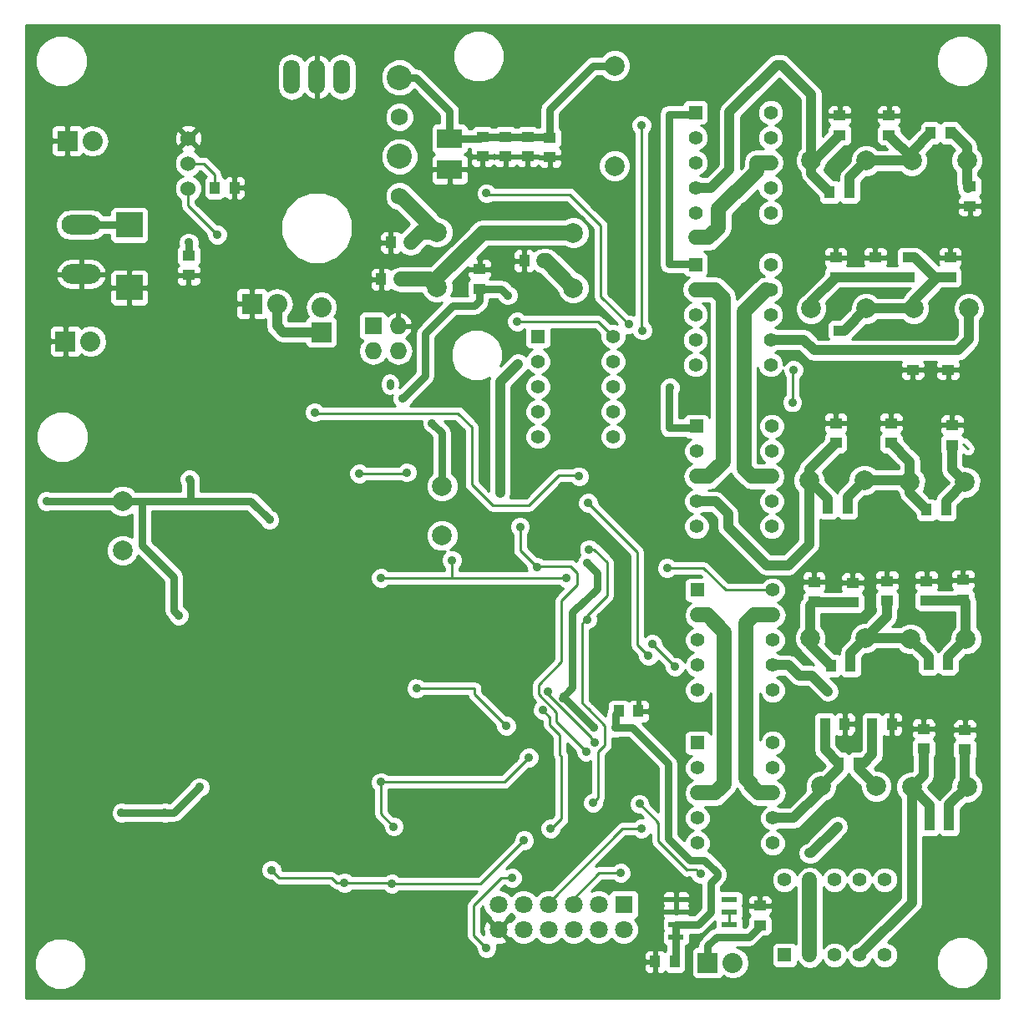
<source format=gbl>
%FSLAX46Y46*%
G04 Gerber Fmt 4.6, Leading zero omitted, Abs format (unit mm)*
G04 Created by KiCad (PCBNEW (2014-10-27 BZR 5228)-product) date 23/02/2015 12:19:06*
%MOMM*%
G01*
G04 APERTURE LIST*
%ADD10C,0.100000*%
%ADD11C,1.998980*%
%ADD12R,2.032000X2.032000*%
%ADD13O,2.032000X2.032000*%
%ADD14O,1.699260X3.500120*%
%ADD15R,1.727200X1.727200*%
%ADD16O,1.727200X1.727200*%
%ADD17C,1.524000*%
%ADD18C,2.540000*%
%ADD19C,1.727200*%
%ADD20R,1.397000X1.397000*%
%ADD21C,1.397000*%
%ADD22R,1.000000X1.250000*%
%ADD23R,1.250000X1.000000*%
%ADD24R,2.700020X2.550160*%
%ADD25R,2.499360X1.950720*%
%ADD26R,1.800000X1.800000*%
%ADD27C,1.800000*%
%ADD28O,3.962400X1.981200*%
%ADD29R,1.550000X0.600000*%
%ADD30C,0.889000*%
%ADD31C,0.762000*%
%ADD32C,0.254000*%
%ADD33C,1.524000*%
%ADD34C,1.016000*%
%ADD35C,0.381000*%
G04 APERTURE END LIST*
D10*
D11*
X160375600Y-64919860D03*
X160375600Y-54759860D03*
X142392400Y-77228700D03*
X142392400Y-71640700D03*
X156197300Y-77292200D03*
X156197300Y-71704200D03*
X196092000Y-64396000D03*
X190504000Y-64396000D03*
X196292000Y-79396000D03*
X190704000Y-79396000D03*
X195892000Y-96996000D03*
X190304000Y-96996000D03*
X181308000Y-127804000D03*
X186896000Y-127804000D03*
X195992000Y-112896000D03*
X190404000Y-112896000D03*
X185892000Y-64396000D03*
X180304000Y-64396000D03*
X185892000Y-79396000D03*
X180304000Y-79396000D03*
X185692000Y-96796000D03*
X180104000Y-96796000D03*
X196092000Y-127896000D03*
X190504000Y-127896000D03*
X185792000Y-112796000D03*
X180204000Y-112796000D03*
D12*
X130644900Y-81788000D03*
D13*
X130644900Y-79248000D03*
D12*
X123630000Y-78900000D03*
D13*
X126170000Y-78900000D03*
D12*
X104930000Y-62400000D03*
D13*
X107470000Y-62400000D03*
D12*
X104730000Y-82700000D03*
D13*
X107270000Y-82700000D03*
D14*
X130200000Y-55900000D03*
X132740000Y-55900000D03*
X127660000Y-55900000D03*
D11*
X110500000Y-98900640D03*
X110500000Y-103901900D03*
X142900000Y-102399360D03*
X142900000Y-97398100D03*
D15*
X135902700Y-81140300D03*
D16*
X135902700Y-83680300D03*
X138442700Y-81140300D03*
X138442700Y-83680300D03*
D17*
X117170200Y-64668400D03*
X117170200Y-62128400D03*
X117170200Y-67208400D03*
D18*
X138582400Y-55976000D03*
D19*
X138582400Y-59976000D03*
D18*
X138582400Y-63976000D03*
D19*
X138582400Y-67976000D03*
D20*
X152603200Y-82207100D03*
D21*
X152603200Y-84747100D03*
X152603200Y-87287100D03*
X152603200Y-89827100D03*
X152603200Y-92367100D03*
X160223200Y-92367100D03*
X160223200Y-89827100D03*
X160223200Y-87287100D03*
X160223200Y-84747100D03*
X160223200Y-82207100D03*
D20*
X168590000Y-59520000D03*
D21*
X168590000Y-62060000D03*
X168590000Y-64600000D03*
X168590000Y-67140000D03*
X168590000Y-69680000D03*
X176210000Y-69680000D03*
X176210000Y-67140000D03*
X176210000Y-64600000D03*
X176210000Y-62060000D03*
X176210000Y-59520000D03*
D20*
X168590000Y-74920000D03*
D21*
X168590000Y-77460000D03*
X168590000Y-80000000D03*
X168590000Y-82540000D03*
X168590000Y-85080000D03*
X176210000Y-85080000D03*
X176210000Y-82540000D03*
X176210000Y-80000000D03*
X176210000Y-77460000D03*
X176210000Y-74920000D03*
D20*
X168690000Y-91320000D03*
D21*
X168690000Y-93860000D03*
X168690000Y-96400000D03*
X168690000Y-98940000D03*
X168690000Y-101480000D03*
X176310000Y-101480000D03*
X176310000Y-98940000D03*
X176310000Y-96400000D03*
X176310000Y-93860000D03*
X176310000Y-91320000D03*
D20*
X168790000Y-107920000D03*
D21*
X168790000Y-110460000D03*
X168790000Y-113000000D03*
X168790000Y-115540000D03*
X168790000Y-118080000D03*
X176410000Y-118080000D03*
X176410000Y-115540000D03*
X176410000Y-113000000D03*
X176410000Y-110460000D03*
X176410000Y-107920000D03*
D20*
X168790000Y-123420000D03*
D21*
X168790000Y-125960000D03*
X168790000Y-128500000D03*
X168790000Y-131040000D03*
X168790000Y-133580000D03*
X176410000Y-133580000D03*
X176410000Y-131040000D03*
X176410000Y-128500000D03*
X176410000Y-125960000D03*
X176410000Y-123420000D03*
D22*
X119853200Y-67132200D03*
X121853200Y-67132200D03*
D23*
X117200000Y-74000000D03*
X117200000Y-76000000D03*
X146989800Y-63979300D03*
X146989800Y-61979300D03*
X151561800Y-63979300D03*
X151561800Y-61979300D03*
X149313900Y-63979300D03*
X149313900Y-61979300D03*
X153809700Y-64055500D03*
X153809700Y-62055500D03*
D22*
X139700000Y-72700000D03*
X137700000Y-72700000D03*
X138731500Y-76428600D03*
X136731500Y-76428600D03*
X153222200Y-74561700D03*
X151222200Y-74561700D03*
D23*
X196400000Y-67000000D03*
X196400000Y-69000000D03*
X194200000Y-83600000D03*
X194200000Y-85600000D03*
X194600000Y-93200000D03*
X194600000Y-91200000D03*
X195700000Y-108900000D03*
X195700000Y-106900000D03*
X192000000Y-109000000D03*
X192000000Y-107000000D03*
D22*
X181700000Y-121500000D03*
X183700000Y-121500000D03*
X194400000Y-61600000D03*
X192400000Y-61600000D03*
D23*
X183200000Y-83600000D03*
X183200000Y-81600000D03*
D22*
X194000000Y-99800000D03*
X192000000Y-99800000D03*
X185100000Y-125500000D03*
X183100000Y-125500000D03*
X194200000Y-115400000D03*
X192200000Y-115400000D03*
X186500000Y-121500000D03*
X188500000Y-121500000D03*
D23*
X188200000Y-61800000D03*
X188200000Y-59800000D03*
X194400000Y-76200000D03*
X194400000Y-74200000D03*
X188400000Y-93000000D03*
X188400000Y-91000000D03*
X195900000Y-124100000D03*
X195900000Y-122100000D03*
X188000000Y-109000000D03*
X188000000Y-107000000D03*
D22*
X184200000Y-67600000D03*
X182200000Y-67600000D03*
D23*
X190200000Y-74200000D03*
X190200000Y-76200000D03*
D22*
X184000000Y-99600000D03*
X182000000Y-99600000D03*
X192306700Y-131660900D03*
X194306700Y-131660900D03*
X184300000Y-115600000D03*
X182300000Y-115600000D03*
D23*
X191700000Y-124000000D03*
X191700000Y-122000000D03*
X183200000Y-61800000D03*
X183200000Y-59800000D03*
X182800000Y-76200000D03*
X182800000Y-74200000D03*
X182800000Y-93000000D03*
X182800000Y-91000000D03*
X180600000Y-109100000D03*
X180600000Y-107100000D03*
X184500000Y-109200000D03*
X184500000Y-107200000D03*
X190600000Y-83600000D03*
X190600000Y-85600000D03*
X186800000Y-76200000D03*
X186800000Y-74200000D03*
D24*
X111200000Y-77275000D03*
X111200000Y-70925000D03*
D25*
X143675100Y-65290700D03*
X143675100Y-62191900D03*
D20*
X177620000Y-144910000D03*
D21*
X180160000Y-144910000D03*
X182700000Y-144910000D03*
X185240000Y-144910000D03*
X187780000Y-144910000D03*
X187780000Y-137290000D03*
X185240000Y-137290000D03*
X182700000Y-137290000D03*
X180160000Y-137290000D03*
X177620000Y-137290000D03*
D26*
X161300000Y-139800000D03*
D27*
X158760000Y-139800000D03*
X156220000Y-139800000D03*
X153680000Y-139800000D03*
X151140000Y-139800000D03*
X148600000Y-139800000D03*
X161300000Y-142340000D03*
X158760000Y-142340000D03*
X156220000Y-142340000D03*
X153680000Y-142340000D03*
X151140000Y-142340000D03*
X148600000Y-142340000D03*
D23*
X175100000Y-141900000D03*
X175100000Y-139900000D03*
X146700000Y-77400000D03*
X146700000Y-75400000D03*
D22*
X164500000Y-145600000D03*
X166500000Y-145600000D03*
X162800000Y-120200000D03*
X160800000Y-120200000D03*
D28*
X106300000Y-75900000D03*
X106300000Y-70900000D03*
D12*
X169830000Y-145700000D03*
D13*
X172370000Y-145700000D03*
D29*
X166600000Y-143105000D03*
X166600000Y-141835000D03*
X166600000Y-140565000D03*
X166600000Y-139295000D03*
X172000000Y-139295000D03*
X172000000Y-140565000D03*
X172000000Y-141835000D03*
X172000000Y-143105000D03*
D30*
X117300000Y-96700000D03*
X102800000Y-98900000D03*
X116200000Y-110500000D03*
X125400000Y-100800000D03*
X110400000Y-130500000D03*
X114800000Y-130500000D03*
X118300000Y-127900000D03*
X138900000Y-88500000D03*
X149550000Y-78050000D03*
X141900000Y-91000000D03*
X117200000Y-72700000D03*
X182000000Y-118200000D03*
X180100000Y-134600000D03*
X183000000Y-131900000D03*
X148800000Y-98100000D03*
X150600000Y-85000000D03*
X143900000Y-104900000D03*
X155500000Y-106700000D03*
X136700000Y-106700000D03*
X140300000Y-117900000D03*
X149400000Y-121700000D03*
X151700000Y-124900000D03*
X136700000Y-127400000D03*
X138000000Y-131900000D03*
X151200000Y-133300000D03*
X133000000Y-137600000D03*
X137800000Y-137700000D03*
X125600000Y-136300000D03*
X120100000Y-71900000D03*
X147400000Y-67700000D03*
X161800000Y-81000000D03*
X163100000Y-60800000D03*
X163200000Y-81600000D03*
X178400000Y-88900000D03*
X178500000Y-85600000D03*
X165700000Y-105700000D03*
X166500000Y-115700000D03*
X164200000Y-113400000D03*
X168600000Y-72200000D03*
X157800000Y-103800000D03*
X158200000Y-129500000D03*
X157600000Y-110900000D03*
X153100000Y-120100000D03*
X153900000Y-132100000D03*
X153600000Y-118200000D03*
X158400000Y-123400000D03*
X157600000Y-105200000D03*
X158300000Y-121900000D03*
X155200000Y-118700000D03*
X160500000Y-121900000D03*
X147400000Y-144200000D03*
X150000000Y-137100000D03*
X162900000Y-129600000D03*
X169100000Y-136700000D03*
X139300000Y-96000000D03*
X134500000Y-96100000D03*
X161000000Y-136600000D03*
X163100000Y-132100000D03*
X150500000Y-80700000D03*
X157500000Y-124300000D03*
X150800000Y-101500000D03*
X152500000Y-105600000D03*
X166000000Y-87400000D03*
X156800000Y-96400000D03*
X157700000Y-99100000D03*
X163800000Y-114600000D03*
X130000000Y-89900000D03*
X162000000Y-94800000D03*
X185000000Y-148500000D03*
X180000000Y-148500000D03*
X175000000Y-148500000D03*
X170000000Y-148500000D03*
X165000000Y-148500000D03*
X160000000Y-148500000D03*
X155000000Y-148500000D03*
X150000000Y-148500000D03*
X145000000Y-148500000D03*
X140000000Y-148500000D03*
X135000000Y-148500000D03*
X130000000Y-148500000D03*
X123600000Y-144600000D03*
X115000000Y-148500000D03*
X120000000Y-148500000D03*
X125000000Y-148500000D03*
X137700000Y-92800000D03*
X161000000Y-107000000D03*
X154300000Y-136100000D03*
X132100000Y-96600000D03*
X122500000Y-96600000D03*
X160000000Y-51500000D03*
X165000000Y-51500000D03*
X170000000Y-51500000D03*
X175000000Y-51500000D03*
X180000000Y-51500000D03*
X185000000Y-51600000D03*
X135000000Y-51500000D03*
X126300000Y-143400000D03*
X126300000Y-140400000D03*
X123600000Y-142400000D03*
X122400000Y-105000000D03*
X130700000Y-105100000D03*
X123400000Y-122300000D03*
X123500000Y-110800000D03*
X123800000Y-102100000D03*
X132800000Y-105100000D03*
X123900000Y-113400000D03*
X125900000Y-114100000D03*
X129700000Y-113900000D03*
X131600000Y-110300000D03*
X131600000Y-113600000D03*
X123500000Y-124300000D03*
X125800000Y-123800000D03*
X130000000Y-125100000D03*
X132100000Y-124200000D03*
X132200000Y-122100000D03*
X129400000Y-132300000D03*
X129500000Y-134800000D03*
X129300000Y-136100000D03*
X124500000Y-133900000D03*
X123000000Y-134000000D03*
X123200000Y-135600000D03*
X123300000Y-85100000D03*
X144600000Y-141300000D03*
X102500000Y-122900000D03*
X130000000Y-51500000D03*
X120000000Y-51500000D03*
X125000000Y-51500000D03*
X115000000Y-51500000D03*
X114757200Y-79362300D03*
D31*
X137600000Y-86900000D02*
X137600000Y-87200000D01*
D32*
X196196700Y-93602800D02*
X195719700Y-93125800D01*
D31*
X117400000Y-96800000D02*
X117400000Y-98900640D01*
X117300000Y-96700000D02*
X117400000Y-96800000D01*
X142900000Y-97398100D02*
X142900000Y-97200000D01*
X102800640Y-98900640D02*
X110500000Y-98900640D01*
X102800000Y-98900000D02*
X102800640Y-98900640D01*
X115700000Y-110000000D02*
X115700000Y-106600000D01*
X116200000Y-110500000D02*
X115700000Y-110000000D01*
X112500000Y-103400000D02*
X112500000Y-98900640D01*
X115700000Y-106600000D02*
X112500000Y-103400000D01*
X123500640Y-98900640D02*
X117400000Y-98900640D01*
X117400000Y-98900640D02*
X112500000Y-98900640D01*
X112500000Y-98900640D02*
X110500000Y-98900640D01*
X125400000Y-100800000D02*
X123500640Y-98900640D01*
X114800000Y-130500000D02*
X110400000Y-130500000D01*
X115700000Y-130500000D02*
X114800000Y-130500000D01*
X118300000Y-127900000D02*
X115700000Y-130500000D01*
X110500000Y-98900640D02*
X110500000Y-98400000D01*
X146700000Y-78600000D02*
X146200000Y-79100000D01*
X144000000Y-79100000D02*
X146200000Y-79100000D01*
X141200000Y-81900000D02*
X144000000Y-79100000D01*
X141200000Y-86200000D02*
X141200000Y-81900000D01*
X138900000Y-88500000D02*
X141200000Y-86200000D01*
X146700000Y-77400000D02*
X146700000Y-78600000D01*
X148900000Y-77400000D02*
X149550000Y-78050000D01*
X146700000Y-77400000D02*
X148900000Y-77400000D01*
X170695000Y-143105000D02*
X169830000Y-143970000D01*
X169830000Y-143970000D02*
X169830000Y-145700000D01*
X172000000Y-143105000D02*
X170695000Y-143105000D01*
X142900000Y-92000000D02*
X141900000Y-91000000D01*
X142900000Y-97398100D02*
X142900000Y-92000000D01*
X175100000Y-142010000D02*
X175100000Y-141900000D01*
X174005000Y-143105000D02*
X175100000Y-142010000D01*
X172000000Y-143105000D02*
X174005000Y-143105000D01*
X117200000Y-72700000D02*
X117200000Y-74000000D01*
X106325000Y-70925000D02*
X106300000Y-70900000D01*
X111200000Y-70925000D02*
X106325000Y-70925000D01*
D32*
X119853200Y-65776600D02*
X118745000Y-64668400D01*
X118745000Y-64668400D02*
X117170200Y-64668400D01*
X119853200Y-67132200D02*
X119853200Y-65776600D01*
D31*
X151561800Y-61979300D02*
X151638000Y-62055500D01*
X146777200Y-62191900D02*
X146989800Y-61979300D01*
X143675100Y-62191900D02*
X146777200Y-62191900D01*
X146989800Y-61979300D02*
X149313900Y-61979300D01*
X149313900Y-61979300D02*
X151561800Y-61979300D01*
X153733500Y-61979300D02*
X153809700Y-62055500D01*
X151561800Y-61979300D02*
X153733500Y-61979300D01*
X140243040Y-55976000D02*
X143675100Y-59408060D01*
X143675100Y-59408060D02*
X143675100Y-62191900D01*
X138582400Y-55976000D02*
X140243040Y-55976000D01*
X153809700Y-59190300D02*
X158240140Y-54759860D01*
X158240140Y-54759860D02*
X160375600Y-54759860D01*
X153809700Y-62055500D02*
X153809700Y-59190300D01*
D33*
X138727700Y-67976000D02*
X142392400Y-71640700D01*
D32*
X138582400Y-67976000D02*
X138727700Y-67976000D01*
D33*
X140759300Y-71640700D02*
X139700000Y-72700000D01*
X142392400Y-71640700D02*
X140759300Y-71640700D01*
X141592300Y-76428600D02*
X142392400Y-77228700D01*
X138731500Y-76428600D02*
X141592300Y-76428600D01*
X147027900Y-71704200D02*
X156197300Y-71704200D01*
X142392400Y-76339700D02*
X147027900Y-71704200D01*
D32*
X142392400Y-77228700D02*
X142392400Y-76339700D01*
D33*
X153466800Y-74561700D02*
X156197300Y-77292200D01*
X153222200Y-74561700D02*
X153466800Y-74561700D01*
D34*
X196092000Y-66692000D02*
X196400000Y-67000000D01*
X196092000Y-64396000D02*
X196092000Y-66692000D01*
X196092000Y-64396000D02*
X195796000Y-64396000D01*
X196200000Y-67200000D02*
X196400000Y-67000000D01*
X196092000Y-62992000D02*
X196092000Y-64396000D01*
X194700000Y-61600000D02*
X196092000Y-62992000D01*
X194400000Y-61600000D02*
X194700000Y-61600000D01*
D32*
X196138000Y-79221800D02*
X196138000Y-79465300D01*
D34*
X183200000Y-83600000D02*
X190600000Y-83600000D01*
X190600000Y-83600000D02*
X194200000Y-83600000D01*
X195200000Y-83600000D02*
X196292000Y-82508000D01*
X196292000Y-82508000D02*
X196292000Y-79396000D01*
X194200000Y-83600000D02*
X195200000Y-83600000D01*
X180600000Y-83600000D02*
X179540000Y-82540000D01*
X179540000Y-82540000D02*
X176210000Y-82540000D01*
X183200000Y-83600000D02*
X180600000Y-83600000D01*
X194000000Y-98888000D02*
X195892000Y-96996000D01*
X194000000Y-99800000D02*
X194000000Y-98888000D01*
X194600000Y-95704000D02*
X195892000Y-96996000D01*
X194600000Y-93200000D02*
X194600000Y-95704000D01*
X194200000Y-114688000D02*
X195992000Y-112896000D01*
X194200000Y-115400000D02*
X194200000Y-114688000D01*
X195992000Y-109192000D02*
X195700000Y-108900000D01*
X195992000Y-112896000D02*
X195992000Y-109192000D01*
X195600000Y-109000000D02*
X195700000Y-108900000D01*
X192000000Y-109000000D02*
X195600000Y-109000000D01*
X182000000Y-118200000D02*
X180400000Y-116600000D01*
X180400000Y-116600000D02*
X179100000Y-116600000D01*
X179100000Y-116600000D02*
X178040000Y-115540000D01*
X178040000Y-115540000D02*
X176410000Y-115540000D01*
X183100000Y-126012000D02*
X181308000Y-127804000D01*
X183100000Y-125500000D02*
X183100000Y-126012000D01*
X178560000Y-131040000D02*
X176410000Y-131040000D01*
X181308000Y-128292000D02*
X178560000Y-131040000D01*
X181308000Y-127804000D02*
X181308000Y-128292000D01*
X181700000Y-124100000D02*
X183100000Y-125500000D01*
X181700000Y-121500000D02*
X181700000Y-124100000D01*
D35*
X190704000Y-64196000D02*
X190704000Y-64259500D01*
X190704000Y-64196000D02*
X190704000Y-63508600D01*
D34*
X185892000Y-64396000D02*
X190504000Y-64396000D01*
X190504000Y-64104000D02*
X188200000Y-61800000D01*
X190504000Y-64396000D02*
X190504000Y-64104000D01*
X184200000Y-66088000D02*
X185892000Y-64396000D01*
X184200000Y-67600000D02*
X184200000Y-66088000D01*
X190504000Y-63496000D02*
X192400000Y-61600000D01*
X190504000Y-64396000D02*
X190504000Y-63496000D01*
X185892000Y-79396000D02*
X190704000Y-79396000D01*
X183688000Y-81600000D02*
X185892000Y-79396000D01*
X183200000Y-81600000D02*
X183688000Y-81600000D01*
X190800000Y-74200000D02*
X190200000Y-74200000D01*
X192800000Y-76200000D02*
X190800000Y-74200000D01*
X193100000Y-76200000D02*
X192800000Y-76200000D01*
X194400000Y-76200000D02*
X193100000Y-76200000D01*
X190704000Y-78596000D02*
X193100000Y-76200000D01*
X190704000Y-79396000D02*
X190704000Y-78596000D01*
D32*
X190608700Y-96755500D02*
X190608700Y-96171500D01*
X184108600Y-99606100D02*
X184200800Y-99606100D01*
D34*
X190104000Y-96796000D02*
X190304000Y-96996000D01*
X185692000Y-96796000D02*
X190104000Y-96796000D01*
X190304000Y-94904000D02*
X188400000Y-93000000D01*
X190304000Y-96996000D02*
X190304000Y-94904000D01*
X184000000Y-98488000D02*
X185692000Y-96796000D01*
X184000000Y-99600000D02*
X184000000Y-98488000D01*
X190304000Y-98104000D02*
X192000000Y-99800000D01*
X190304000Y-96996000D02*
X190304000Y-98104000D01*
X180300000Y-134600000D02*
X180100000Y-134600000D01*
X183000000Y-131900000D02*
X180300000Y-134600000D01*
X185100000Y-126008000D02*
X186896000Y-127804000D01*
X185100000Y-125500000D02*
X185100000Y-126008000D01*
X186500000Y-124600000D02*
X186500000Y-121500000D01*
X185600000Y-125500000D02*
X186500000Y-124600000D01*
X185100000Y-125500000D02*
X185600000Y-125500000D01*
D32*
X185288000Y-113152000D02*
X185830000Y-113152000D01*
X190442000Y-113252000D02*
X190442000Y-113215000D01*
D34*
X184300000Y-114288000D02*
X185792000Y-112796000D01*
X184300000Y-115600000D02*
X184300000Y-114288000D01*
X190304000Y-112796000D02*
X190404000Y-112896000D01*
X185792000Y-112796000D02*
X190304000Y-112796000D01*
X192200000Y-114692000D02*
X190404000Y-112896000D01*
X192200000Y-115400000D02*
X192200000Y-114692000D01*
X188000000Y-110588000D02*
X185792000Y-112796000D01*
X188000000Y-109000000D02*
X188000000Y-110588000D01*
X195900000Y-127704000D02*
X196092000Y-127896000D01*
X195900000Y-124100000D02*
X195900000Y-127704000D01*
X194306700Y-129681300D02*
X196092000Y-127896000D01*
X194306700Y-131660900D02*
X194306700Y-129681300D01*
D32*
X180404000Y-64196000D02*
X180404000Y-64665600D01*
D34*
X180604000Y-64396000D02*
X183200000Y-61800000D01*
X180304000Y-64396000D02*
X180604000Y-64396000D01*
X180304000Y-65704000D02*
X182200000Y-67600000D01*
X180304000Y-64396000D02*
X180304000Y-65704000D01*
X179908000Y-64000000D02*
X180304000Y-64396000D01*
X180304000Y-57704000D02*
X177300000Y-54700000D01*
X177300000Y-54700000D02*
X176800000Y-54700000D01*
X176800000Y-54700000D02*
X172000000Y-59500000D01*
X172000000Y-59500000D02*
X172000000Y-65300000D01*
X172000000Y-65300000D02*
X170160000Y-67140000D01*
X170160000Y-67140000D02*
X168590000Y-67140000D01*
X180304000Y-64396000D02*
X180304000Y-57704000D01*
X180304000Y-78696000D02*
X182800000Y-76200000D01*
X180304000Y-79396000D02*
X180304000Y-78696000D01*
X182800000Y-76200000D02*
X186800000Y-76200000D01*
X186800000Y-76200000D02*
X190200000Y-76200000D01*
X180104000Y-95696000D02*
X182800000Y-93000000D01*
X180104000Y-96796000D02*
X180104000Y-95696000D01*
X182000000Y-98692000D02*
X180104000Y-96796000D01*
X182000000Y-99600000D02*
X182000000Y-98692000D01*
X180104000Y-103296000D02*
X178000000Y-105400000D01*
X178000000Y-105400000D02*
X175800000Y-105400000D01*
X175800000Y-105400000D02*
X171900000Y-101500000D01*
X171900000Y-101500000D02*
X171900000Y-100200000D01*
X171900000Y-100200000D02*
X170640000Y-98940000D01*
X170640000Y-98940000D02*
X168690000Y-98940000D01*
X180104000Y-96796000D02*
X180104000Y-103296000D01*
D32*
X192306700Y-131660900D02*
X192306700Y-131173700D01*
D34*
X191700000Y-126700000D02*
X190504000Y-127896000D01*
X191700000Y-124000000D02*
X191700000Y-126700000D01*
X192306700Y-129698700D02*
X190504000Y-127896000D01*
X192306700Y-131660900D02*
X192306700Y-129698700D01*
X190504000Y-139596000D02*
X190504000Y-127896000D01*
X185240000Y-144860000D02*
X190504000Y-139596000D01*
X185240000Y-144910000D02*
X185240000Y-144860000D01*
X180204000Y-113504000D02*
X182300000Y-115600000D01*
X180204000Y-112796000D02*
X180204000Y-113504000D01*
X180204000Y-109496000D02*
X180600000Y-109100000D01*
X180204000Y-109804000D02*
X180204000Y-109496000D01*
X180204000Y-112796000D02*
X180204000Y-109804000D01*
X180700000Y-109200000D02*
X180600000Y-109100000D01*
X184500000Y-109200000D02*
X180700000Y-109200000D01*
X148800000Y-86800000D02*
X148800000Y-98100000D01*
X150600000Y-85000000D02*
X148800000Y-86800000D01*
D32*
X143900000Y-104900000D02*
X143900000Y-106700000D01*
X136700000Y-106700000D02*
X143900000Y-106700000D01*
X143900000Y-106700000D02*
X155500000Y-106700000D01*
X146200000Y-117900000D02*
X146200000Y-118500000D01*
X146000000Y-117900000D02*
X146200000Y-117900000D01*
X140300000Y-117900000D02*
X146000000Y-117900000D01*
X146200000Y-118500000D02*
X149400000Y-121700000D01*
X149200000Y-127400000D02*
X136700000Y-127400000D01*
X151700000Y-124900000D02*
X149200000Y-127400000D01*
X136700000Y-130600000D02*
X136700000Y-127400000D01*
X138000000Y-131900000D02*
X136700000Y-130600000D01*
X146800000Y-137700000D02*
X137800000Y-137700000D01*
X151200000Y-133300000D02*
X146800000Y-137700000D01*
X126400000Y-137100000D02*
X125600000Y-136300000D01*
X131700000Y-137100000D02*
X126400000Y-137100000D01*
X132200000Y-137600000D02*
X131700000Y-137100000D01*
X133000000Y-137600000D02*
X132200000Y-137600000D01*
X133100000Y-137700000D02*
X133000000Y-137600000D01*
X137700000Y-137600000D02*
X137800000Y-137700000D01*
X133000000Y-137600000D02*
X137700000Y-137600000D01*
X117170200Y-68970200D02*
X117170200Y-67208400D01*
X120100000Y-71900000D02*
X117170200Y-68970200D01*
X147400000Y-67700000D02*
X147500000Y-67800000D01*
X147500000Y-67800000D02*
X155800000Y-67800000D01*
X155800000Y-67800000D02*
X157700000Y-69700000D01*
X161800000Y-81000000D02*
X159000000Y-78200000D01*
X159000000Y-78200000D02*
X159000000Y-71000000D01*
X159000000Y-71000000D02*
X157700000Y-69700000D01*
X163100000Y-81500000D02*
X163100000Y-60800000D01*
X163200000Y-81600000D02*
X163100000Y-81500000D01*
X178400000Y-85700000D02*
X178400000Y-88900000D01*
X178500000Y-85600000D02*
X178400000Y-85700000D01*
X165700000Y-105700000D02*
X169400000Y-105700000D01*
X176410000Y-107920000D02*
X171620000Y-107920000D01*
X169400000Y-105700000D02*
X171620000Y-107920000D01*
X176120000Y-107920000D02*
X176410000Y-107920000D01*
X164300000Y-113500000D02*
X166500000Y-115700000D01*
X164200000Y-113400000D02*
X164300000Y-113500000D01*
D34*
X126170000Y-81170000D02*
X126788000Y-81788000D01*
X126788000Y-81788000D02*
X130644900Y-81788000D01*
X126170000Y-78900000D02*
X126170000Y-81170000D01*
D33*
X172600000Y-67600000D02*
X170900000Y-69300000D01*
X170900000Y-69300000D02*
X170900000Y-71200000D01*
X170900000Y-71200000D02*
X169900000Y-72200000D01*
X169900000Y-72200000D02*
X168600000Y-72200000D01*
X174800000Y-64600000D02*
X174800000Y-65500000D01*
X176210000Y-64600000D02*
X174800000Y-64600000D01*
X174800000Y-65500000D02*
X172700000Y-67600000D01*
X172700000Y-67600000D02*
X172600000Y-67600000D01*
X171400000Y-80300000D02*
X171400000Y-94900000D01*
X171400000Y-80100000D02*
X171400000Y-80300000D01*
X171400000Y-94900000D02*
X169900000Y-96400000D01*
X169900000Y-96400000D02*
X168690000Y-96400000D01*
D32*
X168590000Y-77460000D02*
X168760000Y-77460000D01*
D33*
X171400000Y-78300000D02*
X170560000Y-77460000D01*
X170560000Y-77460000D02*
X168590000Y-77460000D01*
X171400000Y-80300000D02*
X171400000Y-78300000D01*
X174300000Y-96400000D02*
X176310000Y-96400000D01*
X173500000Y-95600000D02*
X174300000Y-96400000D01*
X173500000Y-79700000D02*
X173500000Y-95600000D01*
X175740000Y-77460000D02*
X173500000Y-79700000D01*
D32*
X176210000Y-77460000D02*
X175740000Y-77460000D01*
X168790000Y-110460000D02*
X169060000Y-110460000D01*
D33*
X169760000Y-110460000D02*
X171500000Y-112200000D01*
X171500000Y-112200000D02*
X171500000Y-127600000D01*
X171500000Y-127600000D02*
X170600000Y-128500000D01*
X170600000Y-128500000D02*
X168790000Y-128500000D01*
X168790000Y-110460000D02*
X169760000Y-110460000D01*
D32*
X176410000Y-110460000D02*
X175740000Y-110460000D01*
D33*
X174540000Y-110460000D02*
X173700000Y-111300000D01*
X173700000Y-111300000D02*
X173700000Y-127000000D01*
X173700000Y-127000000D02*
X174200000Y-127500000D01*
X174200000Y-127500000D02*
X174200000Y-127700000D01*
X174200000Y-127700000D02*
X175000000Y-128500000D01*
X175000000Y-128500000D02*
X176410000Y-128500000D01*
X176410000Y-110460000D02*
X174540000Y-110460000D01*
D32*
X157600000Y-110500000D02*
X157600000Y-110900000D01*
X158300000Y-103800000D02*
X157800000Y-103800000D01*
X159600000Y-105100000D02*
X158300000Y-103800000D01*
X159600000Y-108500000D02*
X159600000Y-105100000D01*
X157600000Y-110500000D02*
X159600000Y-108500000D01*
X158700000Y-124300000D02*
X158700000Y-129000000D01*
X158700000Y-124300000D02*
X159400000Y-123600000D01*
X159400000Y-123600000D02*
X159400000Y-121700000D01*
X157650000Y-119950000D02*
X157600000Y-119900000D01*
X159400000Y-121700000D02*
X157650000Y-119950000D01*
X158700000Y-129000000D02*
X158200000Y-129500000D01*
X157100000Y-119400000D02*
X157100000Y-111300000D01*
X157100000Y-111300000D02*
X157500000Y-110900000D01*
X157500000Y-110900000D02*
X157600000Y-110900000D01*
X157650000Y-119950000D02*
X157100000Y-119400000D01*
X153900000Y-132100000D02*
X154000000Y-132100000D01*
X153800000Y-120800000D02*
X153100000Y-120100000D01*
X153800000Y-121600000D02*
X153800000Y-120800000D01*
X154800000Y-122600000D02*
X153800000Y-121600000D01*
X154800000Y-124600000D02*
X154800000Y-122600000D01*
X155000000Y-124800000D02*
X154800000Y-124600000D01*
X155000000Y-131100000D02*
X155000000Y-124800000D01*
X154000000Y-132100000D02*
X155000000Y-131100000D01*
X153900000Y-132100000D02*
X153800000Y-132000000D01*
X158000000Y-122900000D02*
X158000000Y-123000000D01*
X153600000Y-118500000D02*
X153600000Y-118200000D01*
X158000000Y-122900000D02*
X153600000Y-118500000D01*
X158000000Y-123000000D02*
X158400000Y-123400000D01*
D31*
X156700000Y-109600000D02*
X156800000Y-109600000D01*
X156700000Y-109600000D02*
X156100000Y-110200000D01*
X156100000Y-110200000D02*
X156100000Y-117800000D01*
X156100000Y-117800000D02*
X155038817Y-118861183D01*
X155038817Y-118861183D02*
X155200000Y-118700000D01*
X158600000Y-106200000D02*
X157600000Y-105200000D01*
X158600000Y-107800000D02*
X158600000Y-106200000D01*
X156800000Y-109600000D02*
X158600000Y-107800000D01*
X158300000Y-121900000D02*
X155200000Y-118800000D01*
X155200000Y-118800000D02*
X155200000Y-118700000D01*
X166600000Y-141835000D02*
X166600000Y-143105000D01*
X168835000Y-141835000D02*
X170100000Y-140570000D01*
X170100000Y-140570000D02*
X170100000Y-137600000D01*
X170100000Y-137600000D02*
X170800000Y-136900000D01*
X170800000Y-136900000D02*
X170800000Y-136600000D01*
X170800000Y-136600000D02*
X169500000Y-135300000D01*
X169500000Y-135300000D02*
X168000000Y-135300000D01*
X168000000Y-135300000D02*
X165800000Y-133100000D01*
X165800000Y-133100000D02*
X165800000Y-125500000D01*
X165800000Y-125500000D02*
X162200000Y-121900000D01*
X162200000Y-121900000D02*
X160500000Y-121900000D01*
X166600000Y-141835000D02*
X168835000Y-141835000D01*
X160500000Y-120500000D02*
X160800000Y-120200000D01*
X160500000Y-121900000D02*
X160500000Y-120500000D01*
X166600000Y-145500000D02*
X166500000Y-145600000D01*
X166600000Y-143105000D02*
X166600000Y-145500000D01*
D32*
X147400000Y-144200000D02*
X146100000Y-142900000D01*
X146100000Y-142900000D02*
X146100000Y-139900000D01*
X146100000Y-139900000D02*
X148900000Y-137100000D01*
X148900000Y-137100000D02*
X150000000Y-137100000D01*
D33*
X180160000Y-144910000D02*
X180160000Y-137290000D01*
D32*
X164800000Y-131500000D02*
X164800000Y-131600000D01*
X162900000Y-129600000D02*
X164800000Y-131500000D01*
X167650000Y-136250000D02*
X164800000Y-133400000D01*
X167700000Y-136300000D02*
X167650000Y-136250000D01*
X164800000Y-133400000D02*
X164800000Y-131700000D01*
X164800000Y-131700000D02*
X164700000Y-131600000D01*
X164700000Y-131600000D02*
X164800000Y-131600000D01*
X169100000Y-136700000D02*
X168650000Y-136250000D01*
X168650000Y-136250000D02*
X167650000Y-136250000D01*
X139300000Y-96000000D02*
X139200000Y-96100000D01*
X139200000Y-96100000D02*
X134500000Y-96100000D01*
X156220000Y-139800000D02*
X156220000Y-139180000D01*
X156220000Y-139180000D02*
X158800000Y-136600000D01*
X158800000Y-136600000D02*
X161000000Y-136600000D01*
X153680000Y-139800000D02*
X153680000Y-139620000D01*
X153680000Y-139620000D02*
X161200000Y-132100000D01*
X161200000Y-132100000D02*
X163100000Y-132100000D01*
X158716100Y-80700000D02*
X160223200Y-82207100D01*
X150500000Y-80700000D02*
X158716100Y-80700000D01*
X154200000Y-105500000D02*
X152600000Y-105500000D01*
X154500000Y-120300000D02*
X152700000Y-118500000D01*
X154500000Y-121300000D02*
X154500000Y-120300000D01*
X157500000Y-124300000D02*
X154500000Y-121300000D01*
X155000000Y-109000000D02*
X156600000Y-107400000D01*
X156600000Y-107400000D02*
X156600000Y-106200000D01*
X156600000Y-106200000D02*
X155900000Y-105500000D01*
X155900000Y-105500000D02*
X154200000Y-105500000D01*
X155000000Y-115200000D02*
X152700000Y-117500000D01*
X152700000Y-117500000D02*
X152700000Y-118500000D01*
X155000000Y-109000000D02*
X155000000Y-115200000D01*
X152600000Y-105500000D02*
X152500000Y-105600000D01*
X150800000Y-103900000D02*
X150800000Y-101500000D01*
X152500000Y-105600000D02*
X150800000Y-103900000D01*
D31*
X168510000Y-59600000D02*
X168590000Y-59520000D01*
X168582700Y-91427300D02*
X168690000Y-91320000D01*
X168410000Y-59700000D02*
X168590000Y-59520000D01*
X165900000Y-59700000D02*
X168410000Y-59700000D01*
X168570000Y-74900000D02*
X168590000Y-74920000D01*
X165900000Y-74900000D02*
X168570000Y-74900000D01*
X168510000Y-91500000D02*
X168690000Y-91320000D01*
X165900000Y-91500000D02*
X168510000Y-91500000D01*
X166000000Y-87400000D02*
X165900000Y-87500000D01*
X165900000Y-87500000D02*
X165900000Y-91500000D01*
X165900000Y-59700000D02*
X165900000Y-74900000D01*
D32*
X145900000Y-91400000D02*
X144500000Y-90000000D01*
X145900000Y-97200000D02*
X145900000Y-91400000D01*
X148000000Y-99300000D02*
X145900000Y-97200000D01*
X151700000Y-99300000D02*
X148000000Y-99300000D01*
X154700000Y-96300000D02*
X151700000Y-99300000D01*
X156700000Y-96300000D02*
X154700000Y-96300000D01*
X156800000Y-96400000D02*
X156700000Y-96300000D01*
X162700000Y-104100000D02*
X157700000Y-99100000D01*
X162700000Y-113500000D02*
X162700000Y-104100000D01*
X163800000Y-114600000D02*
X162700000Y-113500000D01*
X130100000Y-90000000D02*
X130000000Y-89900000D01*
X144500000Y-90000000D02*
X130100000Y-90000000D01*
X172000000Y-140565000D02*
X172000000Y-141835000D01*
D35*
X125000000Y-148500000D02*
X130000000Y-148500000D01*
X175000000Y-148500000D02*
X180000000Y-148500000D01*
X165000000Y-148500000D02*
X170000000Y-148500000D01*
X155000000Y-148500000D02*
X160000000Y-148500000D01*
X145000000Y-148500000D02*
X150000000Y-148500000D01*
X135000000Y-148500000D02*
X140000000Y-148500000D01*
X123600000Y-144600000D02*
X123600000Y-147100000D01*
X120000000Y-148500000D02*
X115000000Y-148500000D01*
X123600000Y-147100000D02*
X125000000Y-148500000D01*
X188200000Y-59800000D02*
X188200000Y-54800000D01*
X170000000Y-51500000D02*
X165000000Y-51500000D01*
X180000000Y-51500000D02*
X175000000Y-51500000D01*
X188200000Y-54800000D02*
X185000000Y-51600000D01*
X135000000Y-51500000D02*
X130000000Y-51500000D01*
X130200000Y-51700000D02*
X130000000Y-51500000D01*
X130200000Y-51700000D02*
X130200000Y-55900000D01*
X166600000Y-140565000D02*
X166600000Y-139295000D01*
X125000000Y-51500000D02*
X130000000Y-51500000D01*
X120000000Y-51500000D02*
X125000000Y-51500000D01*
X115000000Y-51500000D02*
X120000000Y-51500000D01*
D32*
G36*
X199315000Y-149315000D02*
X198235707Y-149315000D01*
X198235707Y-145178116D01*
X198235707Y-53778116D01*
X197835359Y-52809201D01*
X197094698Y-52067246D01*
X196126483Y-51665208D01*
X195078116Y-51664293D01*
X194109201Y-52064641D01*
X193367246Y-52805302D01*
X192965208Y-53773517D01*
X192964293Y-54821884D01*
X193364641Y-55790799D01*
X194105302Y-56532754D01*
X195073517Y-56934792D01*
X196121884Y-56935707D01*
X197090799Y-56535359D01*
X197832754Y-55794698D01*
X198234792Y-54826483D01*
X198235707Y-53778116D01*
X198235707Y-145178116D01*
X197926774Y-144430441D01*
X197926774Y-79072306D01*
X197678462Y-78471345D01*
X197660000Y-78452850D01*
X197660000Y-69626309D01*
X197660000Y-69285750D01*
X197501250Y-69127000D01*
X196527000Y-69127000D01*
X196527000Y-69976250D01*
X196685750Y-70135000D01*
X196898691Y-70135000D01*
X197151310Y-70135000D01*
X197384699Y-70038327D01*
X197563327Y-69859698D01*
X197660000Y-69626309D01*
X197660000Y-78452850D01*
X197219073Y-78011154D01*
X196618547Y-77761794D01*
X196273000Y-77761492D01*
X196273000Y-69976250D01*
X196273000Y-69127000D01*
X195298750Y-69127000D01*
X195140000Y-69285750D01*
X195140000Y-69626309D01*
X195236673Y-69859698D01*
X195415301Y-70038327D01*
X195648690Y-70135000D01*
X195901309Y-70135000D01*
X196114250Y-70135000D01*
X196273000Y-69976250D01*
X196273000Y-77761492D01*
X195968306Y-77761226D01*
X195367345Y-78009538D01*
X194907154Y-78468927D01*
X194657794Y-79069453D01*
X194657226Y-79719694D01*
X194905538Y-80320655D01*
X195149000Y-80564542D01*
X195149000Y-82034554D01*
X194726554Y-82457000D01*
X194200000Y-82457000D01*
X190600000Y-82457000D01*
X184423222Y-82457000D01*
X184496223Y-82408223D01*
X185873970Y-81030475D01*
X186215694Y-81030774D01*
X186816655Y-80782462D01*
X187060542Y-80539000D01*
X189535502Y-80539000D01*
X189776927Y-80780846D01*
X190377453Y-81030206D01*
X191027694Y-81030774D01*
X191628655Y-80782462D01*
X192088846Y-80323073D01*
X192338206Y-79722547D01*
X192338774Y-79072306D01*
X192194152Y-78722293D01*
X193573446Y-77343000D01*
X194400000Y-77343000D01*
X194440218Y-77335000D01*
X195151309Y-77335000D01*
X195384698Y-77238327D01*
X195563327Y-77059699D01*
X195660000Y-76826310D01*
X195660000Y-76573691D01*
X195660000Y-75573691D01*
X195563327Y-75340302D01*
X195423025Y-75200000D01*
X195563327Y-75059698D01*
X195660000Y-74826309D01*
X195660000Y-74485750D01*
X195660000Y-73914250D01*
X195660000Y-73573691D01*
X195563327Y-73340302D01*
X195384699Y-73161673D01*
X195151310Y-73065000D01*
X194898691Y-73065000D01*
X194685750Y-73065000D01*
X194527000Y-73223750D01*
X194527000Y-74073000D01*
X195501250Y-74073000D01*
X195660000Y-73914250D01*
X195660000Y-74485750D01*
X195501250Y-74327000D01*
X194527000Y-74327000D01*
X194527000Y-74347000D01*
X194273000Y-74347000D01*
X194273000Y-74327000D01*
X194273000Y-74073000D01*
X194273000Y-73223750D01*
X194114250Y-73065000D01*
X193901309Y-73065000D01*
X193648690Y-73065000D01*
X193415301Y-73161673D01*
X193236673Y-73340302D01*
X193140000Y-73573691D01*
X193140000Y-73914250D01*
X193298750Y-74073000D01*
X194273000Y-74073000D01*
X194273000Y-74327000D01*
X193298750Y-74327000D01*
X193140000Y-74485750D01*
X193140000Y-74826309D01*
X193208762Y-74992316D01*
X191608223Y-73391777D01*
X191237407Y-73144006D01*
X191053945Y-73107513D01*
X190951310Y-73065000D01*
X190840218Y-73065000D01*
X190800000Y-73057000D01*
X190200000Y-73057000D01*
X190159781Y-73065000D01*
X189448691Y-73065000D01*
X189215302Y-73161673D01*
X189036673Y-73340301D01*
X188940000Y-73573690D01*
X188940000Y-73826309D01*
X188940000Y-74826309D01*
X189035555Y-75057000D01*
X187964444Y-75057000D01*
X188060000Y-74826309D01*
X188060000Y-74485750D01*
X188060000Y-73914250D01*
X188060000Y-73573691D01*
X187963327Y-73340302D01*
X187784699Y-73161673D01*
X187551310Y-73065000D01*
X187298691Y-73065000D01*
X187085750Y-73065000D01*
X186927000Y-73223750D01*
X186927000Y-74073000D01*
X187901250Y-74073000D01*
X188060000Y-73914250D01*
X188060000Y-74485750D01*
X187901250Y-74327000D01*
X186927000Y-74327000D01*
X186927000Y-74347000D01*
X186673000Y-74347000D01*
X186673000Y-74327000D01*
X186673000Y-74073000D01*
X186673000Y-73223750D01*
X186514250Y-73065000D01*
X186301309Y-73065000D01*
X186048690Y-73065000D01*
X185815301Y-73161673D01*
X185636673Y-73340302D01*
X185540000Y-73573691D01*
X185540000Y-73914250D01*
X185698750Y-74073000D01*
X186673000Y-74073000D01*
X186673000Y-74327000D01*
X185698750Y-74327000D01*
X185540000Y-74485750D01*
X185540000Y-74826309D01*
X185635555Y-75057000D01*
X183964444Y-75057000D01*
X184060000Y-74826309D01*
X184060000Y-74485750D01*
X184060000Y-73914250D01*
X184060000Y-73573691D01*
X183963327Y-73340302D01*
X183784699Y-73161673D01*
X183551310Y-73065000D01*
X183298691Y-73065000D01*
X183085750Y-73065000D01*
X182927000Y-73223750D01*
X182927000Y-74073000D01*
X183901250Y-74073000D01*
X184060000Y-73914250D01*
X184060000Y-74485750D01*
X183901250Y-74327000D01*
X182927000Y-74327000D01*
X182927000Y-74347000D01*
X182673000Y-74347000D01*
X182673000Y-74327000D01*
X182673000Y-74073000D01*
X182673000Y-73223750D01*
X182514250Y-73065000D01*
X182301309Y-73065000D01*
X182048690Y-73065000D01*
X181815301Y-73161673D01*
X181636673Y-73340302D01*
X181540000Y-73573691D01*
X181540000Y-73914250D01*
X181698750Y-74073000D01*
X182673000Y-74073000D01*
X182673000Y-74327000D01*
X181698750Y-74327000D01*
X181540000Y-74485750D01*
X181540000Y-74826309D01*
X181636673Y-75059698D01*
X181776974Y-75200000D01*
X181636673Y-75340301D01*
X181540000Y-75573690D01*
X181540000Y-75826309D01*
X181540000Y-75843554D01*
X179495777Y-77887777D01*
X179427795Y-77989518D01*
X179379345Y-78009538D01*
X178919154Y-78468927D01*
X178669794Y-79069453D01*
X178669226Y-79719694D01*
X178917538Y-80320655D01*
X179376927Y-80780846D01*
X179977453Y-81030206D01*
X180627694Y-81030774D01*
X181228655Y-80782462D01*
X181688846Y-80323073D01*
X181938206Y-79722547D01*
X181938774Y-79072306D01*
X181823390Y-78793055D01*
X183273446Y-77343000D01*
X186800000Y-77343000D01*
X190200000Y-77343000D01*
X190240218Y-77335000D01*
X190348554Y-77335000D01*
X189895777Y-77787777D01*
X189684014Y-78104702D01*
X189535457Y-78253000D01*
X187060497Y-78253000D01*
X186819073Y-78011154D01*
X186218547Y-77761794D01*
X185568306Y-77761226D01*
X184967345Y-78009538D01*
X184507154Y-78468927D01*
X184257794Y-79069453D01*
X184257492Y-79414061D01*
X183214554Y-80457000D01*
X183200000Y-80457000D01*
X183159781Y-80465000D01*
X182448691Y-80465000D01*
X182215302Y-80561673D01*
X182036673Y-80740301D01*
X181940000Y-80973690D01*
X181940000Y-81226309D01*
X181940000Y-82226309D01*
X182035555Y-82457000D01*
X181073446Y-82457000D01*
X180348223Y-81731777D01*
X179977407Y-81484006D01*
X179540000Y-81397000D01*
X176934628Y-81397000D01*
X176628553Y-81269906D01*
X176964380Y-81131146D01*
X177339827Y-80756353D01*
X177543268Y-80266413D01*
X177543731Y-79735914D01*
X177341146Y-79245620D01*
X176966353Y-78870173D01*
X176628553Y-78729906D01*
X176964380Y-78591146D01*
X177339827Y-78216353D01*
X177543268Y-77726413D01*
X177543731Y-77195914D01*
X177341146Y-76705620D01*
X176966353Y-76330173D01*
X176628553Y-76189906D01*
X176964380Y-76051146D01*
X177339827Y-75676353D01*
X177543268Y-75186413D01*
X177543731Y-74655914D01*
X177341146Y-74165620D01*
X176966353Y-73790173D01*
X176476413Y-73586732D01*
X175945914Y-73586269D01*
X175455620Y-73788854D01*
X175080173Y-74163647D01*
X174876732Y-74653587D01*
X174876269Y-75184086D01*
X175078854Y-75674380D01*
X175453647Y-76049827D01*
X175567841Y-76097244D01*
X175205391Y-76169340D01*
X174752172Y-76472172D01*
X172797000Y-78427344D01*
X172797000Y-78300000D01*
X172690660Y-77765391D01*
X172387828Y-77312172D01*
X171547828Y-76472172D01*
X171094609Y-76169340D01*
X170560000Y-76063000D01*
X169742025Y-76063000D01*
X169826827Y-75978199D01*
X169923500Y-75744810D01*
X169923500Y-75492191D01*
X169923500Y-74095191D01*
X169826827Y-73861802D01*
X169648199Y-73683173D01*
X169440159Y-73597000D01*
X169900000Y-73597000D01*
X170434609Y-73490660D01*
X170887828Y-73187828D01*
X171887828Y-72187828D01*
X172190660Y-71734609D01*
X172190660Y-71734608D01*
X172297000Y-71200000D01*
X172297000Y-69878656D01*
X173386459Y-68789196D01*
X173687828Y-68587828D01*
X174876273Y-67399383D01*
X174876269Y-67404086D01*
X175078854Y-67894380D01*
X175453647Y-68269827D01*
X175791446Y-68410093D01*
X175455620Y-68548854D01*
X175080173Y-68923647D01*
X174876732Y-69413587D01*
X174876269Y-69944086D01*
X175078854Y-70434380D01*
X175453647Y-70809827D01*
X175943587Y-71013268D01*
X176474086Y-71013731D01*
X176964380Y-70811146D01*
X177339827Y-70436353D01*
X177543268Y-69946413D01*
X177543731Y-69415914D01*
X177341146Y-68925620D01*
X176966353Y-68550173D01*
X176628553Y-68409906D01*
X176964380Y-68271146D01*
X177339827Y-67896353D01*
X177543268Y-67406413D01*
X177543731Y-66875914D01*
X177341146Y-66385620D01*
X176966353Y-66010173D01*
X176699934Y-65899546D01*
X176744609Y-65890660D01*
X177197828Y-65587828D01*
X177500660Y-65134609D01*
X177607000Y-64600000D01*
X177500660Y-64065391D01*
X177197828Y-63612172D01*
X176744609Y-63309340D01*
X176699867Y-63300440D01*
X176964380Y-63191146D01*
X177339827Y-62816353D01*
X177543268Y-62326413D01*
X177543731Y-61795914D01*
X177341146Y-61305620D01*
X176966353Y-60930173D01*
X176628553Y-60789906D01*
X176964380Y-60651146D01*
X177339827Y-60276353D01*
X177543268Y-59786413D01*
X177543731Y-59255914D01*
X177341146Y-58765620D01*
X176966353Y-58390173D01*
X176476413Y-58186732D01*
X175945914Y-58186269D01*
X175455620Y-58388854D01*
X175080173Y-58763647D01*
X174876732Y-59253587D01*
X174876269Y-59784086D01*
X175078854Y-60274380D01*
X175453647Y-60649827D01*
X175791446Y-60790093D01*
X175455620Y-60928854D01*
X175080173Y-61303647D01*
X174876732Y-61793587D01*
X174876269Y-62324086D01*
X175078854Y-62814380D01*
X175453647Y-63189827D01*
X175485371Y-63203000D01*
X174800000Y-63203000D01*
X174265391Y-63309340D01*
X173812172Y-63612172D01*
X173509340Y-64065391D01*
X173403000Y-64600000D01*
X173403000Y-64921343D01*
X173143000Y-65181343D01*
X173143000Y-59973446D01*
X177050000Y-56066446D01*
X179161000Y-58177446D01*
X179161000Y-63150869D01*
X179099777Y-63191777D01*
X178852006Y-63562593D01*
X178826025Y-63693205D01*
X178669794Y-64069453D01*
X178669226Y-64719694D01*
X178917538Y-65320655D01*
X179161000Y-65564542D01*
X179161000Y-65704000D01*
X179248006Y-66141407D01*
X179495777Y-66512223D01*
X181065000Y-68081446D01*
X181065000Y-68351309D01*
X181161673Y-68584698D01*
X181340301Y-68763327D01*
X181573690Y-68860000D01*
X181826309Y-68860000D01*
X182826309Y-68860000D01*
X183059698Y-68763327D01*
X183200000Y-68623025D01*
X183340301Y-68763327D01*
X183573690Y-68860000D01*
X183826309Y-68860000D01*
X184826309Y-68860000D01*
X185059698Y-68763327D01*
X185238327Y-68584699D01*
X185335000Y-68351310D01*
X185335000Y-68098691D01*
X185335000Y-67640218D01*
X185343000Y-67600000D01*
X185343000Y-66561446D01*
X185873970Y-66030475D01*
X186215694Y-66030774D01*
X186816655Y-65782462D01*
X187060542Y-65539000D01*
X189335502Y-65539000D01*
X189576927Y-65780846D01*
X190177453Y-66030206D01*
X190827694Y-66030774D01*
X191428655Y-65782462D01*
X191888846Y-65323073D01*
X192138206Y-64722547D01*
X192138774Y-64072306D01*
X191964913Y-63651532D01*
X192756446Y-62860000D01*
X193026309Y-62860000D01*
X193259698Y-62763327D01*
X193400000Y-62623025D01*
X193540301Y-62763327D01*
X193773690Y-62860000D01*
X194026309Y-62860000D01*
X194343554Y-62860000D01*
X194829924Y-63346370D01*
X194707154Y-63468927D01*
X194457794Y-64069453D01*
X194457226Y-64719694D01*
X194705538Y-65320655D01*
X194949000Y-65564542D01*
X194949000Y-66692000D01*
X195036006Y-67129407D01*
X195063004Y-67169813D01*
X195057000Y-67200000D01*
X195140000Y-67617267D01*
X195140000Y-67626309D01*
X195143460Y-67634662D01*
X195144006Y-67637407D01*
X195145560Y-67639733D01*
X195236673Y-67859698D01*
X195376974Y-68000000D01*
X195236673Y-68140302D01*
X195140000Y-68373691D01*
X195140000Y-68714250D01*
X195298750Y-68873000D01*
X196273000Y-68873000D01*
X196273000Y-68853000D01*
X196527000Y-68853000D01*
X196527000Y-68873000D01*
X197501250Y-68873000D01*
X197660000Y-68714250D01*
X197660000Y-68373691D01*
X197563327Y-68140302D01*
X197423025Y-67999999D01*
X197563327Y-67859699D01*
X197660000Y-67626310D01*
X197660000Y-67373691D01*
X197660000Y-66373691D01*
X197563327Y-66140302D01*
X197384699Y-65961673D01*
X197235000Y-65899665D01*
X197235000Y-65564497D01*
X197476846Y-65323073D01*
X197726206Y-64722547D01*
X197726774Y-64072306D01*
X197478462Y-63471345D01*
X197235000Y-63227457D01*
X197235000Y-62992000D01*
X197147994Y-62554593D01*
X196900223Y-62183777D01*
X195513689Y-60797243D01*
X195438327Y-60615302D01*
X195259699Y-60436673D01*
X195026310Y-60340000D01*
X194773691Y-60340000D01*
X193773691Y-60340000D01*
X193540302Y-60436673D01*
X193399999Y-60576974D01*
X193259699Y-60436673D01*
X193026310Y-60340000D01*
X192773691Y-60340000D01*
X191773691Y-60340000D01*
X191540302Y-60436673D01*
X191361673Y-60615301D01*
X191265000Y-60848690D01*
X191265000Y-61101309D01*
X191265000Y-61118554D01*
X190200000Y-62183554D01*
X189460000Y-61443554D01*
X189460000Y-61173691D01*
X189363327Y-60940302D01*
X189223025Y-60800000D01*
X189363327Y-60659698D01*
X189460000Y-60426309D01*
X189460000Y-60085750D01*
X189460000Y-59514250D01*
X189460000Y-59173691D01*
X189363327Y-58940302D01*
X189184699Y-58761673D01*
X188951310Y-58665000D01*
X188698691Y-58665000D01*
X188485750Y-58665000D01*
X188327000Y-58823750D01*
X188327000Y-59673000D01*
X189301250Y-59673000D01*
X189460000Y-59514250D01*
X189460000Y-60085750D01*
X189301250Y-59927000D01*
X188327000Y-59927000D01*
X188327000Y-59947000D01*
X188073000Y-59947000D01*
X188073000Y-59927000D01*
X188073000Y-59673000D01*
X188073000Y-58823750D01*
X187914250Y-58665000D01*
X187701309Y-58665000D01*
X187448690Y-58665000D01*
X187215301Y-58761673D01*
X187036673Y-58940302D01*
X186940000Y-59173691D01*
X186940000Y-59514250D01*
X187098750Y-59673000D01*
X188073000Y-59673000D01*
X188073000Y-59927000D01*
X187098750Y-59927000D01*
X186940000Y-60085750D01*
X186940000Y-60426309D01*
X187036673Y-60659698D01*
X187176974Y-60800000D01*
X187036673Y-60940301D01*
X186940000Y-61173690D01*
X186940000Y-61426309D01*
X186940000Y-62426309D01*
X187036673Y-62659698D01*
X187215301Y-62838327D01*
X187448690Y-62935000D01*
X187701309Y-62935000D01*
X187718554Y-62935000D01*
X188036554Y-63253000D01*
X187060497Y-63253000D01*
X186819073Y-63011154D01*
X186218547Y-62761794D01*
X185568306Y-62761226D01*
X184967345Y-63009538D01*
X184507154Y-63468927D01*
X184257794Y-64069453D01*
X184257492Y-64414061D01*
X183391777Y-65279777D01*
X183144006Y-65650593D01*
X183057000Y-66088000D01*
X183057000Y-66435555D01*
X182826310Y-66340000D01*
X182573691Y-66340000D01*
X182556446Y-66340000D01*
X181614117Y-65397671D01*
X181688846Y-65323073D01*
X181938206Y-64722547D01*
X181938244Y-64678201D01*
X183681446Y-62935000D01*
X183951309Y-62935000D01*
X184184698Y-62838327D01*
X184363327Y-62659699D01*
X184460000Y-62426310D01*
X184460000Y-62173691D01*
X184460000Y-61173691D01*
X184363327Y-60940302D01*
X184223025Y-60800000D01*
X184363327Y-60659698D01*
X184460000Y-60426309D01*
X184460000Y-60085750D01*
X184460000Y-59514250D01*
X184460000Y-59173691D01*
X184363327Y-58940302D01*
X184184699Y-58761673D01*
X183951310Y-58665000D01*
X183698691Y-58665000D01*
X183485750Y-58665000D01*
X183327000Y-58823750D01*
X183327000Y-59673000D01*
X184301250Y-59673000D01*
X184460000Y-59514250D01*
X184460000Y-60085750D01*
X184301250Y-59927000D01*
X183327000Y-59927000D01*
X183327000Y-59947000D01*
X183073000Y-59947000D01*
X183073000Y-59927000D01*
X183073000Y-59673000D01*
X183073000Y-58823750D01*
X182914250Y-58665000D01*
X182701309Y-58665000D01*
X182448690Y-58665000D01*
X182215301Y-58761673D01*
X182036673Y-58940302D01*
X181940000Y-59173691D01*
X181940000Y-59514250D01*
X182098750Y-59673000D01*
X183073000Y-59673000D01*
X183073000Y-59927000D01*
X182098750Y-59927000D01*
X181940000Y-60085750D01*
X181940000Y-60426309D01*
X182036673Y-60659698D01*
X182176974Y-60800000D01*
X182036673Y-60940301D01*
X181940000Y-61173690D01*
X181940000Y-61426309D01*
X181940000Y-61443554D01*
X181447000Y-61936554D01*
X181447000Y-57704000D01*
X181359994Y-57266593D01*
X181112223Y-56895777D01*
X178108223Y-53891777D01*
X177737407Y-53644006D01*
X177300000Y-53557000D01*
X176800000Y-53557000D01*
X176362593Y-53644006D01*
X175991777Y-53891777D01*
X171191777Y-58691777D01*
X170944006Y-59062593D01*
X170857000Y-59500000D01*
X170857000Y-64826554D01*
X169686554Y-65997000D01*
X169314628Y-65997000D01*
X169008553Y-65869906D01*
X169344380Y-65731146D01*
X169719827Y-65356353D01*
X169923268Y-64866413D01*
X169923731Y-64335914D01*
X169721146Y-63845620D01*
X169346353Y-63470173D01*
X169008553Y-63329906D01*
X169344380Y-63191146D01*
X169719827Y-62816353D01*
X169923268Y-62326413D01*
X169923731Y-61795914D01*
X169721146Y-61305620D01*
X169346353Y-60930173D01*
X169161704Y-60853500D01*
X169414809Y-60853500D01*
X169648198Y-60756827D01*
X169826827Y-60578199D01*
X169923500Y-60344810D01*
X169923500Y-60092191D01*
X169923500Y-58695191D01*
X169826827Y-58461802D01*
X169648199Y-58283173D01*
X169414810Y-58186500D01*
X169162191Y-58186500D01*
X167765191Y-58186500D01*
X167531802Y-58283173D01*
X167353173Y-58461801D01*
X167261135Y-58684000D01*
X165900000Y-58684000D01*
X165511194Y-58761338D01*
X165181580Y-58981580D01*
X164961338Y-59311194D01*
X164884000Y-59700000D01*
X164884000Y-74900000D01*
X164961338Y-75288806D01*
X165181580Y-75618420D01*
X165511194Y-75838662D01*
X165900000Y-75916000D01*
X167327409Y-75916000D01*
X167353173Y-75978198D01*
X167531801Y-76156827D01*
X167765190Y-76253500D01*
X167929436Y-76253500D01*
X167602172Y-76472172D01*
X167299340Y-76925391D01*
X167193000Y-77460000D01*
X167299340Y-77994609D01*
X167602172Y-78447828D01*
X168055391Y-78750660D01*
X168100132Y-78759559D01*
X167835620Y-78868854D01*
X167460173Y-79243647D01*
X167256732Y-79733587D01*
X167256269Y-80264086D01*
X167458854Y-80754380D01*
X167833647Y-81129827D01*
X168171446Y-81270093D01*
X167835620Y-81408854D01*
X167460173Y-81783647D01*
X167256732Y-82273587D01*
X167256269Y-82804086D01*
X167458854Y-83294380D01*
X167833647Y-83669827D01*
X168171446Y-83810093D01*
X167835620Y-83948854D01*
X167460173Y-84323647D01*
X167256732Y-84813587D01*
X167256269Y-85344086D01*
X167458854Y-85834380D01*
X167833647Y-86209827D01*
X168323587Y-86413268D01*
X168854086Y-86413731D01*
X169344380Y-86211146D01*
X169719827Y-85836353D01*
X169923268Y-85346413D01*
X169923731Y-84815914D01*
X169721146Y-84325620D01*
X169346353Y-83950173D01*
X169008553Y-83809906D01*
X169344380Y-83671146D01*
X169719827Y-83296353D01*
X169923268Y-82806413D01*
X169923731Y-82275914D01*
X169721146Y-81785620D01*
X169346353Y-81410173D01*
X169008553Y-81269906D01*
X169344380Y-81131146D01*
X169719827Y-80756353D01*
X169923268Y-80266413D01*
X169923731Y-79735914D01*
X169721146Y-79245620D01*
X169346353Y-78870173D01*
X169314628Y-78857000D01*
X169981344Y-78857000D01*
X170003000Y-78878656D01*
X170003000Y-80100000D01*
X170003000Y-80300000D01*
X170003000Y-90445699D01*
X169926827Y-90261802D01*
X169748199Y-90083173D01*
X169514810Y-89986500D01*
X169262191Y-89986500D01*
X167865191Y-89986500D01*
X167631802Y-90083173D01*
X167453173Y-90261801D01*
X167361135Y-90484000D01*
X166916000Y-90484000D01*
X166916000Y-88008967D01*
X167079313Y-87615668D01*
X167079687Y-87186216D01*
X166915689Y-86789311D01*
X166612286Y-86485378D01*
X166215668Y-86320687D01*
X165786216Y-86320313D01*
X165389311Y-86484311D01*
X165085378Y-86787714D01*
X164920687Y-87184332D01*
X164920572Y-87316138D01*
X164884000Y-87500000D01*
X164884000Y-91500000D01*
X164961338Y-91888806D01*
X165181580Y-92218420D01*
X165511194Y-92438662D01*
X165900000Y-92516000D01*
X167590974Y-92516000D01*
X167631801Y-92556827D01*
X167865190Y-92653500D01*
X168117809Y-92653500D01*
X168117990Y-92653500D01*
X167935620Y-92728854D01*
X167560173Y-93103647D01*
X167356732Y-93593587D01*
X167356269Y-94124086D01*
X167558854Y-94614380D01*
X167933647Y-94989827D01*
X168200065Y-95100453D01*
X168155391Y-95109340D01*
X167702172Y-95412172D01*
X167399340Y-95865391D01*
X167293000Y-96400000D01*
X167399340Y-96934609D01*
X167702172Y-97387828D01*
X168155391Y-97690660D01*
X168200132Y-97699559D01*
X167935620Y-97808854D01*
X167560173Y-98183647D01*
X167356732Y-98673587D01*
X167356269Y-99204086D01*
X167558854Y-99694380D01*
X167933647Y-100069827D01*
X168271446Y-100210093D01*
X167935620Y-100348854D01*
X167560173Y-100723647D01*
X167356732Y-101213587D01*
X167356269Y-101744086D01*
X167558854Y-102234380D01*
X167933647Y-102609827D01*
X168423587Y-102813268D01*
X168954086Y-102813731D01*
X169444380Y-102611146D01*
X169819827Y-102236353D01*
X170023268Y-101746413D01*
X170023731Y-101215914D01*
X169821146Y-100725620D01*
X169446353Y-100350173D01*
X169108553Y-100209906D01*
X169415691Y-100083000D01*
X170166554Y-100083000D01*
X170757000Y-100673446D01*
X170757000Y-101500000D01*
X170844006Y-101937407D01*
X171091777Y-102308223D01*
X174991777Y-106208223D01*
X175362593Y-106455994D01*
X175800000Y-106543000D01*
X178000000Y-106543000D01*
X178437407Y-106455994D01*
X178808223Y-106208223D01*
X180912223Y-104104223D01*
X181159994Y-103733407D01*
X181247000Y-103296000D01*
X181247000Y-100807523D01*
X181373690Y-100860000D01*
X181626309Y-100860000D01*
X182626309Y-100860000D01*
X182859698Y-100763327D01*
X183000000Y-100623025D01*
X183140301Y-100763327D01*
X183373690Y-100860000D01*
X183626309Y-100860000D01*
X184626309Y-100860000D01*
X184859698Y-100763327D01*
X185038327Y-100584699D01*
X185135000Y-100351310D01*
X185135000Y-100098691D01*
X185135000Y-99640218D01*
X185143000Y-99600000D01*
X185143000Y-98961446D01*
X185673970Y-98430475D01*
X186015694Y-98430774D01*
X186616655Y-98182462D01*
X186860542Y-97939000D01*
X188935851Y-97939000D01*
X189176039Y-98179607D01*
X189248006Y-98541407D01*
X189495777Y-98912223D01*
X190865000Y-100281446D01*
X190865000Y-100551309D01*
X190961673Y-100784698D01*
X191140301Y-100963327D01*
X191373690Y-101060000D01*
X191626309Y-101060000D01*
X192626309Y-101060000D01*
X192859698Y-100963327D01*
X193000000Y-100823025D01*
X193140301Y-100963327D01*
X193373690Y-101060000D01*
X193626309Y-101060000D01*
X194626309Y-101060000D01*
X194859698Y-100963327D01*
X195038327Y-100784699D01*
X195135000Y-100551310D01*
X195135000Y-100298691D01*
X195135000Y-99840218D01*
X195143000Y-99800000D01*
X195143000Y-99361446D01*
X195873970Y-98630475D01*
X196215694Y-98630774D01*
X196816655Y-98382462D01*
X197276846Y-97923073D01*
X197526206Y-97322547D01*
X197526774Y-96672306D01*
X197278462Y-96071345D01*
X196819073Y-95611154D01*
X196218547Y-95361794D01*
X195873938Y-95361492D01*
X195743000Y-95230554D01*
X195743000Y-94198486D01*
X195905096Y-94306796D01*
X196196700Y-94364800D01*
X196488305Y-94306796D01*
X196735515Y-94141615D01*
X196900696Y-93894405D01*
X196958700Y-93602800D01*
X196900696Y-93311196D01*
X196735515Y-93063985D01*
X196258515Y-92586985D01*
X196011304Y-92421804D01*
X195777851Y-92375367D01*
X195763327Y-92340302D01*
X195623025Y-92200000D01*
X195763327Y-92059698D01*
X195860000Y-91826309D01*
X195860000Y-91485750D01*
X195860000Y-90914250D01*
X195860000Y-90573691D01*
X195763327Y-90340302D01*
X195584699Y-90161673D01*
X195460000Y-90110020D01*
X195460000Y-86226309D01*
X195460000Y-85885750D01*
X195301250Y-85727000D01*
X194327000Y-85727000D01*
X194327000Y-86576250D01*
X194485750Y-86735000D01*
X194698691Y-86735000D01*
X194951310Y-86735000D01*
X195184699Y-86638327D01*
X195363327Y-86459698D01*
X195460000Y-86226309D01*
X195460000Y-90110020D01*
X195351310Y-90065000D01*
X195098691Y-90065000D01*
X194885750Y-90065000D01*
X194727000Y-90223750D01*
X194727000Y-91073000D01*
X195701250Y-91073000D01*
X195860000Y-90914250D01*
X195860000Y-91485750D01*
X195701250Y-91327000D01*
X194727000Y-91327000D01*
X194727000Y-91347000D01*
X194473000Y-91347000D01*
X194473000Y-91327000D01*
X194473000Y-91073000D01*
X194473000Y-90223750D01*
X194314250Y-90065000D01*
X194101309Y-90065000D01*
X194073000Y-90065000D01*
X194073000Y-86576250D01*
X194073000Y-85727000D01*
X193098750Y-85727000D01*
X192940000Y-85885750D01*
X192940000Y-86226309D01*
X193036673Y-86459698D01*
X193215301Y-86638327D01*
X193448690Y-86735000D01*
X193701309Y-86735000D01*
X193914250Y-86735000D01*
X194073000Y-86576250D01*
X194073000Y-90065000D01*
X193848690Y-90065000D01*
X193615301Y-90161673D01*
X193436673Y-90340302D01*
X193340000Y-90573691D01*
X193340000Y-90914250D01*
X193498750Y-91073000D01*
X194473000Y-91073000D01*
X194473000Y-91327000D01*
X193498750Y-91327000D01*
X193340000Y-91485750D01*
X193340000Y-91826309D01*
X193436673Y-92059698D01*
X193576974Y-92200000D01*
X193436673Y-92340301D01*
X193340000Y-92573690D01*
X193340000Y-92826309D01*
X193340000Y-93826309D01*
X193436673Y-94059698D01*
X193457000Y-94080025D01*
X193457000Y-95704000D01*
X193544006Y-96141407D01*
X193791777Y-96512223D01*
X194257524Y-96977970D01*
X194257492Y-97014061D01*
X193191777Y-98079777D01*
X192944006Y-98450593D01*
X192899145Y-98676119D01*
X192859699Y-98636673D01*
X192626310Y-98540000D01*
X192373691Y-98540000D01*
X192356446Y-98540000D01*
X191703713Y-97887267D01*
X191938206Y-97322547D01*
X191938774Y-96672306D01*
X191860000Y-96481658D01*
X191860000Y-86226309D01*
X191860000Y-85885750D01*
X191701250Y-85727000D01*
X190727000Y-85727000D01*
X190727000Y-86576250D01*
X190885750Y-86735000D01*
X191098691Y-86735000D01*
X191351310Y-86735000D01*
X191584699Y-86638327D01*
X191763327Y-86459698D01*
X191860000Y-86226309D01*
X191860000Y-96481658D01*
X191690462Y-96071345D01*
X191447000Y-95827457D01*
X191447000Y-94904000D01*
X191359994Y-94466593D01*
X191112223Y-94095777D01*
X190473000Y-93456554D01*
X190473000Y-86576250D01*
X190473000Y-85727000D01*
X189498750Y-85727000D01*
X189340000Y-85885750D01*
X189340000Y-86226309D01*
X189436673Y-86459698D01*
X189615301Y-86638327D01*
X189848690Y-86735000D01*
X190101309Y-86735000D01*
X190314250Y-86735000D01*
X190473000Y-86576250D01*
X190473000Y-93456554D01*
X189660000Y-92643554D01*
X189660000Y-92373691D01*
X189563327Y-92140302D01*
X189423025Y-92000000D01*
X189563327Y-91859698D01*
X189660000Y-91626309D01*
X189660000Y-91285750D01*
X189660000Y-90714250D01*
X189660000Y-90373691D01*
X189563327Y-90140302D01*
X189384699Y-89961673D01*
X189151310Y-89865000D01*
X188898691Y-89865000D01*
X188685750Y-89865000D01*
X188527000Y-90023750D01*
X188527000Y-90873000D01*
X189501250Y-90873000D01*
X189660000Y-90714250D01*
X189660000Y-91285750D01*
X189501250Y-91127000D01*
X188527000Y-91127000D01*
X188527000Y-91147000D01*
X188273000Y-91147000D01*
X188273000Y-91127000D01*
X188273000Y-90873000D01*
X188273000Y-90023750D01*
X188114250Y-89865000D01*
X187901309Y-89865000D01*
X187648690Y-89865000D01*
X187415301Y-89961673D01*
X187236673Y-90140302D01*
X187140000Y-90373691D01*
X187140000Y-90714250D01*
X187298750Y-90873000D01*
X188273000Y-90873000D01*
X188273000Y-91127000D01*
X187298750Y-91127000D01*
X187140000Y-91285750D01*
X187140000Y-91626309D01*
X187236673Y-91859698D01*
X187376974Y-92000000D01*
X187236673Y-92140301D01*
X187140000Y-92373690D01*
X187140000Y-92626309D01*
X187140000Y-93626309D01*
X187236673Y-93859698D01*
X187415301Y-94038327D01*
X187648690Y-94135000D01*
X187901309Y-94135000D01*
X187918554Y-94135000D01*
X189161000Y-95377446D01*
X189161000Y-95653000D01*
X186860497Y-95653000D01*
X186619073Y-95411154D01*
X186018547Y-95161794D01*
X185368306Y-95161226D01*
X184767345Y-95409538D01*
X184307154Y-95868927D01*
X184057794Y-96469453D01*
X184057492Y-96814061D01*
X183191777Y-97679777D01*
X182944006Y-98050593D01*
X182938426Y-98078641D01*
X182808223Y-97883777D01*
X181738475Y-96814029D01*
X181738774Y-96472306D01*
X181506437Y-95910008D01*
X183281446Y-94135000D01*
X183551309Y-94135000D01*
X183784698Y-94038327D01*
X183963327Y-93859699D01*
X184060000Y-93626310D01*
X184060000Y-93373691D01*
X184060000Y-92373691D01*
X183963327Y-92140302D01*
X183823025Y-92000000D01*
X183963327Y-91859698D01*
X184060000Y-91626309D01*
X184060000Y-91285750D01*
X184060000Y-90714250D01*
X184060000Y-90373691D01*
X183963327Y-90140302D01*
X183784699Y-89961673D01*
X183551310Y-89865000D01*
X183298691Y-89865000D01*
X183085750Y-89865000D01*
X182927000Y-90023750D01*
X182927000Y-90873000D01*
X183901250Y-90873000D01*
X184060000Y-90714250D01*
X184060000Y-91285750D01*
X183901250Y-91127000D01*
X182927000Y-91127000D01*
X182927000Y-91147000D01*
X182673000Y-91147000D01*
X182673000Y-91127000D01*
X182673000Y-90873000D01*
X182673000Y-90023750D01*
X182514250Y-89865000D01*
X182301309Y-89865000D01*
X182048690Y-89865000D01*
X181815301Y-89961673D01*
X181636673Y-90140302D01*
X181540000Y-90373691D01*
X181540000Y-90714250D01*
X181698750Y-90873000D01*
X182673000Y-90873000D01*
X182673000Y-91127000D01*
X181698750Y-91127000D01*
X181540000Y-91285750D01*
X181540000Y-91626309D01*
X181636673Y-91859698D01*
X181776974Y-92000000D01*
X181636673Y-92140301D01*
X181540000Y-92373690D01*
X181540000Y-92626309D01*
X181540000Y-92643554D01*
X179295777Y-94887777D01*
X179048006Y-95258593D01*
X178978000Y-95610531D01*
X178719154Y-95868927D01*
X178469794Y-96469453D01*
X178469226Y-97119694D01*
X178717538Y-97720655D01*
X178961000Y-97964542D01*
X178961000Y-102822554D01*
X177526554Y-104257000D01*
X176273446Y-104257000D01*
X173043000Y-101026554D01*
X173043000Y-100200000D01*
X172955994Y-99762593D01*
X172708223Y-99391777D01*
X171448223Y-98131777D01*
X171077407Y-97884006D01*
X170640000Y-97797000D01*
X169900000Y-97797000D01*
X170434609Y-97690660D01*
X170887828Y-97387828D01*
X172198009Y-96077646D01*
X172209340Y-96134609D01*
X172512172Y-96587828D01*
X173312172Y-97387828D01*
X173765391Y-97690660D01*
X174300000Y-97797000D01*
X175584308Y-97797000D01*
X175555620Y-97808854D01*
X175180173Y-98183647D01*
X174976732Y-98673587D01*
X174976269Y-99204086D01*
X175178854Y-99694380D01*
X175553647Y-100069827D01*
X175891446Y-100210093D01*
X175555620Y-100348854D01*
X175180173Y-100723647D01*
X174976732Y-101213587D01*
X174976269Y-101744086D01*
X175178854Y-102234380D01*
X175553647Y-102609827D01*
X176043587Y-102813268D01*
X176574086Y-102813731D01*
X177064380Y-102611146D01*
X177439827Y-102236353D01*
X177643268Y-101746413D01*
X177643731Y-101215914D01*
X177441146Y-100725620D01*
X177066353Y-100350173D01*
X176728553Y-100209906D01*
X177064380Y-100071146D01*
X177439827Y-99696353D01*
X177643268Y-99206413D01*
X177643731Y-98675914D01*
X177441146Y-98185620D01*
X177066353Y-97810173D01*
X176799934Y-97699546D01*
X176844609Y-97690660D01*
X177297828Y-97387828D01*
X177600660Y-96934609D01*
X177707000Y-96400000D01*
X177600660Y-95865391D01*
X177297828Y-95412172D01*
X176844609Y-95109340D01*
X176799867Y-95100440D01*
X177064380Y-94991146D01*
X177439827Y-94616353D01*
X177643268Y-94126413D01*
X177643731Y-93595914D01*
X177441146Y-93105620D01*
X177066353Y-92730173D01*
X176728553Y-92589906D01*
X177064380Y-92451146D01*
X177439827Y-92076353D01*
X177643268Y-91586413D01*
X177643731Y-91055914D01*
X177441146Y-90565620D01*
X177066353Y-90190173D01*
X176576413Y-89986732D01*
X176045914Y-89986269D01*
X175555620Y-90188854D01*
X175180173Y-90563647D01*
X174976732Y-91053587D01*
X174976269Y-91584086D01*
X175178854Y-92074380D01*
X175553647Y-92449827D01*
X175891446Y-92590093D01*
X175555620Y-92728854D01*
X175180173Y-93103647D01*
X174976732Y-93593587D01*
X174976269Y-94124086D01*
X175178854Y-94614380D01*
X175553647Y-94989827D01*
X175585371Y-95003000D01*
X174897000Y-95003000D01*
X174897000Y-85394258D01*
X175078854Y-85834380D01*
X175453647Y-86209827D01*
X175943587Y-86413268D01*
X176474086Y-86413731D01*
X176964380Y-86211146D01*
X177339827Y-85836353D01*
X177420462Y-85642161D01*
X177420313Y-85813784D01*
X177584311Y-86210689D01*
X177638000Y-86264471D01*
X177638000Y-88135358D01*
X177485378Y-88287714D01*
X177320687Y-88684332D01*
X177320313Y-89113784D01*
X177484311Y-89510689D01*
X177787714Y-89814622D01*
X178184332Y-89979313D01*
X178613784Y-89979687D01*
X179010689Y-89815689D01*
X179314622Y-89512286D01*
X179479313Y-89115668D01*
X179479687Y-88686216D01*
X179315689Y-88289311D01*
X179162000Y-88135353D01*
X179162000Y-86464467D01*
X179414622Y-86212286D01*
X179579313Y-85815668D01*
X179579687Y-85386216D01*
X179415689Y-84989311D01*
X179112286Y-84685378D01*
X178715668Y-84520687D01*
X178286216Y-84520313D01*
X177889311Y-84684311D01*
X177585378Y-84987714D01*
X177543493Y-85088583D01*
X177543731Y-84815914D01*
X177341146Y-84325620D01*
X176966353Y-83950173D01*
X176628553Y-83809906D01*
X176935691Y-83683000D01*
X179066554Y-83683000D01*
X179791777Y-84408223D01*
X180162593Y-84655994D01*
X180600000Y-84743000D01*
X183200000Y-84743000D01*
X189435555Y-84743000D01*
X189340000Y-84973691D01*
X189340000Y-85314250D01*
X189498750Y-85473000D01*
X190473000Y-85473000D01*
X190473000Y-85453000D01*
X190727000Y-85453000D01*
X190727000Y-85473000D01*
X191701250Y-85473000D01*
X191860000Y-85314250D01*
X191860000Y-84973691D01*
X191764444Y-84743000D01*
X193035555Y-84743000D01*
X192940000Y-84973691D01*
X192940000Y-85314250D01*
X193098750Y-85473000D01*
X194073000Y-85473000D01*
X194073000Y-85453000D01*
X194327000Y-85453000D01*
X194327000Y-85473000D01*
X195301250Y-85473000D01*
X195460000Y-85314250D01*
X195460000Y-84973691D01*
X195363327Y-84740302D01*
X195338479Y-84715454D01*
X195637407Y-84655994D01*
X196008223Y-84408223D01*
X197100223Y-83316223D01*
X197347994Y-82945407D01*
X197435000Y-82508000D01*
X197435000Y-80564497D01*
X197676846Y-80323073D01*
X197926206Y-79722547D01*
X197926774Y-79072306D01*
X197926774Y-144430441D01*
X197835359Y-144209201D01*
X197726774Y-144100426D01*
X197726774Y-127572306D01*
X197626774Y-127330287D01*
X197626774Y-112572306D01*
X197378462Y-111971345D01*
X197135000Y-111727457D01*
X197135000Y-109192000D01*
X197047994Y-108754593D01*
X196960000Y-108622900D01*
X196960000Y-108273691D01*
X196863327Y-108040302D01*
X196723025Y-107900000D01*
X196863327Y-107759698D01*
X196960000Y-107526309D01*
X196960000Y-107185750D01*
X196960000Y-106614250D01*
X196960000Y-106273691D01*
X196863327Y-106040302D01*
X196684699Y-105861673D01*
X196451310Y-105765000D01*
X196198691Y-105765000D01*
X195985750Y-105765000D01*
X195827000Y-105923750D01*
X195827000Y-106773000D01*
X196801250Y-106773000D01*
X196960000Y-106614250D01*
X196960000Y-107185750D01*
X196801250Y-107027000D01*
X195827000Y-107027000D01*
X195827000Y-107047000D01*
X195573000Y-107047000D01*
X195573000Y-107027000D01*
X195573000Y-106773000D01*
X195573000Y-105923750D01*
X195414250Y-105765000D01*
X195201309Y-105765000D01*
X194948690Y-105765000D01*
X194715301Y-105861673D01*
X194536673Y-106040302D01*
X194440000Y-106273691D01*
X194440000Y-106614250D01*
X194598750Y-106773000D01*
X195573000Y-106773000D01*
X195573000Y-107027000D01*
X194598750Y-107027000D01*
X194440000Y-107185750D01*
X194440000Y-107526309D01*
X194536673Y-107759698D01*
X194633974Y-107857000D01*
X193164444Y-107857000D01*
X193260000Y-107626309D01*
X193260000Y-107285750D01*
X193260000Y-106714250D01*
X193260000Y-106373691D01*
X193163327Y-106140302D01*
X192984699Y-105961673D01*
X192751310Y-105865000D01*
X192498691Y-105865000D01*
X192285750Y-105865000D01*
X192127000Y-106023750D01*
X192127000Y-106873000D01*
X193101250Y-106873000D01*
X193260000Y-106714250D01*
X193260000Y-107285750D01*
X193101250Y-107127000D01*
X192127000Y-107127000D01*
X192127000Y-107147000D01*
X191873000Y-107147000D01*
X191873000Y-107127000D01*
X191873000Y-106873000D01*
X191873000Y-106023750D01*
X191714250Y-105865000D01*
X191501309Y-105865000D01*
X191248690Y-105865000D01*
X191015301Y-105961673D01*
X190836673Y-106140302D01*
X190740000Y-106373691D01*
X190740000Y-106714250D01*
X190898750Y-106873000D01*
X191873000Y-106873000D01*
X191873000Y-107127000D01*
X190898750Y-107127000D01*
X190740000Y-107285750D01*
X190740000Y-107626309D01*
X190836673Y-107859698D01*
X190976974Y-108000000D01*
X190836673Y-108140301D01*
X190740000Y-108373690D01*
X190740000Y-108626309D01*
X190740000Y-109626309D01*
X190836673Y-109859698D01*
X191015301Y-110038327D01*
X191248690Y-110135000D01*
X191501309Y-110135000D01*
X191959781Y-110135000D01*
X192000000Y-110143000D01*
X194849000Y-110143000D01*
X194849000Y-111727502D01*
X194607154Y-111968927D01*
X194357794Y-112569453D01*
X194357492Y-112914061D01*
X193391777Y-113879777D01*
X193198663Y-114168791D01*
X193008223Y-113883777D01*
X192038475Y-112914029D01*
X192038774Y-112572306D01*
X191790462Y-111971345D01*
X191331073Y-111511154D01*
X190730547Y-111261794D01*
X190080306Y-111261226D01*
X189479345Y-111509538D01*
X189335632Y-111653000D01*
X188551446Y-111653000D01*
X188808223Y-111396223D01*
X189055994Y-111025407D01*
X189143000Y-110588000D01*
X189143000Y-109880025D01*
X189163327Y-109859699D01*
X189260000Y-109626310D01*
X189260000Y-109373691D01*
X189260000Y-108373691D01*
X189163327Y-108140302D01*
X189023025Y-108000000D01*
X189163327Y-107859698D01*
X189260000Y-107626309D01*
X189260000Y-107285750D01*
X189260000Y-106714250D01*
X189260000Y-106373691D01*
X189163327Y-106140302D01*
X188984699Y-105961673D01*
X188751310Y-105865000D01*
X188498691Y-105865000D01*
X188285750Y-105865000D01*
X188127000Y-106023750D01*
X188127000Y-106873000D01*
X189101250Y-106873000D01*
X189260000Y-106714250D01*
X189260000Y-107285750D01*
X189101250Y-107127000D01*
X188127000Y-107127000D01*
X188127000Y-107147000D01*
X187873000Y-107147000D01*
X187873000Y-107127000D01*
X187873000Y-106873000D01*
X187873000Y-106023750D01*
X187714250Y-105865000D01*
X187501309Y-105865000D01*
X187248690Y-105865000D01*
X187015301Y-105961673D01*
X186836673Y-106140302D01*
X186740000Y-106373691D01*
X186740000Y-106714250D01*
X186898750Y-106873000D01*
X187873000Y-106873000D01*
X187873000Y-107127000D01*
X186898750Y-107127000D01*
X186740000Y-107285750D01*
X186740000Y-107626309D01*
X186836673Y-107859698D01*
X186976974Y-108000000D01*
X186836673Y-108140301D01*
X186740000Y-108373690D01*
X186740000Y-108626309D01*
X186740000Y-109626309D01*
X186836673Y-109859698D01*
X186857000Y-109880025D01*
X186857000Y-110114554D01*
X185810029Y-111161524D01*
X185468306Y-111161226D01*
X184867345Y-111409538D01*
X184407154Y-111868927D01*
X184157794Y-112469453D01*
X184157492Y-112814061D01*
X183491777Y-113479777D01*
X183244006Y-113850593D01*
X183157000Y-114288000D01*
X183157000Y-114435555D01*
X182926310Y-114340000D01*
X182673691Y-114340000D01*
X182656446Y-114340000D01*
X181721075Y-113404629D01*
X181838206Y-113122547D01*
X181838774Y-112472306D01*
X181590462Y-111871345D01*
X181347000Y-111627457D01*
X181347000Y-110343000D01*
X184500000Y-110343000D01*
X184540218Y-110335000D01*
X185251309Y-110335000D01*
X185484698Y-110238327D01*
X185663327Y-110059699D01*
X185760000Y-109826310D01*
X185760000Y-109573691D01*
X185760000Y-108573691D01*
X185663327Y-108340302D01*
X185523025Y-108200000D01*
X185663327Y-108059698D01*
X185760000Y-107826309D01*
X185760000Y-107485750D01*
X185760000Y-106914250D01*
X185760000Y-106573691D01*
X185663327Y-106340302D01*
X185484699Y-106161673D01*
X185251310Y-106065000D01*
X184998691Y-106065000D01*
X184785750Y-106065000D01*
X184627000Y-106223750D01*
X184627000Y-107073000D01*
X185601250Y-107073000D01*
X185760000Y-106914250D01*
X185760000Y-107485750D01*
X185601250Y-107327000D01*
X184627000Y-107327000D01*
X184627000Y-107347000D01*
X184373000Y-107347000D01*
X184373000Y-107327000D01*
X184373000Y-107073000D01*
X184373000Y-106223750D01*
X184214250Y-106065000D01*
X184001309Y-106065000D01*
X183748690Y-106065000D01*
X183515301Y-106161673D01*
X183336673Y-106340302D01*
X183240000Y-106573691D01*
X183240000Y-106914250D01*
X183398750Y-107073000D01*
X184373000Y-107073000D01*
X184373000Y-107327000D01*
X183398750Y-107327000D01*
X183240000Y-107485750D01*
X183240000Y-107826309D01*
X183335555Y-108057000D01*
X181666025Y-108057000D01*
X181763327Y-107959698D01*
X181860000Y-107726309D01*
X181860000Y-107385750D01*
X181860000Y-106814250D01*
X181860000Y-106473691D01*
X181763327Y-106240302D01*
X181584699Y-106061673D01*
X181351310Y-105965000D01*
X181098691Y-105965000D01*
X180885750Y-105965000D01*
X180727000Y-106123750D01*
X180727000Y-106973000D01*
X181701250Y-106973000D01*
X181860000Y-106814250D01*
X181860000Y-107385750D01*
X181701250Y-107227000D01*
X180727000Y-107227000D01*
X180727000Y-107247000D01*
X180473000Y-107247000D01*
X180473000Y-107227000D01*
X180473000Y-106973000D01*
X180473000Y-106123750D01*
X180314250Y-105965000D01*
X180101309Y-105965000D01*
X179848690Y-105965000D01*
X179615301Y-106061673D01*
X179436673Y-106240302D01*
X179340000Y-106473691D01*
X179340000Y-106814250D01*
X179498750Y-106973000D01*
X180473000Y-106973000D01*
X180473000Y-107227000D01*
X179498750Y-107227000D01*
X179340000Y-107385750D01*
X179340000Y-107726309D01*
X179436673Y-107959698D01*
X179576974Y-108100000D01*
X179436673Y-108240301D01*
X179340000Y-108473690D01*
X179340000Y-108726309D01*
X179340000Y-108771253D01*
X179148006Y-109058593D01*
X179061000Y-109496000D01*
X179061000Y-109804000D01*
X179061000Y-111627502D01*
X178819154Y-111868927D01*
X178569794Y-112469453D01*
X178569226Y-113119694D01*
X178817538Y-113720655D01*
X179276927Y-114180846D01*
X179319923Y-114198699D01*
X179395777Y-114312223D01*
X180575454Y-115491900D01*
X180400000Y-115457000D01*
X179573446Y-115457000D01*
X178848223Y-114731777D01*
X178477407Y-114484006D01*
X178040000Y-114397000D01*
X177134628Y-114397000D01*
X176828553Y-114269906D01*
X177164380Y-114131146D01*
X177539827Y-113756353D01*
X177743268Y-113266413D01*
X177743731Y-112735914D01*
X177541146Y-112245620D01*
X177166353Y-111870173D01*
X176899934Y-111759546D01*
X176944609Y-111750660D01*
X177397828Y-111447828D01*
X177700660Y-110994609D01*
X177807000Y-110460000D01*
X177700660Y-109925391D01*
X177397828Y-109472172D01*
X176944609Y-109169340D01*
X176899867Y-109160440D01*
X177164380Y-109051146D01*
X177539827Y-108676353D01*
X177743268Y-108186413D01*
X177743731Y-107655914D01*
X177541146Y-107165620D01*
X177166353Y-106790173D01*
X176676413Y-106586732D01*
X176145914Y-106586269D01*
X175655620Y-106788854D01*
X175285829Y-107158000D01*
X171935630Y-107158000D01*
X169938815Y-105161185D01*
X169691605Y-104996004D01*
X169400000Y-104938000D01*
X166464641Y-104938000D01*
X166312286Y-104785378D01*
X165915668Y-104620687D01*
X165486216Y-104620313D01*
X165089311Y-104784311D01*
X164785378Y-105087714D01*
X164620687Y-105484332D01*
X164620313Y-105913784D01*
X164784311Y-106310689D01*
X165087714Y-106614622D01*
X165484332Y-106779313D01*
X165913784Y-106779687D01*
X166310689Y-106615689D01*
X166464646Y-106462000D01*
X169084370Y-106462000D01*
X169208870Y-106586500D01*
X167965191Y-106586500D01*
X167731802Y-106683173D01*
X167553173Y-106861801D01*
X167456500Y-107095190D01*
X167456500Y-107347809D01*
X167456500Y-108744809D01*
X167553173Y-108978198D01*
X167731801Y-109156827D01*
X167965190Y-109253500D01*
X168129436Y-109253500D01*
X167802172Y-109472172D01*
X167499340Y-109925391D01*
X167393000Y-110460000D01*
X167499340Y-110994609D01*
X167802172Y-111447828D01*
X168255391Y-111750660D01*
X168300132Y-111759559D01*
X168035620Y-111868854D01*
X167660173Y-112243647D01*
X167456732Y-112733587D01*
X167456269Y-113264086D01*
X167658854Y-113754380D01*
X168033647Y-114129827D01*
X168371446Y-114270093D01*
X168035620Y-114408854D01*
X167660173Y-114783647D01*
X167474324Y-115231219D01*
X167415689Y-115089311D01*
X167112286Y-114785378D01*
X166715668Y-114620687D01*
X166498127Y-114620497D01*
X165279499Y-113401869D01*
X165279687Y-113186216D01*
X165115689Y-112789311D01*
X164812286Y-112485378D01*
X164415668Y-112320687D01*
X164279687Y-112320568D01*
X164279687Y-81386216D01*
X164115689Y-80989311D01*
X163862000Y-80735178D01*
X163862000Y-61564641D01*
X164014622Y-61412286D01*
X164179313Y-61015668D01*
X164179687Y-60586216D01*
X164015689Y-60189311D01*
X163712286Y-59885378D01*
X163315668Y-59720687D01*
X162886216Y-59720313D01*
X162489311Y-59884311D01*
X162185378Y-60187714D01*
X162020687Y-60584332D01*
X162020313Y-61013784D01*
X162184311Y-61410689D01*
X162338000Y-61564646D01*
X162338000Y-80054531D01*
X162015668Y-79920687D01*
X162010374Y-79920682D01*
X162010374Y-64596166D01*
X162010374Y-54436166D01*
X161762062Y-53835205D01*
X161302673Y-53375014D01*
X160702147Y-53125654D01*
X160051906Y-53125086D01*
X159450945Y-53373398D01*
X159079836Y-53743860D01*
X158240140Y-53743860D01*
X157851334Y-53821198D01*
X157741961Y-53894279D01*
X157521719Y-54041440D01*
X153091280Y-58471880D01*
X152871038Y-58801493D01*
X152858207Y-58866000D01*
X152793700Y-59190300D01*
X152793700Y-60963300D01*
X152568825Y-60963300D01*
X152546499Y-60940973D01*
X152313110Y-60844300D01*
X152060491Y-60844300D01*
X150810491Y-60844300D01*
X150577102Y-60940973D01*
X150554774Y-60963300D01*
X150320925Y-60963300D01*
X150298599Y-60940973D01*
X150065210Y-60844300D01*
X149812591Y-60844300D01*
X149235707Y-60844300D01*
X149235707Y-53278116D01*
X148835359Y-52309201D01*
X148094698Y-51567246D01*
X147126483Y-51165208D01*
X146078116Y-51164293D01*
X145109201Y-51564641D01*
X144367246Y-52305302D01*
X143965208Y-53273517D01*
X143964293Y-54321884D01*
X144364641Y-55290799D01*
X145105302Y-56032754D01*
X146073517Y-56434792D01*
X147121884Y-56435707D01*
X148090799Y-56035359D01*
X148832754Y-55294698D01*
X149234792Y-54326483D01*
X149235707Y-53278116D01*
X149235707Y-60844300D01*
X148562591Y-60844300D01*
X148329202Y-60940973D01*
X148306874Y-60963300D01*
X147996825Y-60963300D01*
X147974499Y-60940973D01*
X147741110Y-60844300D01*
X147488491Y-60844300D01*
X146238491Y-60844300D01*
X146005102Y-60940973D01*
X145826473Y-61119601D01*
X145803153Y-61175900D01*
X145559780Y-61175900D01*
X145559780Y-61090231D01*
X145463107Y-60856842D01*
X145284479Y-60678213D01*
X145051090Y-60581540D01*
X144798471Y-60581540D01*
X144691100Y-60581540D01*
X144691100Y-59408060D01*
X144626592Y-59083760D01*
X144613762Y-59019254D01*
X144613762Y-59019253D01*
X144393521Y-58689640D01*
X140961460Y-55257580D01*
X140631847Y-55037338D01*
X140567339Y-55024507D01*
X140243040Y-54960000D01*
X140223810Y-54960000D01*
X140198322Y-54898314D01*
X139662905Y-54361961D01*
X138962990Y-54071332D01*
X138205135Y-54070670D01*
X137504714Y-54360078D01*
X136968361Y-54895495D01*
X136677732Y-55595410D01*
X136677070Y-56353265D01*
X136966478Y-57053686D01*
X137501895Y-57590039D01*
X138201810Y-57880668D01*
X138959665Y-57881330D01*
X139660086Y-57591922D01*
X140041436Y-57211236D01*
X142659100Y-59828900D01*
X142659100Y-60581540D01*
X142299111Y-60581540D01*
X142065722Y-60678213D01*
X141887093Y-60856841D01*
X141790420Y-61090230D01*
X141790420Y-61342849D01*
X141790420Y-63293569D01*
X141887093Y-63526958D01*
X142065721Y-63705587D01*
X142151939Y-63741300D01*
X142065721Y-63777013D01*
X141887093Y-63955642D01*
X141790420Y-64189031D01*
X141790420Y-65004950D01*
X141949170Y-65163700D01*
X143548100Y-65163700D01*
X143548100Y-65143700D01*
X143802100Y-65143700D01*
X143802100Y-65163700D01*
X145401030Y-65163700D01*
X145559780Y-65004950D01*
X145559780Y-64189031D01*
X145463107Y-63955642D01*
X145284479Y-63777013D01*
X145198259Y-63741299D01*
X145284478Y-63705587D01*
X145463107Y-63526959D01*
X145559780Y-63293570D01*
X145559780Y-63207900D01*
X145789898Y-63207900D01*
X145729800Y-63352991D01*
X145729800Y-63693550D01*
X145888550Y-63852300D01*
X146862800Y-63852300D01*
X146862800Y-63832300D01*
X147116800Y-63832300D01*
X147116800Y-63852300D01*
X148091050Y-63852300D01*
X148151850Y-63791500D01*
X148212650Y-63852300D01*
X149186900Y-63852300D01*
X149186900Y-63832300D01*
X149440900Y-63832300D01*
X149440900Y-63852300D01*
X150415150Y-63852300D01*
X150437850Y-63829600D01*
X150460550Y-63852300D01*
X151434800Y-63852300D01*
X151434800Y-63832300D01*
X151688800Y-63832300D01*
X151688800Y-63852300D01*
X152632250Y-63852300D01*
X152708450Y-63928500D01*
X153682700Y-63928500D01*
X153682700Y-63908500D01*
X153936700Y-63908500D01*
X153936700Y-63928500D01*
X154910950Y-63928500D01*
X155069700Y-63769750D01*
X155069700Y-63429191D01*
X154973027Y-63195802D01*
X154832725Y-63055499D01*
X154973027Y-62915199D01*
X155069700Y-62681810D01*
X155069700Y-62429191D01*
X155069700Y-61429191D01*
X154973027Y-61195802D01*
X154825700Y-61048474D01*
X154825700Y-59611140D01*
X158660980Y-55775860D01*
X159080323Y-55775860D01*
X159448527Y-56144706D01*
X160049053Y-56394066D01*
X160699294Y-56394634D01*
X161300255Y-56146322D01*
X161760446Y-55686933D01*
X162009806Y-55086407D01*
X162010374Y-54436166D01*
X162010374Y-64596166D01*
X161762062Y-63995205D01*
X161302673Y-63535014D01*
X160702147Y-63285654D01*
X160051906Y-63285086D01*
X159450945Y-63533398D01*
X158990754Y-63992787D01*
X158741394Y-64593313D01*
X158740826Y-65243554D01*
X158989138Y-65844515D01*
X159448527Y-66304706D01*
X160049053Y-66554066D01*
X160699294Y-66554634D01*
X161300255Y-66306322D01*
X161760446Y-65846933D01*
X162009806Y-65246407D01*
X162010374Y-64596166D01*
X162010374Y-79920682D01*
X161798127Y-79920497D01*
X159762000Y-77884370D01*
X159762000Y-71000000D01*
X159703996Y-70708396D01*
X159703996Y-70708395D01*
X159637834Y-70609376D01*
X159538816Y-70461185D01*
X158238818Y-69161188D01*
X158238816Y-69161185D01*
X156338815Y-67261185D01*
X156091605Y-67096004D01*
X155800000Y-67038000D01*
X155069700Y-67038000D01*
X155069700Y-64681809D01*
X155069700Y-64341250D01*
X154910950Y-64182500D01*
X153936700Y-64182500D01*
X153936700Y-65031750D01*
X154095450Y-65190500D01*
X154308391Y-65190500D01*
X154561010Y-65190500D01*
X154794399Y-65093827D01*
X154973027Y-64915198D01*
X155069700Y-64681809D01*
X155069700Y-67038000D01*
X153682700Y-67038000D01*
X153682700Y-65031750D01*
X153682700Y-64182500D01*
X152739250Y-64182500D01*
X152663050Y-64106300D01*
X151688800Y-64106300D01*
X151688800Y-64955550D01*
X151847550Y-65114300D01*
X152060491Y-65114300D01*
X152313110Y-65114300D01*
X152546499Y-65017627D01*
X152647650Y-64916475D01*
X152825001Y-65093827D01*
X153058390Y-65190500D01*
X153311009Y-65190500D01*
X153523950Y-65190500D01*
X153682700Y-65031750D01*
X153682700Y-67038000D01*
X151434800Y-67038000D01*
X151434800Y-64955550D01*
X151434800Y-64106300D01*
X150460550Y-64106300D01*
X150437850Y-64129000D01*
X150415150Y-64106300D01*
X149440900Y-64106300D01*
X149440900Y-64955550D01*
X149599650Y-65114300D01*
X149812591Y-65114300D01*
X150065210Y-65114300D01*
X150298599Y-65017627D01*
X150437850Y-64878375D01*
X150577101Y-65017627D01*
X150810490Y-65114300D01*
X151063109Y-65114300D01*
X151276050Y-65114300D01*
X151434800Y-64955550D01*
X151434800Y-67038000D01*
X149186900Y-67038000D01*
X149186900Y-64955550D01*
X149186900Y-64106300D01*
X148212650Y-64106300D01*
X148151850Y-64167100D01*
X148091050Y-64106300D01*
X147116800Y-64106300D01*
X147116800Y-64955550D01*
X147275550Y-65114300D01*
X147488491Y-65114300D01*
X147741110Y-65114300D01*
X147974499Y-65017627D01*
X148151850Y-64840275D01*
X148329201Y-65017627D01*
X148562590Y-65114300D01*
X148815209Y-65114300D01*
X149028150Y-65114300D01*
X149186900Y-64955550D01*
X149186900Y-67038000D01*
X148264467Y-67038000D01*
X148012286Y-66785378D01*
X147615668Y-66620687D01*
X147186216Y-66620313D01*
X146862800Y-66753945D01*
X146862800Y-64955550D01*
X146862800Y-64106300D01*
X145888550Y-64106300D01*
X145729800Y-64265050D01*
X145729800Y-64605609D01*
X145826473Y-64838998D01*
X146005101Y-65017627D01*
X146238490Y-65114300D01*
X146491109Y-65114300D01*
X146704050Y-65114300D01*
X146862800Y-64955550D01*
X146862800Y-66753945D01*
X146789311Y-66784311D01*
X146485378Y-67087714D01*
X146320687Y-67484332D01*
X146320313Y-67913784D01*
X146484311Y-68310689D01*
X146787714Y-68614622D01*
X147184332Y-68779313D01*
X147613784Y-68779687D01*
X148010689Y-68615689D01*
X148064471Y-68562000D01*
X155484369Y-68562000D01*
X157161185Y-70238816D01*
X157161188Y-70238818D01*
X158238000Y-71315630D01*
X158238000Y-78200000D01*
X158296004Y-78491605D01*
X158461185Y-78738815D01*
X160671890Y-80949520D01*
X160489613Y-80873832D01*
X159967106Y-80873375D01*
X159254915Y-80161185D01*
X159007705Y-79996004D01*
X158716100Y-79938000D01*
X157832074Y-79938000D01*
X157832074Y-76968506D01*
X157583762Y-76367545D01*
X157124373Y-75907354D01*
X156549332Y-75668576D01*
X154454628Y-73573872D01*
X154001409Y-73271040D01*
X153466800Y-73164700D01*
X153222200Y-73164700D01*
X152687591Y-73271040D01*
X152641705Y-73301700D01*
X152595891Y-73301700D01*
X152362502Y-73398373D01*
X152222200Y-73538674D01*
X152081898Y-73398373D01*
X151848509Y-73301700D01*
X151507950Y-73301700D01*
X151349200Y-73460450D01*
X151349200Y-74434700D01*
X151369200Y-74434700D01*
X151369200Y-74688700D01*
X151349200Y-74688700D01*
X151349200Y-75662950D01*
X151507950Y-75821700D01*
X151848509Y-75821700D01*
X152081898Y-75725027D01*
X152222200Y-75584725D01*
X152362501Y-75725027D01*
X152595890Y-75821700D01*
X152641705Y-75821700D01*
X152687591Y-75852360D01*
X152805197Y-75875753D01*
X154574628Y-77645184D01*
X154810838Y-78216855D01*
X155270227Y-78677046D01*
X155870753Y-78926406D01*
X156520994Y-78926974D01*
X157121955Y-78678662D01*
X157582146Y-78219273D01*
X157831506Y-77618747D01*
X157832074Y-76968506D01*
X157832074Y-79938000D01*
X151264641Y-79938000D01*
X151112286Y-79785378D01*
X151095200Y-79778283D01*
X151095200Y-75662950D01*
X151095200Y-74688700D01*
X151095200Y-74434700D01*
X151095200Y-73460450D01*
X150936450Y-73301700D01*
X150595891Y-73301700D01*
X150362502Y-73398373D01*
X150183873Y-73577001D01*
X150087200Y-73810390D01*
X150087200Y-74063009D01*
X150087200Y-74275950D01*
X150245950Y-74434700D01*
X151095200Y-74434700D01*
X151095200Y-74688700D01*
X150245950Y-74688700D01*
X150087200Y-74847450D01*
X150087200Y-75060391D01*
X150087200Y-75313010D01*
X150183873Y-75546399D01*
X150362502Y-75725027D01*
X150595891Y-75821700D01*
X150936450Y-75821700D01*
X151095200Y-75662950D01*
X151095200Y-79778283D01*
X150715668Y-79620687D01*
X150286216Y-79620313D01*
X149889311Y-79784311D01*
X149585378Y-80087714D01*
X149420687Y-80484332D01*
X149420313Y-80913784D01*
X149584311Y-81310689D01*
X149887714Y-81614622D01*
X150284332Y-81779313D01*
X150713784Y-81779687D01*
X151110689Y-81615689D01*
X151264646Y-81462000D01*
X151269700Y-81462000D01*
X151269700Y-81634909D01*
X151269700Y-83031909D01*
X151366373Y-83265298D01*
X151545001Y-83443927D01*
X151778390Y-83540600D01*
X152031009Y-83540600D01*
X152031190Y-83540600D01*
X151848820Y-83615954D01*
X151473373Y-83990747D01*
X151393878Y-84182192D01*
X151037407Y-83944006D01*
X150600000Y-83857000D01*
X150162593Y-83944006D01*
X149791777Y-84191777D01*
X148805944Y-85177609D01*
X149034792Y-84626483D01*
X149035707Y-83578116D01*
X148635359Y-82609201D01*
X147894698Y-81867246D01*
X146926483Y-81465208D01*
X145878116Y-81464293D01*
X144909201Y-81864641D01*
X144167246Y-82605302D01*
X143765208Y-83573517D01*
X143764293Y-84621884D01*
X144164641Y-85590799D01*
X144905302Y-86332754D01*
X145873517Y-86734792D01*
X146921884Y-86735707D01*
X147736763Y-86399005D01*
X147657000Y-86800000D01*
X147657000Y-97879369D01*
X146662000Y-96884369D01*
X146662000Y-91400000D01*
X146603996Y-91108396D01*
X146603996Y-91108395D01*
X146438815Y-90861185D01*
X145038815Y-89461185D01*
X144791605Y-89296004D01*
X144500000Y-89238000D01*
X139688688Y-89238000D01*
X139814622Y-89112286D01*
X139878579Y-88958261D01*
X141918420Y-86918421D01*
X141918420Y-86918420D01*
X142065580Y-86698179D01*
X142138661Y-86588807D01*
X142138662Y-86588806D01*
X142215999Y-86200000D01*
X142216000Y-86200000D01*
X142216000Y-82320840D01*
X144420840Y-80116000D01*
X146200000Y-80116000D01*
X146200000Y-80115999D01*
X146524299Y-80051492D01*
X146588806Y-80038662D01*
X146588807Y-80038662D01*
X146918420Y-79818420D01*
X147418420Y-79318420D01*
X147418421Y-79318420D01*
X147638662Y-78988807D01*
X147638662Y-78988806D01*
X147651492Y-78924299D01*
X147715999Y-78600000D01*
X147716000Y-78600000D01*
X147716000Y-78416000D01*
X148479159Y-78416000D01*
X148571264Y-78508105D01*
X148634311Y-78660689D01*
X148937714Y-78964622D01*
X149334332Y-79129313D01*
X149763784Y-79129687D01*
X150160689Y-78965689D01*
X150464622Y-78662286D01*
X150629313Y-78265668D01*
X150629687Y-77836216D01*
X150465689Y-77439311D01*
X150162286Y-77135378D01*
X150008261Y-77071421D01*
X149618420Y-76681580D01*
X149288807Y-76461338D01*
X149224299Y-76448507D01*
X148900000Y-76384000D01*
X147739025Y-76384000D01*
X147863327Y-76259698D01*
X147960000Y-76026309D01*
X147960000Y-75685750D01*
X147960000Y-75114250D01*
X147960000Y-74773691D01*
X147863327Y-74540302D01*
X147684699Y-74361673D01*
X147451310Y-74265000D01*
X147198691Y-74265000D01*
X146985750Y-74265000D01*
X146827000Y-74423750D01*
X146827000Y-75273000D01*
X147801250Y-75273000D01*
X147960000Y-75114250D01*
X147960000Y-75685750D01*
X147801250Y-75527000D01*
X146827000Y-75527000D01*
X146827000Y-75547000D01*
X146573000Y-75547000D01*
X146573000Y-75527000D01*
X145598750Y-75527000D01*
X145440000Y-75685750D01*
X145440000Y-76026309D01*
X145536673Y-76259698D01*
X145676974Y-76400000D01*
X145536673Y-76540301D01*
X145440000Y-76773690D01*
X145440000Y-77026309D01*
X145440000Y-78026309D01*
X145463896Y-78084000D01*
X144000000Y-78084000D01*
X143789677Y-78125835D01*
X144026606Y-77555247D01*
X144027174Y-76905006D01*
X143961556Y-76746199D01*
X145516753Y-75191003D01*
X145598750Y-75273000D01*
X146573000Y-75273000D01*
X146573000Y-74423750D01*
X146428503Y-74279253D01*
X147606555Y-73101200D01*
X155299497Y-73101200D01*
X155870753Y-73338406D01*
X156520994Y-73338974D01*
X157121955Y-73090662D01*
X157582146Y-72631273D01*
X157831506Y-72030747D01*
X157832074Y-71380506D01*
X157583762Y-70779545D01*
X157124373Y-70319354D01*
X156523847Y-70069994D01*
X155873606Y-70069426D01*
X155298148Y-70307200D01*
X147027900Y-70307200D01*
X146493291Y-70413540D01*
X146040072Y-70716372D01*
X145559780Y-71196663D01*
X145559780Y-66392369D01*
X145559780Y-65576450D01*
X145401030Y-65417700D01*
X143802100Y-65417700D01*
X143802100Y-66742310D01*
X143960850Y-66901060D01*
X144798471Y-66901060D01*
X145051090Y-66901060D01*
X145284479Y-66804387D01*
X145463107Y-66625758D01*
X145559780Y-66392369D01*
X145559780Y-71196663D01*
X144027174Y-72729269D01*
X144027174Y-71317006D01*
X143778862Y-70716045D01*
X143548100Y-70484880D01*
X143548100Y-66742310D01*
X143548100Y-65417700D01*
X141949170Y-65417700D01*
X141790420Y-65576450D01*
X141790420Y-66392369D01*
X141887093Y-66625758D01*
X142065721Y-66804387D01*
X142299110Y-66901060D01*
X142551729Y-66901060D01*
X143389350Y-66901060D01*
X143548100Y-66742310D01*
X143548100Y-70484880D01*
X143319473Y-70255854D01*
X142744432Y-70017076D01*
X140487730Y-67760374D01*
X140487730Y-63598735D01*
X140198322Y-62898314D01*
X140081259Y-62781046D01*
X140081259Y-59679218D01*
X139853592Y-59128220D01*
X139432397Y-58706290D01*
X138881798Y-58477661D01*
X138285618Y-58477141D01*
X137734620Y-58704808D01*
X137312690Y-59126003D01*
X137084061Y-59676602D01*
X137083541Y-60272782D01*
X137311208Y-60823780D01*
X137732403Y-61245710D01*
X138283002Y-61474339D01*
X138879182Y-61474859D01*
X139430180Y-61247192D01*
X139852110Y-60825997D01*
X140080739Y-60275398D01*
X140081259Y-59679218D01*
X140081259Y-62781046D01*
X139662905Y-62361961D01*
X138962990Y-62071332D01*
X138205135Y-62070670D01*
X137504714Y-62360078D01*
X136968361Y-62895495D01*
X136677732Y-63595410D01*
X136677070Y-64353265D01*
X136966478Y-65053686D01*
X137501895Y-65590039D01*
X138201810Y-65880668D01*
X138959665Y-65881330D01*
X139660086Y-65591922D01*
X140196439Y-65056505D01*
X140487068Y-64356590D01*
X140487730Y-63598735D01*
X140487730Y-67760374D01*
X139715528Y-66988172D01*
X139710302Y-66984680D01*
X139432397Y-66706290D01*
X138881798Y-66477661D01*
X138285618Y-66477141D01*
X137734620Y-66704808D01*
X137312690Y-67126003D01*
X137084061Y-67676602D01*
X137083541Y-68272782D01*
X137311208Y-68823780D01*
X137732403Y-69245710D01*
X138227220Y-69451176D01*
X139600194Y-70824150D01*
X138921166Y-71503177D01*
X138840302Y-71536673D01*
X138700000Y-71676974D01*
X138559698Y-71536673D01*
X138326309Y-71440000D01*
X137985750Y-71440000D01*
X137827000Y-71598750D01*
X137827000Y-72573000D01*
X137847000Y-72573000D01*
X137847000Y-72827000D01*
X137827000Y-72827000D01*
X137827000Y-73801250D01*
X137985750Y-73960000D01*
X138326309Y-73960000D01*
X138559698Y-73863327D01*
X138700000Y-73723025D01*
X138840301Y-73863327D01*
X139073690Y-73960000D01*
X139119505Y-73960000D01*
X139165391Y-73990660D01*
X139700000Y-74097000D01*
X140234609Y-73990660D01*
X140280494Y-73960000D01*
X140326309Y-73960000D01*
X140559698Y-73863327D01*
X140738327Y-73684699D01*
X140771822Y-73603833D01*
X141337956Y-73037700D01*
X141494597Y-73037700D01*
X142065853Y-73274906D01*
X142716094Y-73275474D01*
X143317055Y-73027162D01*
X143777246Y-72567773D01*
X144026606Y-71967247D01*
X144027174Y-71317006D01*
X144027174Y-72729269D01*
X141702853Y-75053590D01*
X141592300Y-75031600D01*
X138731500Y-75031600D01*
X138196891Y-75137940D01*
X138151005Y-75168600D01*
X138105191Y-75168600D01*
X137871802Y-75265273D01*
X137731500Y-75405574D01*
X137591198Y-75265273D01*
X137573000Y-75257735D01*
X137573000Y-73801250D01*
X137573000Y-72827000D01*
X137573000Y-72573000D01*
X137573000Y-71598750D01*
X137414250Y-71440000D01*
X137073691Y-71440000D01*
X136840302Y-71536673D01*
X136661673Y-71715301D01*
X136565000Y-71948690D01*
X136565000Y-72201309D01*
X136565000Y-72414250D01*
X136723750Y-72573000D01*
X137573000Y-72573000D01*
X137573000Y-72827000D01*
X136723750Y-72827000D01*
X136565000Y-72985750D01*
X136565000Y-73198691D01*
X136565000Y-73451310D01*
X136661673Y-73684699D01*
X136840302Y-73863327D01*
X137073691Y-73960000D01*
X137414250Y-73960000D01*
X137573000Y-73801250D01*
X137573000Y-75257735D01*
X137357809Y-75168600D01*
X137017250Y-75168600D01*
X136858500Y-75327350D01*
X136858500Y-76301600D01*
X136878500Y-76301600D01*
X136878500Y-76555600D01*
X136858500Y-76555600D01*
X136858500Y-77529850D01*
X137017250Y-77688600D01*
X137357809Y-77688600D01*
X137591198Y-77591927D01*
X137731500Y-77451625D01*
X137871801Y-77591927D01*
X138105190Y-77688600D01*
X138151005Y-77688600D01*
X138196891Y-77719260D01*
X138731500Y-77825600D01*
X140870512Y-77825600D01*
X141005938Y-78153355D01*
X141465327Y-78613546D01*
X142065853Y-78862906D01*
X142716094Y-78863474D01*
X142858544Y-78804614D01*
X140481580Y-81181580D01*
X140261338Y-81511193D01*
X140248507Y-81575700D01*
X140184000Y-81900000D01*
X140184000Y-85779159D01*
X139970659Y-85992499D01*
X139970659Y-83680300D01*
X139856585Y-83106811D01*
X139531729Y-82620630D01*
X139208471Y-82404636D01*
X139331190Y-82347121D01*
X139725388Y-81915247D01*
X139897658Y-81499326D01*
X139897658Y-80781274D01*
X139725388Y-80365353D01*
X139331190Y-79933479D01*
X138801727Y-79685332D01*
X138569700Y-79805831D01*
X138569700Y-81013300D01*
X139776517Y-81013300D01*
X139897658Y-80781274D01*
X139897658Y-81499326D01*
X139776517Y-81267300D01*
X138569700Y-81267300D01*
X138569700Y-81287300D01*
X138315700Y-81287300D01*
X138315700Y-81267300D01*
X138295700Y-81267300D01*
X138295700Y-81013300D01*
X138315700Y-81013300D01*
X138315700Y-79805831D01*
X138083673Y-79685332D01*
X137554210Y-79933479D01*
X137387228Y-80116419D01*
X137304627Y-79917002D01*
X137125999Y-79738373D01*
X136892610Y-79641700D01*
X136639991Y-79641700D01*
X136604500Y-79641700D01*
X136604500Y-77529850D01*
X136604500Y-76555600D01*
X136604500Y-76301600D01*
X136604500Y-75327350D01*
X136445750Y-75168600D01*
X136105191Y-75168600D01*
X135871802Y-75265273D01*
X135693173Y-75443901D01*
X135596500Y-75677290D01*
X135596500Y-75929909D01*
X135596500Y-76142850D01*
X135755250Y-76301600D01*
X136604500Y-76301600D01*
X136604500Y-76555600D01*
X135755250Y-76555600D01*
X135596500Y-76714350D01*
X135596500Y-76927291D01*
X135596500Y-77179910D01*
X135693173Y-77413299D01*
X135871802Y-77591927D01*
X136105191Y-77688600D01*
X136445750Y-77688600D01*
X136604500Y-77529850D01*
X136604500Y-79641700D01*
X134912791Y-79641700D01*
X134679402Y-79738373D01*
X134500773Y-79917001D01*
X134404100Y-80150390D01*
X134404100Y-80403009D01*
X134404100Y-82130209D01*
X134500773Y-82363598D01*
X134679401Y-82542227D01*
X134834722Y-82606563D01*
X134813671Y-82620630D01*
X134488815Y-83106811D01*
X134374741Y-83680300D01*
X134488815Y-84253789D01*
X134813671Y-84739970D01*
X135299852Y-85064826D01*
X135873341Y-85178900D01*
X135932059Y-85178900D01*
X136505548Y-85064826D01*
X136991729Y-84739970D01*
X137172700Y-84469127D01*
X137353671Y-84739970D01*
X137839852Y-85064826D01*
X138413341Y-85178900D01*
X138472059Y-85178900D01*
X139045548Y-85064826D01*
X139531729Y-84739970D01*
X139856585Y-84253789D01*
X139970659Y-83680300D01*
X139970659Y-85992499D01*
X138579459Y-87383699D01*
X138616000Y-87200000D01*
X138616000Y-86900000D01*
X138538662Y-86511194D01*
X138318420Y-86181580D01*
X137988806Y-85961338D01*
X137600000Y-85884000D01*
X137211194Y-85961338D01*
X136881580Y-86181580D01*
X136661338Y-86511194D01*
X136584000Y-86900000D01*
X136584000Y-87200000D01*
X136661338Y-87588806D01*
X136881580Y-87918420D01*
X137211194Y-88138662D01*
X137600000Y-88216000D01*
X137871484Y-88161998D01*
X137820687Y-88284332D01*
X137820313Y-88713784D01*
X137984311Y-89110689D01*
X138111399Y-89238000D01*
X134224630Y-89238000D01*
X134224630Y-56847156D01*
X134224630Y-54952844D01*
X134111619Y-54384701D01*
X133789792Y-53903052D01*
X133308143Y-53581225D01*
X132740000Y-53468214D01*
X132171857Y-53581225D01*
X131690208Y-53903052D01*
X131464483Y-54240872D01*
X131159989Y-53859976D01*
X130650810Y-53579351D01*
X130556832Y-53558460D01*
X130327000Y-53679786D01*
X130327000Y-55773000D01*
X130347000Y-55773000D01*
X130347000Y-56027000D01*
X130327000Y-56027000D01*
X130327000Y-58120214D01*
X130556832Y-58241540D01*
X130650810Y-58220649D01*
X131159989Y-57940024D01*
X131464483Y-57559127D01*
X131690208Y-57896948D01*
X132171857Y-58218775D01*
X132740000Y-58331786D01*
X133308143Y-58218775D01*
X133789792Y-57896948D01*
X134111619Y-57415299D01*
X134224630Y-56847156D01*
X134224630Y-89238000D01*
X133835370Y-89238000D01*
X133835370Y-70480177D01*
X133283180Y-69143775D01*
X132261603Y-68120414D01*
X130926166Y-67565892D01*
X130073000Y-67565147D01*
X130073000Y-58120214D01*
X130073000Y-56027000D01*
X130053000Y-56027000D01*
X130053000Y-55773000D01*
X130073000Y-55773000D01*
X130073000Y-53679786D01*
X129843168Y-53558460D01*
X129749190Y-53579351D01*
X129240011Y-53859976D01*
X128935516Y-54240872D01*
X128709792Y-53903052D01*
X128228143Y-53581225D01*
X127660000Y-53468214D01*
X127091857Y-53581225D01*
X126610208Y-53903052D01*
X126288381Y-54384701D01*
X126175370Y-54952844D01*
X126175370Y-56847156D01*
X126288381Y-57415299D01*
X126610208Y-57896948D01*
X127091857Y-58218775D01*
X127660000Y-58331786D01*
X128228143Y-58218775D01*
X128709792Y-57896948D01*
X128935516Y-57559127D01*
X129240011Y-57940024D01*
X129749190Y-58220649D01*
X129843168Y-58241540D01*
X130073000Y-58120214D01*
X130073000Y-67565147D01*
X129480177Y-67564630D01*
X128143775Y-68116820D01*
X127120414Y-69138397D01*
X126565892Y-70473834D01*
X126564630Y-71919823D01*
X127116820Y-73256225D01*
X128138397Y-74279586D01*
X129473834Y-74834108D01*
X130919823Y-74835370D01*
X132256225Y-74283180D01*
X133279586Y-73261603D01*
X133834108Y-71926166D01*
X133835370Y-70480177D01*
X133835370Y-89238000D01*
X132295900Y-89238000D01*
X132295900Y-82930310D01*
X132295900Y-82677691D01*
X132295900Y-80645691D01*
X132199227Y-80412302D01*
X132020599Y-80233673D01*
X131969528Y-80212518D01*
X132170225Y-79912155D01*
X132295900Y-79280345D01*
X132295900Y-79215655D01*
X132170225Y-78583845D01*
X131812333Y-78048222D01*
X131276710Y-77690330D01*
X130644900Y-77564655D01*
X130013090Y-77690330D01*
X129477467Y-78048222D01*
X129119575Y-78583845D01*
X128993900Y-79215655D01*
X128993900Y-79280345D01*
X129119575Y-79912155D01*
X129320271Y-80212519D01*
X129269202Y-80233673D01*
X129090573Y-80412301D01*
X128994185Y-80645000D01*
X127313000Y-80645000D01*
X127313000Y-80105370D01*
X127369778Y-80067433D01*
X127727670Y-79531810D01*
X127853345Y-78900000D01*
X127727670Y-78268190D01*
X127369778Y-77732567D01*
X126834155Y-77374675D01*
X126202345Y-77249000D01*
X126137655Y-77249000D01*
X125505845Y-77374675D01*
X125205481Y-77575371D01*
X125184327Y-77524301D01*
X125005698Y-77345673D01*
X124772309Y-77249000D01*
X123915750Y-77249000D01*
X123757000Y-77407750D01*
X123757000Y-78773000D01*
X123777000Y-78773000D01*
X123777000Y-79027000D01*
X123757000Y-79027000D01*
X123757000Y-80392250D01*
X123915750Y-80551000D01*
X124772309Y-80551000D01*
X125005698Y-80454327D01*
X125027000Y-80433025D01*
X125027000Y-81170000D01*
X125114006Y-81607407D01*
X125361777Y-81978223D01*
X125979777Y-82596223D01*
X126350593Y-82843994D01*
X126788000Y-82931000D01*
X128994186Y-82931000D01*
X129090573Y-83163698D01*
X129269201Y-83342327D01*
X129502590Y-83439000D01*
X129755209Y-83439000D01*
X131787209Y-83439000D01*
X132020598Y-83342327D01*
X132199227Y-83163699D01*
X132295900Y-82930310D01*
X132295900Y-89238000D01*
X130864467Y-89238000D01*
X130612286Y-88985378D01*
X130215668Y-88820687D01*
X129786216Y-88820313D01*
X129389311Y-88984311D01*
X129085378Y-89287714D01*
X128920687Y-89684332D01*
X128920313Y-90113784D01*
X129084311Y-90510689D01*
X129387714Y-90814622D01*
X129784332Y-90979313D01*
X130213784Y-90979687D01*
X130610689Y-90815689D01*
X130664471Y-90762000D01*
X140829960Y-90762000D01*
X140820687Y-90784332D01*
X140820313Y-91213784D01*
X140984311Y-91610689D01*
X141287714Y-91914622D01*
X141441738Y-91978578D01*
X141884000Y-92420840D01*
X141884000Y-96102823D01*
X141515154Y-96471027D01*
X141265794Y-97071553D01*
X141265226Y-97721794D01*
X141513538Y-98322755D01*
X141972927Y-98782946D01*
X142573453Y-99032306D01*
X143223694Y-99032874D01*
X143824655Y-98784562D01*
X144284846Y-98325173D01*
X144534206Y-97724647D01*
X144534774Y-97074406D01*
X144286462Y-96473445D01*
X143916000Y-96102336D01*
X143916000Y-92000000D01*
X143838662Y-91611194D01*
X143838662Y-91611193D01*
X143618421Y-91281580D01*
X143098840Y-90762000D01*
X144184370Y-90762000D01*
X145138000Y-91715630D01*
X145138000Y-97200000D01*
X145196004Y-97491605D01*
X145361185Y-97738815D01*
X147461184Y-99838815D01*
X147461185Y-99838815D01*
X147708395Y-100003996D01*
X148000000Y-100062000D01*
X151700000Y-100062000D01*
X151700000Y-100061999D01*
X151991604Y-100003996D01*
X151991605Y-100003996D01*
X152238815Y-99838815D01*
X155015630Y-97062000D01*
X155935532Y-97062000D01*
X156187714Y-97314622D01*
X156584332Y-97479313D01*
X157013784Y-97479687D01*
X157410689Y-97315689D01*
X157714622Y-97012286D01*
X157879313Y-96615668D01*
X157879687Y-96186216D01*
X157715689Y-95789311D01*
X157412286Y-95485378D01*
X157015668Y-95320687D01*
X156586216Y-95320313D01*
X156189311Y-95484311D01*
X156135528Y-95538000D01*
X154700000Y-95538000D01*
X154408395Y-95596004D01*
X154309376Y-95662165D01*
X154161185Y-95761184D01*
X151384369Y-98538000D01*
X149855597Y-98538000D01*
X149855994Y-98537407D01*
X149943000Y-98100000D01*
X149943000Y-87273446D01*
X151408223Y-85808223D01*
X151556594Y-85586168D01*
X151846847Y-85876927D01*
X152184646Y-86017193D01*
X151848820Y-86155954D01*
X151473373Y-86530747D01*
X151269932Y-87020687D01*
X151269469Y-87551186D01*
X151472054Y-88041480D01*
X151846847Y-88416927D01*
X152184646Y-88557193D01*
X151848820Y-88695954D01*
X151473373Y-89070747D01*
X151269932Y-89560687D01*
X151269469Y-90091186D01*
X151472054Y-90581480D01*
X151846847Y-90956927D01*
X152184646Y-91097193D01*
X151848820Y-91235954D01*
X151473373Y-91610747D01*
X151269932Y-92100687D01*
X151269469Y-92631186D01*
X151472054Y-93121480D01*
X151846847Y-93496927D01*
X152336787Y-93700368D01*
X152867286Y-93700831D01*
X153357580Y-93498246D01*
X153733027Y-93123453D01*
X153936468Y-92633513D01*
X153936931Y-92103014D01*
X153734346Y-91612720D01*
X153359553Y-91237273D01*
X153021753Y-91097006D01*
X153357580Y-90958246D01*
X153733027Y-90583453D01*
X153936468Y-90093513D01*
X153936931Y-89563014D01*
X153734346Y-89072720D01*
X153359553Y-88697273D01*
X153021753Y-88557006D01*
X153357580Y-88418246D01*
X153733027Y-88043453D01*
X153936468Y-87553513D01*
X153936931Y-87023014D01*
X153734346Y-86532720D01*
X153359553Y-86157273D01*
X153021753Y-86017006D01*
X153357580Y-85878246D01*
X153733027Y-85503453D01*
X153936468Y-85013513D01*
X153936931Y-84483014D01*
X153734346Y-83992720D01*
X153359553Y-83617273D01*
X153174904Y-83540600D01*
X153428009Y-83540600D01*
X153661398Y-83443927D01*
X153840027Y-83265299D01*
X153936700Y-83031910D01*
X153936700Y-82779291D01*
X153936700Y-81462000D01*
X158400469Y-81462000D01*
X158889922Y-81951453D01*
X158889469Y-82471186D01*
X159092054Y-82961480D01*
X159466847Y-83336927D01*
X159804646Y-83477193D01*
X159468820Y-83615954D01*
X159093373Y-83990747D01*
X158889932Y-84480687D01*
X158889469Y-85011186D01*
X159092054Y-85501480D01*
X159466847Y-85876927D01*
X159804646Y-86017193D01*
X159468820Y-86155954D01*
X159093373Y-86530747D01*
X158889932Y-87020687D01*
X158889469Y-87551186D01*
X159092054Y-88041480D01*
X159466847Y-88416927D01*
X159804646Y-88557193D01*
X159468820Y-88695954D01*
X159093373Y-89070747D01*
X158889932Y-89560687D01*
X158889469Y-90091186D01*
X159092054Y-90581480D01*
X159466847Y-90956927D01*
X159804646Y-91097193D01*
X159468820Y-91235954D01*
X159093373Y-91610747D01*
X158889932Y-92100687D01*
X158889469Y-92631186D01*
X159092054Y-93121480D01*
X159466847Y-93496927D01*
X159956787Y-93700368D01*
X160487286Y-93700831D01*
X160977580Y-93498246D01*
X161353027Y-93123453D01*
X161556468Y-92633513D01*
X161556931Y-92103014D01*
X161354346Y-91612720D01*
X160979553Y-91237273D01*
X160641753Y-91097006D01*
X160977580Y-90958246D01*
X161353027Y-90583453D01*
X161556468Y-90093513D01*
X161556931Y-89563014D01*
X161354346Y-89072720D01*
X160979553Y-88697273D01*
X160641753Y-88557006D01*
X160977580Y-88418246D01*
X161353027Y-88043453D01*
X161556468Y-87553513D01*
X161556931Y-87023014D01*
X161354346Y-86532720D01*
X160979553Y-86157273D01*
X160641753Y-86017006D01*
X160977580Y-85878246D01*
X161353027Y-85503453D01*
X161556468Y-85013513D01*
X161556931Y-84483014D01*
X161354346Y-83992720D01*
X160979553Y-83617273D01*
X160641753Y-83477006D01*
X160977580Y-83338246D01*
X161353027Y-82963453D01*
X161556468Y-82473513D01*
X161556822Y-82067889D01*
X161584332Y-82079313D01*
X162013784Y-82079687D01*
X162198624Y-82003312D01*
X162284311Y-82210689D01*
X162587714Y-82514622D01*
X162984332Y-82679313D01*
X163413784Y-82679687D01*
X163810689Y-82515689D01*
X164114622Y-82212286D01*
X164279313Y-81815668D01*
X164279687Y-81386216D01*
X164279687Y-112320568D01*
X163986216Y-112320313D01*
X163589311Y-112484311D01*
X163462000Y-112611399D01*
X163462000Y-104100000D01*
X163403996Y-103808396D01*
X163403996Y-103808395D01*
X163337834Y-103709376D01*
X163238816Y-103561185D01*
X158779499Y-99101869D01*
X158779687Y-98886216D01*
X158615689Y-98489311D01*
X158312286Y-98185378D01*
X157915668Y-98020687D01*
X157486216Y-98020313D01*
X157089311Y-98184311D01*
X156785378Y-98487714D01*
X156620687Y-98884332D01*
X156620313Y-99313784D01*
X156784311Y-99710689D01*
X157087714Y-100014622D01*
X157484332Y-100179313D01*
X157701872Y-100179502D01*
X161938000Y-104415630D01*
X161938000Y-113500000D01*
X161996004Y-113791605D01*
X162161185Y-114038815D01*
X162720500Y-114598130D01*
X162720313Y-114813784D01*
X162884311Y-115210689D01*
X163187714Y-115514622D01*
X163584332Y-115679313D01*
X164013784Y-115679687D01*
X164410689Y-115515689D01*
X164714622Y-115212286D01*
X164779181Y-115056811D01*
X165420500Y-115698130D01*
X165420313Y-115913784D01*
X165584311Y-116310689D01*
X165887714Y-116614622D01*
X166284332Y-116779313D01*
X166713784Y-116779687D01*
X167110689Y-116615689D01*
X167414622Y-116312286D01*
X167540748Y-116008541D01*
X167658854Y-116294380D01*
X168033647Y-116669827D01*
X168371446Y-116810093D01*
X168035620Y-116948854D01*
X167660173Y-117323647D01*
X167456732Y-117813587D01*
X167456269Y-118344086D01*
X167658854Y-118834380D01*
X168033647Y-119209827D01*
X168523587Y-119413268D01*
X169054086Y-119413731D01*
X169544380Y-119211146D01*
X169919827Y-118836353D01*
X170103000Y-118395223D01*
X170103000Y-122545699D01*
X170026827Y-122361802D01*
X169848199Y-122183173D01*
X169614810Y-122086500D01*
X169362191Y-122086500D01*
X167965191Y-122086500D01*
X167731802Y-122183173D01*
X167553173Y-122361801D01*
X167456500Y-122595190D01*
X167456500Y-122847809D01*
X167456500Y-124244809D01*
X167553173Y-124478198D01*
X167731801Y-124656827D01*
X167965190Y-124753500D01*
X168217809Y-124753500D01*
X168217990Y-124753500D01*
X168035620Y-124828854D01*
X167660173Y-125203647D01*
X167456732Y-125693587D01*
X167456269Y-126224086D01*
X167658854Y-126714380D01*
X168033647Y-127089827D01*
X168300065Y-127200453D01*
X168255391Y-127209340D01*
X167802172Y-127512172D01*
X167499340Y-127965391D01*
X167393000Y-128500000D01*
X167499340Y-129034609D01*
X167802172Y-129487828D01*
X168255391Y-129790660D01*
X168300132Y-129799559D01*
X168035620Y-129908854D01*
X167660173Y-130283647D01*
X167456732Y-130773587D01*
X167456269Y-131304086D01*
X167658854Y-131794380D01*
X168033647Y-132169827D01*
X168371446Y-132310093D01*
X168035620Y-132448854D01*
X167660173Y-132823647D01*
X167456732Y-133313587D01*
X167456726Y-133319886D01*
X166816000Y-132679159D01*
X166816000Y-125500000D01*
X166751492Y-125175700D01*
X166738662Y-125111194D01*
X166738662Y-125111193D01*
X166518421Y-124781580D01*
X163196840Y-121460000D01*
X163426309Y-121460000D01*
X163659698Y-121363327D01*
X163838327Y-121184699D01*
X163935000Y-120951310D01*
X163935000Y-120698691D01*
X163935000Y-120485750D01*
X163935000Y-119914250D01*
X163935000Y-119701309D01*
X163935000Y-119448690D01*
X163838327Y-119215301D01*
X163659698Y-119036673D01*
X163426309Y-118940000D01*
X163085750Y-118940000D01*
X162927000Y-119098750D01*
X162927000Y-120073000D01*
X163776250Y-120073000D01*
X163935000Y-119914250D01*
X163935000Y-120485750D01*
X163776250Y-120327000D01*
X162927000Y-120327000D01*
X162927000Y-120347000D01*
X162673000Y-120347000D01*
X162673000Y-120327000D01*
X162653000Y-120327000D01*
X162653000Y-120073000D01*
X162673000Y-120073000D01*
X162673000Y-119098750D01*
X162514250Y-118940000D01*
X162173691Y-118940000D01*
X161940302Y-119036673D01*
X161799999Y-119176974D01*
X161659699Y-119036673D01*
X161426310Y-118940000D01*
X161173691Y-118940000D01*
X160173691Y-118940000D01*
X159940302Y-119036673D01*
X159761673Y-119215301D01*
X159665000Y-119448690D01*
X159665000Y-119701309D01*
X159665000Y-119956053D01*
X159561338Y-120111193D01*
X159548507Y-120175700D01*
X159484000Y-120500000D01*
X159484000Y-120706369D01*
X158188818Y-119411188D01*
X158188817Y-119411187D01*
X158188816Y-119411185D01*
X158188815Y-119411184D01*
X158138815Y-119361185D01*
X157862000Y-119084369D01*
X157862000Y-111959764D01*
X158210689Y-111815689D01*
X158514622Y-111512286D01*
X158679313Y-111115668D01*
X158679687Y-110686216D01*
X158624639Y-110552990D01*
X160138815Y-109038815D01*
X160303996Y-108791605D01*
X160361999Y-108500000D01*
X160362000Y-108500000D01*
X160362000Y-105100000D01*
X160303996Y-104808396D01*
X160303996Y-104808395D01*
X160237834Y-104709376D01*
X160138816Y-104561185D01*
X158838815Y-103261185D01*
X158684522Y-103158090D01*
X158684521Y-103158088D01*
X158412286Y-102885378D01*
X158015668Y-102720687D01*
X157586216Y-102720313D01*
X157189311Y-102884311D01*
X156885378Y-103187714D01*
X156720687Y-103584332D01*
X156720313Y-104013784D01*
X156878003Y-104395424D01*
X156685378Y-104587714D01*
X156520687Y-104984332D01*
X156520635Y-105043005D01*
X156438815Y-104961185D01*
X156191605Y-104796004D01*
X155900000Y-104738000D01*
X154200000Y-104738000D01*
X153164816Y-104738000D01*
X153112286Y-104685378D01*
X152715668Y-104520687D01*
X152498127Y-104520497D01*
X151562000Y-103584370D01*
X151562000Y-102264641D01*
X151714622Y-102112286D01*
X151879313Y-101715668D01*
X151879687Y-101286216D01*
X151715689Y-100889311D01*
X151412286Y-100585378D01*
X151015668Y-100420687D01*
X150586216Y-100420313D01*
X150189311Y-100584311D01*
X149885378Y-100887714D01*
X149720687Y-101284332D01*
X149720313Y-101713784D01*
X149884311Y-102110689D01*
X150038000Y-102264646D01*
X150038000Y-103900000D01*
X150096004Y-104191605D01*
X150261185Y-104438815D01*
X151420500Y-105598130D01*
X151420313Y-105813784D01*
X151471638Y-105938000D01*
X144662000Y-105938000D01*
X144662000Y-105664641D01*
X144814622Y-105512286D01*
X144979313Y-105115668D01*
X144979687Y-104686216D01*
X144815689Y-104289311D01*
X144512286Y-103985378D01*
X144115668Y-103820687D01*
X143741064Y-103820360D01*
X143824655Y-103785822D01*
X144284846Y-103326433D01*
X144534206Y-102725907D01*
X144534774Y-102075666D01*
X144286462Y-101474705D01*
X143827073Y-101014514D01*
X143226547Y-100765154D01*
X142576306Y-100764586D01*
X141975345Y-101012898D01*
X141515154Y-101472287D01*
X141265794Y-102072813D01*
X141265226Y-102723054D01*
X141513538Y-103324015D01*
X141972927Y-103784206D01*
X142573453Y-104033566D01*
X143223694Y-104034134D01*
X143250493Y-104023060D01*
X142985378Y-104287714D01*
X142820687Y-104684332D01*
X142820313Y-105113784D01*
X142984311Y-105510689D01*
X143138000Y-105664646D01*
X143138000Y-105938000D01*
X140379687Y-105938000D01*
X140379687Y-95786216D01*
X140215689Y-95389311D01*
X139912286Y-95085378D01*
X139515668Y-94920687D01*
X139086216Y-94920313D01*
X138689311Y-95084311D01*
X138435178Y-95338000D01*
X135264641Y-95338000D01*
X135112286Y-95185378D01*
X134715668Y-95020687D01*
X134286216Y-95020313D01*
X133889311Y-95184311D01*
X133585378Y-95487714D01*
X133420687Y-95884332D01*
X133420313Y-96313784D01*
X133584311Y-96710689D01*
X133887714Y-97014622D01*
X134284332Y-97179313D01*
X134713784Y-97179687D01*
X135110689Y-97015689D01*
X135264646Y-96862000D01*
X138635183Y-96862000D01*
X138687714Y-96914622D01*
X139084332Y-97079313D01*
X139513784Y-97079687D01*
X139910689Y-96915689D01*
X140214622Y-96612286D01*
X140379313Y-96215668D01*
X140379687Y-95786216D01*
X140379687Y-105938000D01*
X137464641Y-105938000D01*
X137312286Y-105785378D01*
X136915668Y-105620687D01*
X136486216Y-105620313D01*
X136089311Y-105784311D01*
X135785378Y-106087714D01*
X135620687Y-106484332D01*
X135620313Y-106913784D01*
X135784311Y-107310689D01*
X136087714Y-107614622D01*
X136484332Y-107779313D01*
X136913784Y-107779687D01*
X137310689Y-107615689D01*
X137464646Y-107462000D01*
X143900000Y-107462000D01*
X154735358Y-107462000D01*
X154887714Y-107614622D01*
X155184507Y-107737862D01*
X154461185Y-108461185D01*
X154296004Y-108708395D01*
X154238000Y-109000000D01*
X154238000Y-114884369D01*
X152161185Y-116961185D01*
X151996004Y-117208395D01*
X151938000Y-117500000D01*
X151938000Y-118500000D01*
X151996004Y-118791605D01*
X152161185Y-119038815D01*
X152397916Y-119275546D01*
X152185378Y-119487714D01*
X152020687Y-119884332D01*
X152020313Y-120313784D01*
X152184311Y-120710689D01*
X152487714Y-121014622D01*
X152884332Y-121179313D01*
X153038000Y-121179446D01*
X153038000Y-121600000D01*
X153096004Y-121891605D01*
X153261185Y-122138815D01*
X154038000Y-122915630D01*
X154038000Y-124600000D01*
X154096004Y-124891605D01*
X154238000Y-125104116D01*
X154238000Y-130784369D01*
X154001781Y-131020587D01*
X153686216Y-131020313D01*
X153289311Y-131184311D01*
X152985378Y-131487714D01*
X152820687Y-131884332D01*
X152820313Y-132313784D01*
X152984311Y-132710689D01*
X153287714Y-133014622D01*
X153684332Y-133179313D01*
X154113784Y-133179687D01*
X154510689Y-133015689D01*
X154814622Y-132712286D01*
X154979313Y-132315668D01*
X154979415Y-132198215D01*
X155538815Y-131638815D01*
X155538816Y-131638815D01*
X155703996Y-131391605D01*
X155703997Y-131391604D01*
X155762000Y-131100000D01*
X155762000Y-124800000D01*
X155703996Y-124508396D01*
X155703996Y-124508395D01*
X155637834Y-124409376D01*
X155562000Y-124295883D01*
X155562000Y-124295882D01*
X155562000Y-123439630D01*
X156420500Y-124298131D01*
X156420313Y-124513784D01*
X156584311Y-124910689D01*
X156887714Y-125214622D01*
X157284332Y-125379313D01*
X157713784Y-125379687D01*
X157938000Y-125287042D01*
X157938000Y-128440235D01*
X157589311Y-128584311D01*
X157285378Y-128887714D01*
X157120687Y-129284332D01*
X157120313Y-129713784D01*
X157284311Y-130110689D01*
X157587714Y-130414622D01*
X157984332Y-130579313D01*
X158413784Y-130579687D01*
X158810689Y-130415689D01*
X159114622Y-130112286D01*
X159279313Y-129715668D01*
X159279520Y-129477896D01*
X159279520Y-129477895D01*
X159337834Y-129390623D01*
X159403996Y-129291605D01*
X159403996Y-129291604D01*
X159462000Y-129000000D01*
X159462000Y-124615630D01*
X159938815Y-124138816D01*
X159938815Y-124138815D01*
X160103996Y-123891605D01*
X160161999Y-123600000D01*
X160162000Y-123600000D01*
X160162000Y-122928516D01*
X160284332Y-122979313D01*
X160713784Y-122979687D01*
X160867918Y-122916000D01*
X161779159Y-122916000D01*
X164784000Y-125920840D01*
X164784000Y-130406369D01*
X163979499Y-129601868D01*
X163979687Y-129386216D01*
X163815689Y-128989311D01*
X163512286Y-128685378D01*
X163115668Y-128520687D01*
X162686216Y-128520313D01*
X162289311Y-128684311D01*
X161985378Y-128987714D01*
X161820687Y-129384332D01*
X161820313Y-129813784D01*
X161984311Y-130210689D01*
X162287714Y-130514622D01*
X162684332Y-130679313D01*
X162901872Y-130679502D01*
X163242993Y-131020623D01*
X162886216Y-131020313D01*
X162489311Y-131184311D01*
X162335353Y-131338000D01*
X161200000Y-131338000D01*
X160908395Y-131396004D01*
X160661185Y-131561185D01*
X153957128Y-138265241D01*
X153376009Y-138264735D01*
X152811629Y-138497932D01*
X152779687Y-138529818D01*
X152779687Y-124686216D01*
X152615689Y-124289311D01*
X152312286Y-123985378D01*
X151915668Y-123820687D01*
X151486216Y-123820313D01*
X151089311Y-123984311D01*
X150785378Y-124287714D01*
X150620687Y-124684332D01*
X150620497Y-124901872D01*
X150479687Y-125042682D01*
X150479687Y-121486216D01*
X150315689Y-121089311D01*
X150012286Y-120785378D01*
X149615668Y-120620687D01*
X149398128Y-120620497D01*
X146962000Y-118184369D01*
X146962000Y-117900000D01*
X146903996Y-117608395D01*
X146738815Y-117361185D01*
X146491605Y-117196004D01*
X146200000Y-117138000D01*
X146000000Y-117138000D01*
X141064641Y-117138000D01*
X140912286Y-116985378D01*
X140515668Y-116820687D01*
X140086216Y-116820313D01*
X139689311Y-116984311D01*
X139385378Y-117287714D01*
X139220687Y-117684332D01*
X139220313Y-118113784D01*
X139384311Y-118510689D01*
X139687714Y-118814622D01*
X140084332Y-118979313D01*
X140513784Y-118979687D01*
X140910689Y-118815689D01*
X141064646Y-118662000D01*
X145470223Y-118662000D01*
X145470224Y-118662000D01*
X145496004Y-118791605D01*
X145661185Y-119038815D01*
X148320500Y-121698131D01*
X148320313Y-121913784D01*
X148484311Y-122310689D01*
X148787714Y-122614622D01*
X149184332Y-122779313D01*
X149613784Y-122779687D01*
X150010689Y-122615689D01*
X150314622Y-122312286D01*
X150479313Y-121915668D01*
X150479687Y-121486216D01*
X150479687Y-125042682D01*
X148884370Y-126638000D01*
X137464641Y-126638000D01*
X137312286Y-126485378D01*
X136915668Y-126320687D01*
X136486216Y-126320313D01*
X136089311Y-126484311D01*
X135785378Y-126787714D01*
X135620687Y-127184332D01*
X135620313Y-127613784D01*
X135784311Y-128010689D01*
X135938000Y-128164646D01*
X135938000Y-130600000D01*
X135996004Y-130891605D01*
X136161185Y-131138815D01*
X136920500Y-131898131D01*
X136920313Y-132113784D01*
X137084311Y-132510689D01*
X137387714Y-132814622D01*
X137784332Y-132979313D01*
X138213784Y-132979687D01*
X138610689Y-132815689D01*
X138914622Y-132512286D01*
X139079313Y-132115668D01*
X139079687Y-131686216D01*
X138915689Y-131289311D01*
X138612286Y-130985378D01*
X138215668Y-130820687D01*
X137998128Y-130820497D01*
X137462000Y-130284369D01*
X137462000Y-128164641D01*
X137464646Y-128162000D01*
X149200000Y-128162000D01*
X149200000Y-128161999D01*
X149491604Y-128103996D01*
X149491605Y-128103996D01*
X149738815Y-127938815D01*
X151698130Y-125979499D01*
X151913784Y-125979687D01*
X152310689Y-125815689D01*
X152614622Y-125512286D01*
X152779313Y-125115668D01*
X152779687Y-124686216D01*
X152779687Y-138529818D01*
X152409677Y-138899181D01*
X152010643Y-138499449D01*
X151446670Y-138265267D01*
X150836009Y-138264735D01*
X150271629Y-138497932D01*
X149869677Y-138899181D01*
X149470643Y-138499449D01*
X148906670Y-138265267D01*
X148812445Y-138265184D01*
X149215630Y-137862000D01*
X149235358Y-137862000D01*
X149387714Y-138014622D01*
X149784332Y-138179313D01*
X150213784Y-138179687D01*
X150610689Y-138015689D01*
X150914622Y-137712286D01*
X151079313Y-137315668D01*
X151079687Y-136886216D01*
X150915689Y-136489311D01*
X150612286Y-136185378D01*
X150215668Y-136020687D01*
X149786216Y-136020313D01*
X149396141Y-136181488D01*
X151198131Y-134379499D01*
X151413784Y-134379687D01*
X151810689Y-134215689D01*
X152114622Y-133912286D01*
X152279313Y-133515668D01*
X152279687Y-133086216D01*
X152115689Y-132689311D01*
X151812286Y-132385378D01*
X151415668Y-132220687D01*
X150986216Y-132220313D01*
X150589311Y-132384311D01*
X150285378Y-132687714D01*
X150120687Y-133084332D01*
X150120497Y-133301871D01*
X146484369Y-136938000D01*
X138564641Y-136938000D01*
X138412286Y-136785378D01*
X138015668Y-136620687D01*
X137586216Y-136620313D01*
X137189311Y-136784311D01*
X137135528Y-136838000D01*
X133764641Y-136838000D01*
X133612286Y-136685378D01*
X133215668Y-136520687D01*
X132786216Y-136520313D01*
X132389311Y-136684311D01*
X132375614Y-136697983D01*
X132238815Y-136561185D01*
X131991605Y-136396004D01*
X131700000Y-136338000D01*
X126715630Y-136338000D01*
X126679499Y-136301869D01*
X126679687Y-136086216D01*
X126515689Y-135689311D01*
X126479687Y-135653246D01*
X126479687Y-100586216D01*
X126315689Y-100189311D01*
X126012286Y-99885378D01*
X125858262Y-99821421D01*
X124219060Y-98182220D01*
X123889447Y-97961978D01*
X123824939Y-97949147D01*
X123503000Y-97885109D01*
X123503000Y-80392250D01*
X123503000Y-79027000D01*
X123503000Y-78773000D01*
X123503000Y-77407750D01*
X123344250Y-77249000D01*
X122988200Y-77249000D01*
X122988200Y-67883510D01*
X122988200Y-67630891D01*
X122988200Y-67417950D01*
X122988200Y-66846450D01*
X122988200Y-66633509D01*
X122988200Y-66380890D01*
X122891527Y-66147501D01*
X122712898Y-65968873D01*
X122479509Y-65872200D01*
X122138950Y-65872200D01*
X121980200Y-66030950D01*
X121980200Y-67005200D01*
X122829450Y-67005200D01*
X122988200Y-66846450D01*
X122988200Y-67417950D01*
X122829450Y-67259200D01*
X121980200Y-67259200D01*
X121980200Y-68233450D01*
X122138950Y-68392200D01*
X122479509Y-68392200D01*
X122712898Y-68295527D01*
X122891527Y-68116899D01*
X122988200Y-67883510D01*
X122988200Y-77249000D01*
X122487691Y-77249000D01*
X122254302Y-77345673D01*
X122075673Y-77524301D01*
X121979000Y-77757690D01*
X121979000Y-78010309D01*
X121979000Y-78614250D01*
X122137750Y-78773000D01*
X123503000Y-78773000D01*
X123503000Y-79027000D01*
X122137750Y-79027000D01*
X121979000Y-79185750D01*
X121979000Y-79789691D01*
X121979000Y-80042310D01*
X122075673Y-80275699D01*
X122254302Y-80454327D01*
X122487691Y-80551000D01*
X123344250Y-80551000D01*
X123503000Y-80392250D01*
X123503000Y-97885109D01*
X123500640Y-97884640D01*
X121726200Y-97884640D01*
X121726200Y-68233450D01*
X121726200Y-67259200D01*
X121706200Y-67259200D01*
X121706200Y-67005200D01*
X121726200Y-67005200D01*
X121726200Y-66030950D01*
X121567450Y-65872200D01*
X121226891Y-65872200D01*
X120993502Y-65968873D01*
X120853199Y-66109174D01*
X120712899Y-65968873D01*
X120615200Y-65928404D01*
X120615200Y-65776600D01*
X120557196Y-65484995D01*
X120392015Y-65237785D01*
X120392015Y-65237784D01*
X119283815Y-64129585D01*
X119036605Y-63964404D01*
X118745000Y-63906400D01*
X118579344Y-63906400D01*
X118579344Y-62336098D01*
X118551562Y-61781032D01*
X118392597Y-61397257D01*
X118150413Y-61327792D01*
X117970808Y-61507397D01*
X117970808Y-61148187D01*
X117901343Y-60906003D01*
X117377898Y-60719256D01*
X116822832Y-60747038D01*
X116439057Y-60906003D01*
X116369592Y-61148187D01*
X117170200Y-61948795D01*
X117970808Y-61148187D01*
X117970808Y-61507397D01*
X117349805Y-62128400D01*
X118150413Y-62929008D01*
X118392597Y-62859543D01*
X118579344Y-62336098D01*
X118579344Y-63906400D01*
X118366904Y-63906400D01*
X118355210Y-63878097D01*
X117962570Y-63484771D01*
X117770472Y-63405005D01*
X117901343Y-63350797D01*
X117970808Y-63108613D01*
X117170200Y-62308005D01*
X116990595Y-62487610D01*
X116990595Y-62128400D01*
X116189987Y-61327792D01*
X115947803Y-61397257D01*
X115761056Y-61920702D01*
X115788838Y-62475768D01*
X115947803Y-62859543D01*
X116189987Y-62929008D01*
X116990595Y-62128400D01*
X116990595Y-62487610D01*
X116369592Y-63108613D01*
X116439057Y-63350797D01*
X116579517Y-63400908D01*
X116379897Y-63483390D01*
X115986571Y-63876030D01*
X115773443Y-64389300D01*
X115772958Y-64945061D01*
X115985190Y-65458703D01*
X116377830Y-65852029D01*
X116585712Y-65938349D01*
X116379897Y-66023390D01*
X115986571Y-66416030D01*
X115773443Y-66929300D01*
X115772958Y-67485061D01*
X115985190Y-67998703D01*
X116377830Y-68392029D01*
X116408200Y-68404639D01*
X116408200Y-68970200D01*
X116466204Y-69261805D01*
X116631385Y-69509015D01*
X119020500Y-71898130D01*
X119020313Y-72113784D01*
X119184311Y-72510689D01*
X119487714Y-72814622D01*
X119884332Y-72979313D01*
X120313784Y-72979687D01*
X120710689Y-72815689D01*
X121014622Y-72512286D01*
X121179313Y-72115668D01*
X121179687Y-71686216D01*
X121015689Y-71289311D01*
X120712286Y-70985378D01*
X120315668Y-70820687D01*
X120098127Y-70820497D01*
X117932200Y-68654570D01*
X117932200Y-68405104D01*
X117960503Y-68393410D01*
X118353829Y-68000770D01*
X118566957Y-67487500D01*
X118567442Y-66931739D01*
X118355210Y-66418097D01*
X117962570Y-66024771D01*
X117754687Y-65938450D01*
X117960503Y-65853410D01*
X118353829Y-65460770D01*
X118366439Y-65430400D01*
X118429369Y-65430400D01*
X118980672Y-65981702D01*
X118814873Y-66147501D01*
X118718200Y-66380890D01*
X118718200Y-66633509D01*
X118718200Y-67883509D01*
X118814873Y-68116898D01*
X118993501Y-68295527D01*
X119226890Y-68392200D01*
X119479509Y-68392200D01*
X120479509Y-68392200D01*
X120712898Y-68295527D01*
X120853200Y-68155225D01*
X120993502Y-68295527D01*
X121226891Y-68392200D01*
X121567450Y-68392200D01*
X121726200Y-68233450D01*
X121726200Y-97884640D01*
X118460000Y-97884640D01*
X118460000Y-76626309D01*
X118460000Y-76285750D01*
X118460000Y-75714250D01*
X118460000Y-75373691D01*
X118363327Y-75140302D01*
X118223025Y-74999999D01*
X118363327Y-74859699D01*
X118460000Y-74626310D01*
X118460000Y-74373691D01*
X118460000Y-73373691D01*
X118363327Y-73140302D01*
X118238054Y-73015028D01*
X118279313Y-72915668D01*
X118279687Y-72486216D01*
X118115689Y-72089311D01*
X117812286Y-71785378D01*
X117415668Y-71620687D01*
X116986216Y-71620313D01*
X116589311Y-71784311D01*
X116285378Y-72087714D01*
X116120687Y-72484332D01*
X116120313Y-72913784D01*
X116162087Y-73014886D01*
X116036673Y-73140301D01*
X115940000Y-73373690D01*
X115940000Y-73626309D01*
X115940000Y-74626309D01*
X116036673Y-74859698D01*
X116176974Y-75000000D01*
X116036673Y-75140302D01*
X115940000Y-75373691D01*
X115940000Y-75714250D01*
X116098750Y-75873000D01*
X117073000Y-75873000D01*
X117073000Y-75853000D01*
X117327000Y-75853000D01*
X117327000Y-75873000D01*
X118301250Y-75873000D01*
X118460000Y-75714250D01*
X118460000Y-76285750D01*
X118301250Y-76127000D01*
X117327000Y-76127000D01*
X117327000Y-76976250D01*
X117485750Y-77135000D01*
X117698691Y-77135000D01*
X117951310Y-77135000D01*
X118184699Y-77038327D01*
X118363327Y-76859698D01*
X118460000Y-76626309D01*
X118460000Y-97884640D01*
X118416000Y-97884640D01*
X118416000Y-96800000D01*
X118379573Y-96616873D01*
X118379573Y-96616869D01*
X118379687Y-96486216D01*
X118215689Y-96089311D01*
X117912286Y-95785378D01*
X117515668Y-95620687D01*
X117086216Y-95620313D01*
X117073000Y-95625773D01*
X117073000Y-76976250D01*
X117073000Y-76127000D01*
X116098750Y-76127000D01*
X115940000Y-76285750D01*
X115940000Y-76626309D01*
X116036673Y-76859698D01*
X116215301Y-77038327D01*
X116448690Y-77135000D01*
X116701309Y-77135000D01*
X116914250Y-77135000D01*
X117073000Y-76976250D01*
X117073000Y-95625773D01*
X116689311Y-95784311D01*
X116385378Y-96087714D01*
X116220687Y-96484332D01*
X116220313Y-96913784D01*
X116384000Y-97309936D01*
X116384000Y-97884640D01*
X113185010Y-97884640D01*
X113185010Y-78676389D01*
X113185010Y-77560750D01*
X113185010Y-76989250D01*
X113185010Y-75873611D01*
X113185010Y-72326390D01*
X113185010Y-72073771D01*
X113185010Y-69523611D01*
X113088337Y-69290222D01*
X112909709Y-69111593D01*
X112676320Y-69014920D01*
X112423701Y-69014920D01*
X109723681Y-69014920D01*
X109490292Y-69111593D01*
X109311663Y-69290221D01*
X109214990Y-69523610D01*
X109214990Y-69776229D01*
X109214990Y-69909000D01*
X109153345Y-69909000D01*
X109153345Y-62400000D01*
X109027670Y-61768190D01*
X108669778Y-61232567D01*
X108134155Y-60874675D01*
X107502345Y-60749000D01*
X107437655Y-60749000D01*
X106935707Y-60848843D01*
X106935707Y-53778116D01*
X106535359Y-52809201D01*
X105794698Y-52067246D01*
X104826483Y-51665208D01*
X103778116Y-51664293D01*
X102809201Y-52064641D01*
X102067246Y-52805302D01*
X101665208Y-53773517D01*
X101664293Y-54821884D01*
X102064641Y-55790799D01*
X102805302Y-56532754D01*
X103773517Y-56934792D01*
X104821884Y-56935707D01*
X105790799Y-56535359D01*
X106532754Y-55794698D01*
X106934792Y-54826483D01*
X106935707Y-53778116D01*
X106935707Y-60848843D01*
X106805845Y-60874675D01*
X106505481Y-61075371D01*
X106484327Y-61024301D01*
X106305698Y-60845673D01*
X106072309Y-60749000D01*
X105215750Y-60749000D01*
X105057000Y-60907750D01*
X105057000Y-62273000D01*
X105077000Y-62273000D01*
X105077000Y-62527000D01*
X105057000Y-62527000D01*
X105057000Y-63892250D01*
X105215750Y-64051000D01*
X106072309Y-64051000D01*
X106305698Y-63954327D01*
X106484327Y-63775699D01*
X106505481Y-63724628D01*
X106805845Y-63925325D01*
X107437655Y-64051000D01*
X107502345Y-64051000D01*
X108134155Y-63925325D01*
X108669778Y-63567433D01*
X109027670Y-63031810D01*
X109153345Y-62400000D01*
X109153345Y-69909000D01*
X108597215Y-69909000D01*
X108491327Y-69750527D01*
X107963944Y-69398141D01*
X107341854Y-69274400D01*
X105258146Y-69274400D01*
X104803000Y-69364933D01*
X104803000Y-63892250D01*
X104803000Y-62527000D01*
X104803000Y-62273000D01*
X104803000Y-60907750D01*
X104644250Y-60749000D01*
X103787691Y-60749000D01*
X103554302Y-60845673D01*
X103375673Y-61024301D01*
X103279000Y-61257690D01*
X103279000Y-61510309D01*
X103279000Y-62114250D01*
X103437750Y-62273000D01*
X104803000Y-62273000D01*
X104803000Y-62527000D01*
X103437750Y-62527000D01*
X103279000Y-62685750D01*
X103279000Y-63289691D01*
X103279000Y-63542310D01*
X103375673Y-63775699D01*
X103554302Y-63954327D01*
X103787691Y-64051000D01*
X104644250Y-64051000D01*
X104803000Y-63892250D01*
X104803000Y-69364933D01*
X104636056Y-69398141D01*
X104108673Y-69750527D01*
X103756287Y-70277910D01*
X103632546Y-70900000D01*
X103756287Y-71522090D01*
X104108673Y-72049473D01*
X104636056Y-72401859D01*
X105258146Y-72525600D01*
X107341854Y-72525600D01*
X107963944Y-72401859D01*
X108491327Y-72049473D01*
X108563806Y-71941000D01*
X109214990Y-71941000D01*
X109214990Y-72326389D01*
X109311663Y-72559778D01*
X109490291Y-72738407D01*
X109723680Y-72835080D01*
X109976299Y-72835080D01*
X112676319Y-72835080D01*
X112909708Y-72738407D01*
X113088337Y-72559779D01*
X113185010Y-72326390D01*
X113185010Y-75873611D01*
X113088337Y-75640222D01*
X112909709Y-75461593D01*
X112676320Y-75364920D01*
X112423701Y-75364920D01*
X111485750Y-75364920D01*
X111327000Y-75523670D01*
X111327000Y-77148000D01*
X113026260Y-77148000D01*
X113185010Y-76989250D01*
X113185010Y-77560750D01*
X113026260Y-77402000D01*
X111327000Y-77402000D01*
X111327000Y-79026330D01*
X111485750Y-79185080D01*
X112423701Y-79185080D01*
X112676320Y-79185080D01*
X112909709Y-79088407D01*
X113088337Y-78909778D01*
X113185010Y-78676389D01*
X113185010Y-97884640D01*
X112500000Y-97884640D01*
X111795276Y-97884640D01*
X111427073Y-97515794D01*
X111073000Y-97368770D01*
X111073000Y-79026330D01*
X111073000Y-77402000D01*
X111073000Y-77148000D01*
X111073000Y-75523670D01*
X110914250Y-75364920D01*
X109976299Y-75364920D01*
X109723680Y-75364920D01*
X109490291Y-75461593D01*
X109311663Y-75640222D01*
X109214990Y-75873611D01*
X109214990Y-76989250D01*
X109373740Y-77148000D01*
X111073000Y-77148000D01*
X111073000Y-77402000D01*
X109373740Y-77402000D01*
X109214990Y-77560750D01*
X109214990Y-78676389D01*
X109311663Y-78909778D01*
X109490291Y-79088407D01*
X109723680Y-79185080D01*
X109976299Y-79185080D01*
X110914250Y-79185080D01*
X111073000Y-79026330D01*
X111073000Y-97368770D01*
X110826547Y-97266434D01*
X110176306Y-97265866D01*
X109575345Y-97514178D01*
X109204236Y-97884640D01*
X108953345Y-97884640D01*
X108953345Y-82700000D01*
X108871411Y-82288090D01*
X108871411Y-76278959D01*
X108871411Y-75521041D01*
X108841060Y-75395243D01*
X108529876Y-74840330D01*
X108030023Y-74446742D01*
X107417600Y-74274400D01*
X106427000Y-74274400D01*
X106427000Y-75773000D01*
X108751942Y-75773000D01*
X108871411Y-75521041D01*
X108871411Y-76278959D01*
X108751942Y-76027000D01*
X106427000Y-76027000D01*
X106427000Y-77525600D01*
X107417600Y-77525600D01*
X108030023Y-77353258D01*
X108529876Y-76959670D01*
X108841060Y-76404757D01*
X108871411Y-76278959D01*
X108871411Y-82288090D01*
X108827670Y-82068190D01*
X108469778Y-81532567D01*
X107934155Y-81174675D01*
X107302345Y-81049000D01*
X107237655Y-81049000D01*
X106605845Y-81174675D01*
X106305481Y-81375371D01*
X106284327Y-81324301D01*
X106173000Y-81212974D01*
X106173000Y-77525600D01*
X106173000Y-76027000D01*
X106173000Y-75773000D01*
X106173000Y-74274400D01*
X105182400Y-74274400D01*
X104569977Y-74446742D01*
X104070124Y-74840330D01*
X103758940Y-75395243D01*
X103728589Y-75521041D01*
X103848058Y-75773000D01*
X106173000Y-75773000D01*
X106173000Y-76027000D01*
X103848058Y-76027000D01*
X103728589Y-76278959D01*
X103758940Y-76404757D01*
X104070124Y-76959670D01*
X104569977Y-77353258D01*
X105182400Y-77525600D01*
X106173000Y-77525600D01*
X106173000Y-81212974D01*
X106105698Y-81145673D01*
X105872309Y-81049000D01*
X105015750Y-81049000D01*
X104857000Y-81207750D01*
X104857000Y-82573000D01*
X104877000Y-82573000D01*
X104877000Y-82827000D01*
X104857000Y-82827000D01*
X104857000Y-84192250D01*
X105015750Y-84351000D01*
X105872309Y-84351000D01*
X106105698Y-84254327D01*
X106284327Y-84075699D01*
X106305481Y-84024628D01*
X106605845Y-84225325D01*
X107237655Y-84351000D01*
X107302345Y-84351000D01*
X107934155Y-84225325D01*
X108469778Y-83867433D01*
X108827670Y-83331810D01*
X108953345Y-82700000D01*
X108953345Y-97884640D01*
X107035707Y-97884640D01*
X107035707Y-91878116D01*
X106635359Y-90909201D01*
X105894698Y-90167246D01*
X104926483Y-89765208D01*
X104603000Y-89764925D01*
X104603000Y-84192250D01*
X104603000Y-82827000D01*
X104603000Y-82573000D01*
X104603000Y-81207750D01*
X104444250Y-81049000D01*
X103587691Y-81049000D01*
X103354302Y-81145673D01*
X103175673Y-81324301D01*
X103079000Y-81557690D01*
X103079000Y-81810309D01*
X103079000Y-82414250D01*
X103237750Y-82573000D01*
X104603000Y-82573000D01*
X104603000Y-82827000D01*
X103237750Y-82827000D01*
X103079000Y-82985750D01*
X103079000Y-83589691D01*
X103079000Y-83842310D01*
X103175673Y-84075699D01*
X103354302Y-84254327D01*
X103587691Y-84351000D01*
X104444250Y-84351000D01*
X104603000Y-84192250D01*
X104603000Y-89764925D01*
X103878116Y-89764293D01*
X102909201Y-90164641D01*
X102167246Y-90905302D01*
X101765208Y-91873517D01*
X101764293Y-92921884D01*
X102164641Y-93890799D01*
X102905302Y-94632754D01*
X103873517Y-95034792D01*
X104921884Y-95035707D01*
X105890799Y-94635359D01*
X106632754Y-93894698D01*
X107034792Y-92926483D01*
X107035707Y-91878116D01*
X107035707Y-97884640D01*
X103169683Y-97884640D01*
X103015668Y-97820687D01*
X102586216Y-97820313D01*
X102189311Y-97984311D01*
X101885378Y-98287714D01*
X101720687Y-98684332D01*
X101720313Y-99113784D01*
X101884311Y-99510689D01*
X102187714Y-99814622D01*
X102584332Y-99979313D01*
X103013784Y-99979687D01*
X103166369Y-99916640D01*
X109204723Y-99916640D01*
X109572927Y-100285486D01*
X110173453Y-100534846D01*
X110823694Y-100535414D01*
X111424655Y-100287102D01*
X111484000Y-100227860D01*
X111484000Y-102574080D01*
X111427073Y-102517054D01*
X110826547Y-102267694D01*
X110176306Y-102267126D01*
X109575345Y-102515438D01*
X109115154Y-102974827D01*
X108865794Y-103575353D01*
X108865226Y-104225594D01*
X109113538Y-104826555D01*
X109572927Y-105286746D01*
X110173453Y-105536106D01*
X110823694Y-105536674D01*
X111424655Y-105288362D01*
X111884846Y-104828973D01*
X112063026Y-104399866D01*
X114684000Y-107020840D01*
X114684000Y-110000000D01*
X114748507Y-110324299D01*
X114761338Y-110388807D01*
X114981580Y-110718420D01*
X115221264Y-110958104D01*
X115284311Y-111110689D01*
X115587714Y-111414622D01*
X115984332Y-111579313D01*
X116413784Y-111579687D01*
X116810689Y-111415689D01*
X117114622Y-111112286D01*
X117279313Y-110715668D01*
X117279687Y-110286216D01*
X117115689Y-109889311D01*
X116812286Y-109585378D01*
X116716000Y-109545396D01*
X116716000Y-106600000D01*
X116638662Y-106211194D01*
X116638661Y-106211193D01*
X116565580Y-106101821D01*
X116418420Y-105881580D01*
X116418420Y-105881579D01*
X113516000Y-102979159D01*
X113516000Y-99916640D01*
X117400000Y-99916640D01*
X123079799Y-99916640D01*
X124421264Y-101258105D01*
X124484311Y-101410689D01*
X124787714Y-101714622D01*
X125184332Y-101879313D01*
X125613784Y-101879687D01*
X126010689Y-101715689D01*
X126314622Y-101412286D01*
X126479313Y-101015668D01*
X126479687Y-100586216D01*
X126479687Y-135653246D01*
X126212286Y-135385378D01*
X125815668Y-135220687D01*
X125386216Y-135220313D01*
X124989311Y-135384311D01*
X124685378Y-135687714D01*
X124520687Y-136084332D01*
X124520313Y-136513784D01*
X124684311Y-136910689D01*
X124987714Y-137214622D01*
X125384332Y-137379313D01*
X125601872Y-137379502D01*
X125861185Y-137638815D01*
X126108395Y-137803996D01*
X126108396Y-137803996D01*
X126400000Y-137862000D01*
X131384369Y-137862000D01*
X131661185Y-138138816D01*
X131809376Y-138237834D01*
X131908395Y-138303996D01*
X131908396Y-138303996D01*
X132200000Y-138362000D01*
X132235358Y-138362000D01*
X132387714Y-138514622D01*
X132784332Y-138679313D01*
X133213784Y-138679687D01*
X133610689Y-138515689D01*
X133764646Y-138362000D01*
X136935532Y-138362000D01*
X137187714Y-138614622D01*
X137584332Y-138779313D01*
X138013784Y-138779687D01*
X138410689Y-138615689D01*
X138564646Y-138462000D01*
X146460370Y-138462000D01*
X145561185Y-139361185D01*
X145396004Y-139608395D01*
X145338000Y-139900000D01*
X145338000Y-142900000D01*
X145396004Y-143191605D01*
X145561185Y-143438815D01*
X146320500Y-144198131D01*
X146320313Y-144413784D01*
X146484311Y-144810689D01*
X146787714Y-145114622D01*
X147184332Y-145279313D01*
X147613784Y-145279687D01*
X148010689Y-145115689D01*
X148314622Y-144812286D01*
X148479313Y-144415668D01*
X148479687Y-143986216D01*
X148437118Y-143883191D01*
X148969460Y-143860839D01*
X149414148Y-143676643D01*
X149500554Y-143420159D01*
X148600000Y-142519605D01*
X148585857Y-142533747D01*
X148406252Y-142354142D01*
X148420395Y-142340000D01*
X147519841Y-141439446D01*
X147263357Y-141525852D01*
X147053542Y-142099336D01*
X147079161Y-142709460D01*
X147144264Y-142866634D01*
X146862000Y-142584369D01*
X146862000Y-140215630D01*
X147064814Y-140012815D01*
X147064735Y-140103991D01*
X147297932Y-140668371D01*
X147729357Y-141100551D01*
X147750193Y-141109203D01*
X147699446Y-141259841D01*
X148600000Y-142160395D01*
X149500554Y-141259841D01*
X149449964Y-141109673D01*
X149468371Y-141102068D01*
X149870322Y-140700818D01*
X150239181Y-141070322D01*
X149839449Y-141469357D01*
X149830796Y-141490193D01*
X149680159Y-141439446D01*
X148779605Y-142340000D01*
X149680159Y-143240554D01*
X149830326Y-143189964D01*
X149837932Y-143208371D01*
X150269357Y-143640551D01*
X150833330Y-143874733D01*
X151443991Y-143875265D01*
X152008371Y-143642068D01*
X152410322Y-143240818D01*
X152809357Y-143640551D01*
X153373330Y-143874733D01*
X153983991Y-143875265D01*
X154548371Y-143642068D01*
X154950322Y-143240818D01*
X155349357Y-143640551D01*
X155913330Y-143874733D01*
X156523991Y-143875265D01*
X157088371Y-143642068D01*
X157490322Y-143240818D01*
X157889357Y-143640551D01*
X158453330Y-143874733D01*
X159063991Y-143875265D01*
X159628371Y-143642068D01*
X160030322Y-143240818D01*
X160429357Y-143640551D01*
X160993330Y-143874733D01*
X161603991Y-143875265D01*
X162168371Y-143642068D01*
X162600551Y-143210643D01*
X162834733Y-142646670D01*
X162835265Y-142036009D01*
X162602068Y-141471629D01*
X162424907Y-141294158D01*
X162559698Y-141238327D01*
X162738327Y-141059699D01*
X162835000Y-140826310D01*
X162835000Y-140573691D01*
X162835000Y-138773691D01*
X162738327Y-138540302D01*
X162559699Y-138361673D01*
X162326310Y-138265000D01*
X162073691Y-138265000D01*
X160273691Y-138265000D01*
X160040302Y-138361673D01*
X159861673Y-138540301D01*
X159805881Y-138674993D01*
X159630643Y-138499449D01*
X159066670Y-138265267D01*
X158456009Y-138264735D01*
X158041710Y-138435919D01*
X159115630Y-137362000D01*
X160235358Y-137362000D01*
X160387714Y-137514622D01*
X160784332Y-137679313D01*
X161213784Y-137679687D01*
X161610689Y-137515689D01*
X161914622Y-137212286D01*
X162079313Y-136815668D01*
X162079687Y-136386216D01*
X161915689Y-135989311D01*
X161612286Y-135685378D01*
X161215668Y-135520687D01*
X160786216Y-135520313D01*
X160389311Y-135684311D01*
X160235353Y-135838000D01*
X158800000Y-135838000D01*
X158508395Y-135896004D01*
X158427721Y-135949908D01*
X161515630Y-132862000D01*
X162335358Y-132862000D01*
X162487714Y-133014622D01*
X162884332Y-133179313D01*
X163313784Y-133179687D01*
X163710689Y-133015689D01*
X164014622Y-132712286D01*
X164038000Y-132655985D01*
X164038000Y-133400000D01*
X164096004Y-133691605D01*
X164261185Y-133938815D01*
X167111185Y-136788816D01*
X167111188Y-136788818D01*
X167161185Y-136838816D01*
X167408396Y-137003996D01*
X167700000Y-137062000D01*
X167951366Y-137012000D01*
X168060895Y-137012000D01*
X168184311Y-137310689D01*
X168487714Y-137614622D01*
X168884332Y-137779313D01*
X169084000Y-137779486D01*
X169084000Y-140149159D01*
X168414159Y-140819000D01*
X168010000Y-140819000D01*
X168010000Y-140279250D01*
X168010000Y-140138690D01*
X167923557Y-139930000D01*
X168010000Y-139721310D01*
X168010000Y-139580750D01*
X168010000Y-139009250D01*
X168010000Y-138868690D01*
X167913327Y-138635301D01*
X167734698Y-138456673D01*
X167501309Y-138360000D01*
X166885750Y-138360000D01*
X166727000Y-138518750D01*
X166727000Y-139168000D01*
X167851250Y-139168000D01*
X168010000Y-139009250D01*
X168010000Y-139580750D01*
X167851250Y-139422000D01*
X166727000Y-139422000D01*
X166727000Y-139788750D01*
X166727000Y-140071250D01*
X166727000Y-140438000D01*
X167851250Y-140438000D01*
X168010000Y-140279250D01*
X168010000Y-140819000D01*
X167978250Y-140819000D01*
X167851250Y-140692000D01*
X166727000Y-140692000D01*
X166727000Y-140712000D01*
X166473000Y-140712000D01*
X166473000Y-140692000D01*
X166473000Y-140438000D01*
X166473000Y-140071250D01*
X166473000Y-139788750D01*
X166473000Y-139422000D01*
X166473000Y-139168000D01*
X166473000Y-138518750D01*
X166314250Y-138360000D01*
X165698691Y-138360000D01*
X165465302Y-138456673D01*
X165286673Y-138635301D01*
X165190000Y-138868690D01*
X165190000Y-139009250D01*
X165348750Y-139168000D01*
X166473000Y-139168000D01*
X166473000Y-139422000D01*
X165348750Y-139422000D01*
X165190000Y-139580750D01*
X165190000Y-139721310D01*
X165276442Y-139930000D01*
X165190000Y-140138690D01*
X165190000Y-140279250D01*
X165348750Y-140438000D01*
X166473000Y-140438000D01*
X166473000Y-140692000D01*
X165348750Y-140692000D01*
X165190000Y-140850750D01*
X165190000Y-140991310D01*
X165276442Y-141200000D01*
X165190000Y-141408690D01*
X165190000Y-141661309D01*
X165190000Y-142261309D01*
X165276442Y-142469999D01*
X165190000Y-142678690D01*
X165190000Y-142931309D01*
X165190000Y-143531309D01*
X165286673Y-143764698D01*
X165465301Y-143943327D01*
X165584000Y-143992493D01*
X165584000Y-144492974D01*
X165500000Y-144576974D01*
X165359698Y-144436673D01*
X165126309Y-144340000D01*
X164785750Y-144340000D01*
X164627000Y-144498750D01*
X164627000Y-145473000D01*
X164647000Y-145473000D01*
X164647000Y-145727000D01*
X164627000Y-145727000D01*
X164627000Y-146701250D01*
X164785750Y-146860000D01*
X165126309Y-146860000D01*
X165359698Y-146763327D01*
X165500000Y-146623025D01*
X165640301Y-146763327D01*
X165873690Y-146860000D01*
X166126309Y-146860000D01*
X167126309Y-146860000D01*
X167359698Y-146763327D01*
X167538327Y-146584699D01*
X167635000Y-146351310D01*
X167635000Y-146098691D01*
X167635000Y-144848691D01*
X167616000Y-144802820D01*
X167616000Y-143992493D01*
X167734698Y-143943327D01*
X167913327Y-143764699D01*
X168010000Y-143531310D01*
X168010000Y-143278691D01*
X168010000Y-142851000D01*
X168835000Y-142851000D01*
X168835000Y-142850999D01*
X169159299Y-142786492D01*
X169223806Y-142773662D01*
X169223807Y-142773662D01*
X169553420Y-142553420D01*
X170590000Y-141516840D01*
X170590000Y-141661309D01*
X170590000Y-142109885D01*
X170370700Y-142153507D01*
X170306193Y-142166338D01*
X169976580Y-142386579D01*
X169111580Y-143251580D01*
X168891338Y-143581193D01*
X168878507Y-143645700D01*
X168814000Y-143970000D01*
X168814000Y-144049000D01*
X168687691Y-144049000D01*
X168454302Y-144145673D01*
X168275673Y-144324301D01*
X168179000Y-144557690D01*
X168179000Y-144810309D01*
X168179000Y-146842309D01*
X168275673Y-147075698D01*
X168454301Y-147254327D01*
X168687690Y-147351000D01*
X168940309Y-147351000D01*
X170972309Y-147351000D01*
X171205698Y-147254327D01*
X171384327Y-147075699D01*
X171405481Y-147024628D01*
X171705845Y-147225325D01*
X172337655Y-147351000D01*
X172402345Y-147351000D01*
X173034155Y-147225325D01*
X173569778Y-146867433D01*
X173927670Y-146331810D01*
X174053345Y-145700000D01*
X173927670Y-145068190D01*
X173569778Y-144532567D01*
X173034155Y-144174675D01*
X172764312Y-144121000D01*
X174005000Y-144121000D01*
X174005000Y-144120999D01*
X174329299Y-144056492D01*
X174393806Y-144043662D01*
X174393807Y-144043662D01*
X174723420Y-143823420D01*
X175511840Y-143035000D01*
X175851309Y-143035000D01*
X176084698Y-142938327D01*
X176263327Y-142759699D01*
X176360000Y-142526310D01*
X176360000Y-142273691D01*
X176360000Y-141273691D01*
X176263327Y-141040302D01*
X176123025Y-140900000D01*
X176263327Y-140759698D01*
X176360000Y-140526309D01*
X176360000Y-140185750D01*
X176360000Y-139614250D01*
X176360000Y-139273691D01*
X176263327Y-139040302D01*
X176084699Y-138861673D01*
X175851310Y-138765000D01*
X175598691Y-138765000D01*
X175385750Y-138765000D01*
X175227000Y-138923750D01*
X175227000Y-139773000D01*
X176201250Y-139773000D01*
X176360000Y-139614250D01*
X176360000Y-140185750D01*
X176201250Y-140027000D01*
X175227000Y-140027000D01*
X175227000Y-140047000D01*
X174973000Y-140047000D01*
X174973000Y-140027000D01*
X174973000Y-139773000D01*
X174973000Y-138923750D01*
X174814250Y-138765000D01*
X174601309Y-138765000D01*
X174348690Y-138765000D01*
X174115301Y-138861673D01*
X173936673Y-139040302D01*
X173840000Y-139273691D01*
X173840000Y-139614250D01*
X173998750Y-139773000D01*
X174973000Y-139773000D01*
X174973000Y-140027000D01*
X173998750Y-140027000D01*
X173840000Y-140185750D01*
X173840000Y-140526309D01*
X173936673Y-140759698D01*
X174076974Y-140900000D01*
X173936673Y-141040301D01*
X173840000Y-141273690D01*
X173840000Y-141526309D01*
X173840000Y-141833159D01*
X173584159Y-142089000D01*
X173410000Y-142089000D01*
X173410000Y-142008691D01*
X173410000Y-141408691D01*
X173323557Y-141200000D01*
X173410000Y-140991310D01*
X173410000Y-140738691D01*
X173410000Y-140138691D01*
X173323557Y-139930000D01*
X173410000Y-139721310D01*
X173410000Y-139468691D01*
X173410000Y-138868691D01*
X173313327Y-138635302D01*
X173134699Y-138456673D01*
X172901310Y-138360000D01*
X172648691Y-138360000D01*
X171116000Y-138360000D01*
X171116000Y-138020840D01*
X171518420Y-137618421D01*
X171518420Y-137618420D01*
X171665580Y-137398179D01*
X171738661Y-137288807D01*
X171738662Y-137288806D01*
X171815999Y-136900000D01*
X171816000Y-136900000D01*
X171816000Y-136600000D01*
X171738662Y-136211194D01*
X171738662Y-136211193D01*
X171518421Y-135881580D01*
X170218420Y-134581580D01*
X169892396Y-134363736D01*
X169919827Y-134336353D01*
X170123268Y-133846413D01*
X170123731Y-133315914D01*
X169921146Y-132825620D01*
X169546353Y-132450173D01*
X169208553Y-132309906D01*
X169544380Y-132171146D01*
X169919827Y-131796353D01*
X170123268Y-131306413D01*
X170123731Y-130775914D01*
X169921146Y-130285620D01*
X169546353Y-129910173D01*
X169514628Y-129897000D01*
X170600000Y-129897000D01*
X171134609Y-129790660D01*
X171587828Y-129487828D01*
X172487828Y-128587828D01*
X172790660Y-128134609D01*
X172801990Y-128077646D01*
X172897020Y-128172676D01*
X172909340Y-128234609D01*
X173212172Y-128687828D01*
X174012172Y-129487828D01*
X174465391Y-129790660D01*
X175000000Y-129897000D01*
X175684308Y-129897000D01*
X175655620Y-129908854D01*
X175280173Y-130283647D01*
X175076732Y-130773587D01*
X175076269Y-131304086D01*
X175278854Y-131794380D01*
X175653647Y-132169827D01*
X175991446Y-132310093D01*
X175655620Y-132448854D01*
X175280173Y-132823647D01*
X175076732Y-133313587D01*
X175076269Y-133844086D01*
X175278854Y-134334380D01*
X175653647Y-134709827D01*
X176143587Y-134913268D01*
X176674086Y-134913731D01*
X177164380Y-134711146D01*
X177539827Y-134336353D01*
X177743268Y-133846413D01*
X177743731Y-133315914D01*
X177541146Y-132825620D01*
X177166353Y-132450173D01*
X176828553Y-132309906D01*
X177135691Y-132183000D01*
X178560000Y-132183000D01*
X178997407Y-132095994D01*
X179368223Y-131848223D01*
X181880460Y-129335985D01*
X182232655Y-129190462D01*
X182692846Y-128731073D01*
X182942206Y-128130547D01*
X182942507Y-127785938D01*
X183908223Y-126820223D01*
X184101336Y-126531208D01*
X184291777Y-126816223D01*
X185261524Y-127785970D01*
X185261226Y-128127694D01*
X185509538Y-128728655D01*
X185968927Y-129188846D01*
X186569453Y-129438206D01*
X187219694Y-129438774D01*
X187820655Y-129190462D01*
X188280846Y-128731073D01*
X188530206Y-128130547D01*
X188530774Y-127480306D01*
X188282462Y-126879345D01*
X187823073Y-126419154D01*
X187222547Y-126169794D01*
X186877938Y-126169492D01*
X186712446Y-126004000D01*
X187308223Y-125408223D01*
X187555994Y-125037407D01*
X187643000Y-124600000D01*
X187643000Y-122664444D01*
X187873691Y-122760000D01*
X188214250Y-122760000D01*
X188373000Y-122601250D01*
X188373000Y-121627000D01*
X188353000Y-121627000D01*
X188353000Y-121373000D01*
X188373000Y-121373000D01*
X188373000Y-120398750D01*
X188214250Y-120240000D01*
X187873691Y-120240000D01*
X187640302Y-120336673D01*
X187499999Y-120476974D01*
X187359699Y-120336673D01*
X187126310Y-120240000D01*
X186873691Y-120240000D01*
X185873691Y-120240000D01*
X185640302Y-120336673D01*
X185461673Y-120515301D01*
X185365000Y-120748690D01*
X185365000Y-121001309D01*
X185365000Y-121459781D01*
X185357000Y-121500000D01*
X185357000Y-124126554D01*
X185243554Y-124240000D01*
X184835000Y-124240000D01*
X184835000Y-122251310D01*
X184835000Y-121998691D01*
X184835000Y-121785750D01*
X184835000Y-121214250D01*
X184835000Y-121001309D01*
X184835000Y-120748690D01*
X184738327Y-120515301D01*
X184559698Y-120336673D01*
X184326309Y-120240000D01*
X183985750Y-120240000D01*
X183827000Y-120398750D01*
X183827000Y-121373000D01*
X184676250Y-121373000D01*
X184835000Y-121214250D01*
X184835000Y-121785750D01*
X184676250Y-121627000D01*
X183827000Y-121627000D01*
X183827000Y-122601250D01*
X183985750Y-122760000D01*
X184326309Y-122760000D01*
X184559698Y-122663327D01*
X184738327Y-122484699D01*
X184835000Y-122251310D01*
X184835000Y-124240000D01*
X184473691Y-124240000D01*
X184240302Y-124336673D01*
X184099999Y-124476974D01*
X183959699Y-124336673D01*
X183726310Y-124240000D01*
X183473691Y-124240000D01*
X183456446Y-124240000D01*
X182843000Y-123626554D01*
X182843000Y-122664444D01*
X183073691Y-122760000D01*
X183414250Y-122760000D01*
X183573000Y-122601250D01*
X183573000Y-121627000D01*
X183553000Y-121627000D01*
X183553000Y-121373000D01*
X183573000Y-121373000D01*
X183573000Y-120398750D01*
X183414250Y-120240000D01*
X183073691Y-120240000D01*
X182840302Y-120336673D01*
X182699999Y-120476974D01*
X182559699Y-120336673D01*
X182326310Y-120240000D01*
X182073691Y-120240000D01*
X181073691Y-120240000D01*
X180840302Y-120336673D01*
X180661673Y-120515301D01*
X180565000Y-120748690D01*
X180565000Y-121001309D01*
X180565000Y-121459781D01*
X180557000Y-121500000D01*
X180557000Y-124100000D01*
X180644006Y-124537407D01*
X180891777Y-124908223D01*
X181739554Y-125756000D01*
X181326029Y-126169524D01*
X180984306Y-126169226D01*
X180383345Y-126417538D01*
X179923154Y-126876927D01*
X179673794Y-127477453D01*
X179673226Y-128127694D01*
X179726624Y-128256929D01*
X178086554Y-129897000D01*
X177134628Y-129897000D01*
X176899934Y-129799546D01*
X176944609Y-129790660D01*
X177397828Y-129487828D01*
X177700660Y-129034609D01*
X177807000Y-128500000D01*
X177700660Y-127965391D01*
X177397828Y-127512172D01*
X176944609Y-127209340D01*
X176899867Y-127200440D01*
X177164380Y-127091146D01*
X177539827Y-126716353D01*
X177743268Y-126226413D01*
X177743731Y-125695914D01*
X177541146Y-125205620D01*
X177166353Y-124830173D01*
X176828553Y-124689906D01*
X177164380Y-124551146D01*
X177539827Y-124176353D01*
X177743268Y-123686413D01*
X177743731Y-123155914D01*
X177541146Y-122665620D01*
X177166353Y-122290173D01*
X176676413Y-122086732D01*
X176145914Y-122086269D01*
X175655620Y-122288854D01*
X175280173Y-122663647D01*
X175097000Y-123104776D01*
X175097000Y-118394258D01*
X175278854Y-118834380D01*
X175653647Y-119209827D01*
X176143587Y-119413268D01*
X176674086Y-119413731D01*
X177164380Y-119211146D01*
X177539827Y-118836353D01*
X177743268Y-118346413D01*
X177743731Y-117815914D01*
X177541146Y-117325620D01*
X177166353Y-116950173D01*
X176828553Y-116809906D01*
X177135691Y-116683000D01*
X177566554Y-116683000D01*
X178291777Y-117408223D01*
X178662593Y-117655994D01*
X179100000Y-117743000D01*
X179926554Y-117743000D01*
X181191777Y-119008223D01*
X181562593Y-119255994D01*
X182000000Y-119343000D01*
X182437407Y-119255994D01*
X182808223Y-119008223D01*
X183055994Y-118637407D01*
X183143000Y-118200000D01*
X183055994Y-117762593D01*
X182808223Y-117391777D01*
X182276446Y-116860000D01*
X182926309Y-116860000D01*
X183159698Y-116763327D01*
X183300000Y-116623025D01*
X183440301Y-116763327D01*
X183673690Y-116860000D01*
X183926309Y-116860000D01*
X184926309Y-116860000D01*
X185159698Y-116763327D01*
X185338327Y-116584699D01*
X185435000Y-116351310D01*
X185435000Y-116098691D01*
X185435000Y-115640218D01*
X185443000Y-115600000D01*
X185443000Y-114761446D01*
X185773970Y-114430475D01*
X186115694Y-114430774D01*
X186716655Y-114182462D01*
X186960542Y-113939000D01*
X189135676Y-113939000D01*
X189476927Y-114280846D01*
X190077453Y-114530206D01*
X190422061Y-114530507D01*
X191057000Y-115165446D01*
X191057000Y-115400000D01*
X191065000Y-115440218D01*
X191065000Y-116151309D01*
X191161673Y-116384698D01*
X191340301Y-116563327D01*
X191573690Y-116660000D01*
X191826309Y-116660000D01*
X192826309Y-116660000D01*
X193059698Y-116563327D01*
X193200000Y-116423025D01*
X193340301Y-116563327D01*
X193573690Y-116660000D01*
X193826309Y-116660000D01*
X194826309Y-116660000D01*
X195059698Y-116563327D01*
X195238327Y-116384699D01*
X195335000Y-116151310D01*
X195335000Y-115898691D01*
X195335000Y-115440218D01*
X195343000Y-115400000D01*
X195343000Y-115161446D01*
X195973970Y-114530475D01*
X196315694Y-114530774D01*
X196916655Y-114282462D01*
X197376846Y-113823073D01*
X197626206Y-113222547D01*
X197626774Y-112572306D01*
X197626774Y-127330287D01*
X197478462Y-126971345D01*
X197043000Y-126535122D01*
X197043000Y-124980025D01*
X197063327Y-124959699D01*
X197160000Y-124726310D01*
X197160000Y-124473691D01*
X197160000Y-123473691D01*
X197063327Y-123240302D01*
X196923025Y-123100000D01*
X197063327Y-122959698D01*
X197160000Y-122726309D01*
X197160000Y-122385750D01*
X197160000Y-121814250D01*
X197160000Y-121473691D01*
X197063327Y-121240302D01*
X196884699Y-121061673D01*
X196651310Y-120965000D01*
X196398691Y-120965000D01*
X196185750Y-120965000D01*
X196027000Y-121123750D01*
X196027000Y-121973000D01*
X197001250Y-121973000D01*
X197160000Y-121814250D01*
X197160000Y-122385750D01*
X197001250Y-122227000D01*
X196027000Y-122227000D01*
X196027000Y-122247000D01*
X195773000Y-122247000D01*
X195773000Y-122227000D01*
X195773000Y-121973000D01*
X195773000Y-121123750D01*
X195614250Y-120965000D01*
X195401309Y-120965000D01*
X195148690Y-120965000D01*
X194915301Y-121061673D01*
X194736673Y-121240302D01*
X194640000Y-121473691D01*
X194640000Y-121814250D01*
X194798750Y-121973000D01*
X195773000Y-121973000D01*
X195773000Y-122227000D01*
X194798750Y-122227000D01*
X194640000Y-122385750D01*
X194640000Y-122726309D01*
X194736673Y-122959698D01*
X194876974Y-123100000D01*
X194736673Y-123240301D01*
X194640000Y-123473690D01*
X194640000Y-123726309D01*
X194640000Y-124726309D01*
X194736673Y-124959698D01*
X194757000Y-124980025D01*
X194757000Y-126919167D01*
X194707154Y-126968927D01*
X194457794Y-127569453D01*
X194457492Y-127914061D01*
X193498477Y-128873077D01*
X193300886Y-129168791D01*
X193114923Y-128890477D01*
X192138475Y-127914029D01*
X192138507Y-127877938D01*
X192508223Y-127508223D01*
X192755994Y-127137407D01*
X192843000Y-126700000D01*
X192843000Y-124880025D01*
X192863327Y-124859699D01*
X192960000Y-124626310D01*
X192960000Y-124373691D01*
X192960000Y-123373691D01*
X192863327Y-123140302D01*
X192723025Y-123000000D01*
X192863327Y-122859698D01*
X192960000Y-122626309D01*
X192960000Y-122285750D01*
X192960000Y-121714250D01*
X192960000Y-121373691D01*
X192863327Y-121140302D01*
X192684699Y-120961673D01*
X192451310Y-120865000D01*
X192198691Y-120865000D01*
X191985750Y-120865000D01*
X191827000Y-121023750D01*
X191827000Y-121873000D01*
X192801250Y-121873000D01*
X192960000Y-121714250D01*
X192960000Y-122285750D01*
X192801250Y-122127000D01*
X191827000Y-122127000D01*
X191827000Y-122147000D01*
X191573000Y-122147000D01*
X191573000Y-122127000D01*
X191573000Y-121873000D01*
X191573000Y-121023750D01*
X191414250Y-120865000D01*
X191201309Y-120865000D01*
X190948690Y-120865000D01*
X190715301Y-120961673D01*
X190536673Y-121140302D01*
X190440000Y-121373691D01*
X190440000Y-121714250D01*
X190598750Y-121873000D01*
X191573000Y-121873000D01*
X191573000Y-122127000D01*
X190598750Y-122127000D01*
X190440000Y-122285750D01*
X190440000Y-122626309D01*
X190536673Y-122859698D01*
X190676974Y-123000000D01*
X190536673Y-123140301D01*
X190440000Y-123373690D01*
X190440000Y-123626309D01*
X190440000Y-124626309D01*
X190536673Y-124859698D01*
X190557000Y-124880025D01*
X190557000Y-126226554D01*
X190522029Y-126261524D01*
X190180306Y-126261226D01*
X189635000Y-126486541D01*
X189635000Y-122251310D01*
X189635000Y-121998691D01*
X189635000Y-121785750D01*
X189635000Y-121214250D01*
X189635000Y-121001309D01*
X189635000Y-120748690D01*
X189538327Y-120515301D01*
X189359698Y-120336673D01*
X189126309Y-120240000D01*
X188785750Y-120240000D01*
X188627000Y-120398750D01*
X188627000Y-121373000D01*
X189476250Y-121373000D01*
X189635000Y-121214250D01*
X189635000Y-121785750D01*
X189476250Y-121627000D01*
X188627000Y-121627000D01*
X188627000Y-122601250D01*
X188785750Y-122760000D01*
X189126309Y-122760000D01*
X189359698Y-122663327D01*
X189538327Y-122484699D01*
X189635000Y-122251310D01*
X189635000Y-126486541D01*
X189579345Y-126509538D01*
X189119154Y-126968927D01*
X188869794Y-127569453D01*
X188869226Y-128219694D01*
X189117538Y-128820655D01*
X189361000Y-129064542D01*
X189361000Y-139122554D01*
X184858961Y-143624592D01*
X184485620Y-143778854D01*
X184110173Y-144153647D01*
X183969906Y-144491446D01*
X183831146Y-144155620D01*
X183456353Y-143780173D01*
X182966413Y-143576732D01*
X182435914Y-143576269D01*
X181945620Y-143778854D01*
X181570173Y-144153647D01*
X181557000Y-144185371D01*
X181557000Y-138015691D01*
X181568854Y-138044380D01*
X181943647Y-138419827D01*
X182433587Y-138623268D01*
X182964086Y-138623731D01*
X183454380Y-138421146D01*
X183829827Y-138046353D01*
X183970093Y-137708553D01*
X184108854Y-138044380D01*
X184483647Y-138419827D01*
X184973587Y-138623268D01*
X185504086Y-138623731D01*
X185994380Y-138421146D01*
X186369827Y-138046353D01*
X186510093Y-137708553D01*
X186648854Y-138044380D01*
X187023647Y-138419827D01*
X187513587Y-138623268D01*
X188044086Y-138623731D01*
X188534380Y-138421146D01*
X188909827Y-138046353D01*
X189113268Y-137556413D01*
X189113731Y-137025914D01*
X188911146Y-136535620D01*
X188536353Y-136160173D01*
X188046413Y-135956732D01*
X187515914Y-135956269D01*
X187025620Y-136158854D01*
X186650173Y-136533647D01*
X186509906Y-136871446D01*
X186371146Y-136535620D01*
X185996353Y-136160173D01*
X185506413Y-135956732D01*
X184975914Y-135956269D01*
X184485620Y-136158854D01*
X184143000Y-136500877D01*
X184143000Y-131900000D01*
X184055994Y-131462593D01*
X183808223Y-131091777D01*
X183437407Y-130844006D01*
X183000000Y-130757000D01*
X182562593Y-130844006D01*
X182191777Y-131091777D01*
X179758656Y-133524897D01*
X179662593Y-133544006D01*
X179291777Y-133791777D01*
X179044006Y-134162593D01*
X178957000Y-134600000D01*
X179044006Y-135037407D01*
X179291777Y-135408223D01*
X179662593Y-135655994D01*
X180100000Y-135743000D01*
X180300000Y-135743000D01*
X180737407Y-135655994D01*
X181108223Y-135408223D01*
X183808223Y-132708223D01*
X184055994Y-132337407D01*
X184143000Y-131900000D01*
X184143000Y-136500877D01*
X184110173Y-136533647D01*
X183969906Y-136871446D01*
X183831146Y-136535620D01*
X183456353Y-136160173D01*
X182966413Y-135956732D01*
X182435914Y-135956269D01*
X181945620Y-136158854D01*
X181570173Y-136533647D01*
X181459546Y-136800065D01*
X181450660Y-136755391D01*
X181147828Y-136302172D01*
X180694609Y-135999340D01*
X180160000Y-135893000D01*
X179625391Y-135999340D01*
X179172172Y-136302172D01*
X178869340Y-136755391D01*
X178860440Y-136800132D01*
X178751146Y-136535620D01*
X178376353Y-136160173D01*
X177886413Y-135956732D01*
X177355914Y-135956269D01*
X176865620Y-136158854D01*
X176490173Y-136533647D01*
X176286732Y-137023587D01*
X176286269Y-137554086D01*
X176488854Y-138044380D01*
X176863647Y-138419827D01*
X177353587Y-138623268D01*
X177884086Y-138623731D01*
X178374380Y-138421146D01*
X178749827Y-138046353D01*
X178763000Y-138014628D01*
X178763000Y-143757974D01*
X178678199Y-143673173D01*
X178444810Y-143576500D01*
X178192191Y-143576500D01*
X176795191Y-143576500D01*
X176561802Y-143673173D01*
X176383173Y-143851801D01*
X176286500Y-144085190D01*
X176286500Y-144337809D01*
X176286500Y-145734809D01*
X176383173Y-145968198D01*
X176561801Y-146146827D01*
X176795190Y-146243500D01*
X177047809Y-146243500D01*
X178444809Y-146243500D01*
X178678198Y-146146827D01*
X178856827Y-145968199D01*
X178953500Y-145734810D01*
X178953500Y-145570563D01*
X179172172Y-145897828D01*
X179625391Y-146200660D01*
X180160000Y-146307000D01*
X180694609Y-146200660D01*
X181147828Y-145897828D01*
X181450660Y-145444609D01*
X181459559Y-145399867D01*
X181568854Y-145664380D01*
X181943647Y-146039827D01*
X182433587Y-146243268D01*
X182964086Y-146243731D01*
X183454380Y-146041146D01*
X183829827Y-145666353D01*
X183970093Y-145328553D01*
X184108854Y-145664380D01*
X184483647Y-146039827D01*
X184973587Y-146243268D01*
X185504086Y-146243731D01*
X185994380Y-146041146D01*
X186369827Y-145666353D01*
X186510093Y-145328553D01*
X186648854Y-145664380D01*
X187023647Y-146039827D01*
X187513587Y-146243268D01*
X188044086Y-146243731D01*
X188534380Y-146041146D01*
X188909827Y-145666353D01*
X189113268Y-145176413D01*
X189113731Y-144645914D01*
X188911146Y-144155620D01*
X188536353Y-143780173D01*
X188112339Y-143604106D01*
X191312223Y-140404223D01*
X191559994Y-140033407D01*
X191647000Y-139596000D01*
X191647000Y-132907069D01*
X191680390Y-132920900D01*
X191933009Y-132920900D01*
X192933009Y-132920900D01*
X193166398Y-132824227D01*
X193306700Y-132683925D01*
X193447001Y-132824227D01*
X193680390Y-132920900D01*
X193933009Y-132920900D01*
X194933009Y-132920900D01*
X195166398Y-132824227D01*
X195345027Y-132645599D01*
X195441700Y-132412210D01*
X195441700Y-132159591D01*
X195441700Y-131701118D01*
X195449700Y-131660900D01*
X195449700Y-130154746D01*
X196073970Y-129530475D01*
X196415694Y-129530774D01*
X197016655Y-129282462D01*
X197476846Y-128823073D01*
X197726206Y-128222547D01*
X197726774Y-127572306D01*
X197726774Y-144100426D01*
X197094698Y-143467246D01*
X196126483Y-143065208D01*
X195078116Y-143064293D01*
X194109201Y-143464641D01*
X193367246Y-144205302D01*
X192965208Y-145173517D01*
X192964293Y-146221884D01*
X193364641Y-147190799D01*
X194105302Y-147932754D01*
X195073517Y-148334792D01*
X196121884Y-148335707D01*
X197090799Y-147935359D01*
X197832754Y-147194698D01*
X198234792Y-146226483D01*
X198235707Y-145178116D01*
X198235707Y-149315000D01*
X164373000Y-149315000D01*
X164373000Y-146701250D01*
X164373000Y-145727000D01*
X164373000Y-145473000D01*
X164373000Y-144498750D01*
X164214250Y-144340000D01*
X163873691Y-144340000D01*
X163640302Y-144436673D01*
X163461673Y-144615301D01*
X163365000Y-144848690D01*
X163365000Y-145101309D01*
X163365000Y-145314250D01*
X163523750Y-145473000D01*
X164373000Y-145473000D01*
X164373000Y-145727000D01*
X163523750Y-145727000D01*
X163365000Y-145885750D01*
X163365000Y-146098691D01*
X163365000Y-146351310D01*
X163461673Y-146584699D01*
X163640302Y-146763327D01*
X163873691Y-146860000D01*
X164214250Y-146860000D01*
X164373000Y-146701250D01*
X164373000Y-149315000D01*
X119379687Y-149315000D01*
X119379687Y-127686216D01*
X119215689Y-127289311D01*
X118912286Y-126985378D01*
X118515668Y-126820687D01*
X118086216Y-126820313D01*
X117689311Y-126984311D01*
X117385378Y-127287714D01*
X117321421Y-127441737D01*
X115279159Y-129484000D01*
X115168141Y-129484000D01*
X115015668Y-129420687D01*
X114586216Y-129420313D01*
X114432081Y-129484000D01*
X110768141Y-129484000D01*
X110615668Y-129420687D01*
X110186216Y-129420313D01*
X109789311Y-129584311D01*
X109485378Y-129887714D01*
X109320687Y-130284332D01*
X109320313Y-130713784D01*
X109484311Y-131110689D01*
X109787714Y-131414622D01*
X110184332Y-131579313D01*
X110613784Y-131579687D01*
X110767918Y-131516000D01*
X114431858Y-131516000D01*
X114584332Y-131579313D01*
X115013784Y-131579687D01*
X115167918Y-131516000D01*
X115700000Y-131516000D01*
X115700000Y-131515999D01*
X116024299Y-131451492D01*
X116088806Y-131438662D01*
X116088807Y-131438662D01*
X116418420Y-131218420D01*
X118758105Y-128878735D01*
X118910689Y-128815689D01*
X119214622Y-128512286D01*
X119379313Y-128115668D01*
X119379687Y-127686216D01*
X119379687Y-149315000D01*
X106835707Y-149315000D01*
X106835707Y-145278116D01*
X106435359Y-144309201D01*
X105694698Y-143567246D01*
X104726483Y-143165208D01*
X103678116Y-143164293D01*
X102709201Y-143564641D01*
X101967246Y-144305302D01*
X101565208Y-145273517D01*
X101564293Y-146321884D01*
X101964641Y-147290799D01*
X102705302Y-148032754D01*
X103673517Y-148434792D01*
X104721884Y-148435707D01*
X105690799Y-148035359D01*
X106432754Y-147294698D01*
X106834792Y-146326483D01*
X106835707Y-145278116D01*
X106835707Y-149315000D01*
X100685000Y-149315000D01*
X100685000Y-50685000D01*
X199315000Y-50685000D01*
X199315000Y-149315000D01*
X199315000Y-149315000D01*
G37*
X199315000Y-149315000D02*
X198235707Y-149315000D01*
X198235707Y-145178116D01*
X198235707Y-53778116D01*
X197835359Y-52809201D01*
X197094698Y-52067246D01*
X196126483Y-51665208D01*
X195078116Y-51664293D01*
X194109201Y-52064641D01*
X193367246Y-52805302D01*
X192965208Y-53773517D01*
X192964293Y-54821884D01*
X193364641Y-55790799D01*
X194105302Y-56532754D01*
X195073517Y-56934792D01*
X196121884Y-56935707D01*
X197090799Y-56535359D01*
X197832754Y-55794698D01*
X198234792Y-54826483D01*
X198235707Y-53778116D01*
X198235707Y-145178116D01*
X197926774Y-144430441D01*
X197926774Y-79072306D01*
X197678462Y-78471345D01*
X197660000Y-78452850D01*
X197660000Y-69626309D01*
X197660000Y-69285750D01*
X197501250Y-69127000D01*
X196527000Y-69127000D01*
X196527000Y-69976250D01*
X196685750Y-70135000D01*
X196898691Y-70135000D01*
X197151310Y-70135000D01*
X197384699Y-70038327D01*
X197563327Y-69859698D01*
X197660000Y-69626309D01*
X197660000Y-78452850D01*
X197219073Y-78011154D01*
X196618547Y-77761794D01*
X196273000Y-77761492D01*
X196273000Y-69976250D01*
X196273000Y-69127000D01*
X195298750Y-69127000D01*
X195140000Y-69285750D01*
X195140000Y-69626309D01*
X195236673Y-69859698D01*
X195415301Y-70038327D01*
X195648690Y-70135000D01*
X195901309Y-70135000D01*
X196114250Y-70135000D01*
X196273000Y-69976250D01*
X196273000Y-77761492D01*
X195968306Y-77761226D01*
X195367345Y-78009538D01*
X194907154Y-78468927D01*
X194657794Y-79069453D01*
X194657226Y-79719694D01*
X194905538Y-80320655D01*
X195149000Y-80564542D01*
X195149000Y-82034554D01*
X194726554Y-82457000D01*
X194200000Y-82457000D01*
X190600000Y-82457000D01*
X184423222Y-82457000D01*
X184496223Y-82408223D01*
X185873970Y-81030475D01*
X186215694Y-81030774D01*
X186816655Y-80782462D01*
X187060542Y-80539000D01*
X189535502Y-80539000D01*
X189776927Y-80780846D01*
X190377453Y-81030206D01*
X191027694Y-81030774D01*
X191628655Y-80782462D01*
X192088846Y-80323073D01*
X192338206Y-79722547D01*
X192338774Y-79072306D01*
X192194152Y-78722293D01*
X193573446Y-77343000D01*
X194400000Y-77343000D01*
X194440218Y-77335000D01*
X195151309Y-77335000D01*
X195384698Y-77238327D01*
X195563327Y-77059699D01*
X195660000Y-76826310D01*
X195660000Y-76573691D01*
X195660000Y-75573691D01*
X195563327Y-75340302D01*
X195423025Y-75200000D01*
X195563327Y-75059698D01*
X195660000Y-74826309D01*
X195660000Y-74485750D01*
X195660000Y-73914250D01*
X195660000Y-73573691D01*
X195563327Y-73340302D01*
X195384699Y-73161673D01*
X195151310Y-73065000D01*
X194898691Y-73065000D01*
X194685750Y-73065000D01*
X194527000Y-73223750D01*
X194527000Y-74073000D01*
X195501250Y-74073000D01*
X195660000Y-73914250D01*
X195660000Y-74485750D01*
X195501250Y-74327000D01*
X194527000Y-74327000D01*
X194527000Y-74347000D01*
X194273000Y-74347000D01*
X194273000Y-74327000D01*
X194273000Y-74073000D01*
X194273000Y-73223750D01*
X194114250Y-73065000D01*
X193901309Y-73065000D01*
X193648690Y-73065000D01*
X193415301Y-73161673D01*
X193236673Y-73340302D01*
X193140000Y-73573691D01*
X193140000Y-73914250D01*
X193298750Y-74073000D01*
X194273000Y-74073000D01*
X194273000Y-74327000D01*
X193298750Y-74327000D01*
X193140000Y-74485750D01*
X193140000Y-74826309D01*
X193208762Y-74992316D01*
X191608223Y-73391777D01*
X191237407Y-73144006D01*
X191053945Y-73107513D01*
X190951310Y-73065000D01*
X190840218Y-73065000D01*
X190800000Y-73057000D01*
X190200000Y-73057000D01*
X190159781Y-73065000D01*
X189448691Y-73065000D01*
X189215302Y-73161673D01*
X189036673Y-73340301D01*
X188940000Y-73573690D01*
X188940000Y-73826309D01*
X188940000Y-74826309D01*
X189035555Y-75057000D01*
X187964444Y-75057000D01*
X188060000Y-74826309D01*
X188060000Y-74485750D01*
X188060000Y-73914250D01*
X188060000Y-73573691D01*
X187963327Y-73340302D01*
X187784699Y-73161673D01*
X187551310Y-73065000D01*
X187298691Y-73065000D01*
X187085750Y-73065000D01*
X186927000Y-73223750D01*
X186927000Y-74073000D01*
X187901250Y-74073000D01*
X188060000Y-73914250D01*
X188060000Y-74485750D01*
X187901250Y-74327000D01*
X186927000Y-74327000D01*
X186927000Y-74347000D01*
X186673000Y-74347000D01*
X186673000Y-74327000D01*
X186673000Y-74073000D01*
X186673000Y-73223750D01*
X186514250Y-73065000D01*
X186301309Y-73065000D01*
X186048690Y-73065000D01*
X185815301Y-73161673D01*
X185636673Y-73340302D01*
X185540000Y-73573691D01*
X185540000Y-73914250D01*
X185698750Y-74073000D01*
X186673000Y-74073000D01*
X186673000Y-74327000D01*
X185698750Y-74327000D01*
X185540000Y-74485750D01*
X185540000Y-74826309D01*
X185635555Y-75057000D01*
X183964444Y-75057000D01*
X184060000Y-74826309D01*
X184060000Y-74485750D01*
X184060000Y-73914250D01*
X184060000Y-73573691D01*
X183963327Y-73340302D01*
X183784699Y-73161673D01*
X183551310Y-73065000D01*
X183298691Y-73065000D01*
X183085750Y-73065000D01*
X182927000Y-73223750D01*
X182927000Y-74073000D01*
X183901250Y-74073000D01*
X184060000Y-73914250D01*
X184060000Y-74485750D01*
X183901250Y-74327000D01*
X182927000Y-74327000D01*
X182927000Y-74347000D01*
X182673000Y-74347000D01*
X182673000Y-74327000D01*
X182673000Y-74073000D01*
X182673000Y-73223750D01*
X182514250Y-73065000D01*
X182301309Y-73065000D01*
X182048690Y-73065000D01*
X181815301Y-73161673D01*
X181636673Y-73340302D01*
X181540000Y-73573691D01*
X181540000Y-73914250D01*
X181698750Y-74073000D01*
X182673000Y-74073000D01*
X182673000Y-74327000D01*
X181698750Y-74327000D01*
X181540000Y-74485750D01*
X181540000Y-74826309D01*
X181636673Y-75059698D01*
X181776974Y-75200000D01*
X181636673Y-75340301D01*
X181540000Y-75573690D01*
X181540000Y-75826309D01*
X181540000Y-75843554D01*
X179495777Y-77887777D01*
X179427795Y-77989518D01*
X179379345Y-78009538D01*
X178919154Y-78468927D01*
X178669794Y-79069453D01*
X178669226Y-79719694D01*
X178917538Y-80320655D01*
X179376927Y-80780846D01*
X179977453Y-81030206D01*
X180627694Y-81030774D01*
X181228655Y-80782462D01*
X181688846Y-80323073D01*
X181938206Y-79722547D01*
X181938774Y-79072306D01*
X181823390Y-78793055D01*
X183273446Y-77343000D01*
X186800000Y-77343000D01*
X190200000Y-77343000D01*
X190240218Y-77335000D01*
X190348554Y-77335000D01*
X189895777Y-77787777D01*
X189684014Y-78104702D01*
X189535457Y-78253000D01*
X187060497Y-78253000D01*
X186819073Y-78011154D01*
X186218547Y-77761794D01*
X185568306Y-77761226D01*
X184967345Y-78009538D01*
X184507154Y-78468927D01*
X184257794Y-79069453D01*
X184257492Y-79414061D01*
X183214554Y-80457000D01*
X183200000Y-80457000D01*
X183159781Y-80465000D01*
X182448691Y-80465000D01*
X182215302Y-80561673D01*
X182036673Y-80740301D01*
X181940000Y-80973690D01*
X181940000Y-81226309D01*
X181940000Y-82226309D01*
X182035555Y-82457000D01*
X181073446Y-82457000D01*
X180348223Y-81731777D01*
X179977407Y-81484006D01*
X179540000Y-81397000D01*
X176934628Y-81397000D01*
X176628553Y-81269906D01*
X176964380Y-81131146D01*
X177339827Y-80756353D01*
X177543268Y-80266413D01*
X177543731Y-79735914D01*
X177341146Y-79245620D01*
X176966353Y-78870173D01*
X176628553Y-78729906D01*
X176964380Y-78591146D01*
X177339827Y-78216353D01*
X177543268Y-77726413D01*
X177543731Y-77195914D01*
X177341146Y-76705620D01*
X176966353Y-76330173D01*
X176628553Y-76189906D01*
X176964380Y-76051146D01*
X177339827Y-75676353D01*
X177543268Y-75186413D01*
X177543731Y-74655914D01*
X177341146Y-74165620D01*
X176966353Y-73790173D01*
X176476413Y-73586732D01*
X175945914Y-73586269D01*
X175455620Y-73788854D01*
X175080173Y-74163647D01*
X174876732Y-74653587D01*
X174876269Y-75184086D01*
X175078854Y-75674380D01*
X175453647Y-76049827D01*
X175567841Y-76097244D01*
X175205391Y-76169340D01*
X174752172Y-76472172D01*
X172797000Y-78427344D01*
X172797000Y-78300000D01*
X172690660Y-77765391D01*
X172387828Y-77312172D01*
X171547828Y-76472172D01*
X171094609Y-76169340D01*
X170560000Y-76063000D01*
X169742025Y-76063000D01*
X169826827Y-75978199D01*
X169923500Y-75744810D01*
X169923500Y-75492191D01*
X169923500Y-74095191D01*
X169826827Y-73861802D01*
X169648199Y-73683173D01*
X169440159Y-73597000D01*
X169900000Y-73597000D01*
X170434609Y-73490660D01*
X170887828Y-73187828D01*
X171887828Y-72187828D01*
X172190660Y-71734609D01*
X172190660Y-71734608D01*
X172297000Y-71200000D01*
X172297000Y-69878656D01*
X173386459Y-68789196D01*
X173687828Y-68587828D01*
X174876273Y-67399383D01*
X174876269Y-67404086D01*
X175078854Y-67894380D01*
X175453647Y-68269827D01*
X175791446Y-68410093D01*
X175455620Y-68548854D01*
X175080173Y-68923647D01*
X174876732Y-69413587D01*
X174876269Y-69944086D01*
X175078854Y-70434380D01*
X175453647Y-70809827D01*
X175943587Y-71013268D01*
X176474086Y-71013731D01*
X176964380Y-70811146D01*
X177339827Y-70436353D01*
X177543268Y-69946413D01*
X177543731Y-69415914D01*
X177341146Y-68925620D01*
X176966353Y-68550173D01*
X176628553Y-68409906D01*
X176964380Y-68271146D01*
X177339827Y-67896353D01*
X177543268Y-67406413D01*
X177543731Y-66875914D01*
X177341146Y-66385620D01*
X176966353Y-66010173D01*
X176699934Y-65899546D01*
X176744609Y-65890660D01*
X177197828Y-65587828D01*
X177500660Y-65134609D01*
X177607000Y-64600000D01*
X177500660Y-64065391D01*
X177197828Y-63612172D01*
X176744609Y-63309340D01*
X176699867Y-63300440D01*
X176964380Y-63191146D01*
X177339827Y-62816353D01*
X177543268Y-62326413D01*
X177543731Y-61795914D01*
X177341146Y-61305620D01*
X176966353Y-60930173D01*
X176628553Y-60789906D01*
X176964380Y-60651146D01*
X177339827Y-60276353D01*
X177543268Y-59786413D01*
X177543731Y-59255914D01*
X177341146Y-58765620D01*
X176966353Y-58390173D01*
X176476413Y-58186732D01*
X175945914Y-58186269D01*
X175455620Y-58388854D01*
X175080173Y-58763647D01*
X174876732Y-59253587D01*
X174876269Y-59784086D01*
X175078854Y-60274380D01*
X175453647Y-60649827D01*
X175791446Y-60790093D01*
X175455620Y-60928854D01*
X175080173Y-61303647D01*
X174876732Y-61793587D01*
X174876269Y-62324086D01*
X175078854Y-62814380D01*
X175453647Y-63189827D01*
X175485371Y-63203000D01*
X174800000Y-63203000D01*
X174265391Y-63309340D01*
X173812172Y-63612172D01*
X173509340Y-64065391D01*
X173403000Y-64600000D01*
X173403000Y-64921343D01*
X173143000Y-65181343D01*
X173143000Y-59973446D01*
X177050000Y-56066446D01*
X179161000Y-58177446D01*
X179161000Y-63150869D01*
X179099777Y-63191777D01*
X178852006Y-63562593D01*
X178826025Y-63693205D01*
X178669794Y-64069453D01*
X178669226Y-64719694D01*
X178917538Y-65320655D01*
X179161000Y-65564542D01*
X179161000Y-65704000D01*
X179248006Y-66141407D01*
X179495777Y-66512223D01*
X181065000Y-68081446D01*
X181065000Y-68351309D01*
X181161673Y-68584698D01*
X181340301Y-68763327D01*
X181573690Y-68860000D01*
X181826309Y-68860000D01*
X182826309Y-68860000D01*
X183059698Y-68763327D01*
X183200000Y-68623025D01*
X183340301Y-68763327D01*
X183573690Y-68860000D01*
X183826309Y-68860000D01*
X184826309Y-68860000D01*
X185059698Y-68763327D01*
X185238327Y-68584699D01*
X185335000Y-68351310D01*
X185335000Y-68098691D01*
X185335000Y-67640218D01*
X185343000Y-67600000D01*
X185343000Y-66561446D01*
X185873970Y-66030475D01*
X186215694Y-66030774D01*
X186816655Y-65782462D01*
X187060542Y-65539000D01*
X189335502Y-65539000D01*
X189576927Y-65780846D01*
X190177453Y-66030206D01*
X190827694Y-66030774D01*
X191428655Y-65782462D01*
X191888846Y-65323073D01*
X192138206Y-64722547D01*
X192138774Y-64072306D01*
X191964913Y-63651532D01*
X192756446Y-62860000D01*
X193026309Y-62860000D01*
X193259698Y-62763327D01*
X193400000Y-62623025D01*
X193540301Y-62763327D01*
X193773690Y-62860000D01*
X194026309Y-62860000D01*
X194343554Y-62860000D01*
X194829924Y-63346370D01*
X194707154Y-63468927D01*
X194457794Y-64069453D01*
X194457226Y-64719694D01*
X194705538Y-65320655D01*
X194949000Y-65564542D01*
X194949000Y-66692000D01*
X195036006Y-67129407D01*
X195063004Y-67169813D01*
X195057000Y-67200000D01*
X195140000Y-67617267D01*
X195140000Y-67626309D01*
X195143460Y-67634662D01*
X195144006Y-67637407D01*
X195145560Y-67639733D01*
X195236673Y-67859698D01*
X195376974Y-68000000D01*
X195236673Y-68140302D01*
X195140000Y-68373691D01*
X195140000Y-68714250D01*
X195298750Y-68873000D01*
X196273000Y-68873000D01*
X196273000Y-68853000D01*
X196527000Y-68853000D01*
X196527000Y-68873000D01*
X197501250Y-68873000D01*
X197660000Y-68714250D01*
X197660000Y-68373691D01*
X197563327Y-68140302D01*
X197423025Y-67999999D01*
X197563327Y-67859699D01*
X197660000Y-67626310D01*
X197660000Y-67373691D01*
X197660000Y-66373691D01*
X197563327Y-66140302D01*
X197384699Y-65961673D01*
X197235000Y-65899665D01*
X197235000Y-65564497D01*
X197476846Y-65323073D01*
X197726206Y-64722547D01*
X197726774Y-64072306D01*
X197478462Y-63471345D01*
X197235000Y-63227457D01*
X197235000Y-62992000D01*
X197147994Y-62554593D01*
X196900223Y-62183777D01*
X195513689Y-60797243D01*
X195438327Y-60615302D01*
X195259699Y-60436673D01*
X195026310Y-60340000D01*
X194773691Y-60340000D01*
X193773691Y-60340000D01*
X193540302Y-60436673D01*
X193399999Y-60576974D01*
X193259699Y-60436673D01*
X193026310Y-60340000D01*
X192773691Y-60340000D01*
X191773691Y-60340000D01*
X191540302Y-60436673D01*
X191361673Y-60615301D01*
X191265000Y-60848690D01*
X191265000Y-61101309D01*
X191265000Y-61118554D01*
X190200000Y-62183554D01*
X189460000Y-61443554D01*
X189460000Y-61173691D01*
X189363327Y-60940302D01*
X189223025Y-60800000D01*
X189363327Y-60659698D01*
X189460000Y-60426309D01*
X189460000Y-60085750D01*
X189460000Y-59514250D01*
X189460000Y-59173691D01*
X189363327Y-58940302D01*
X189184699Y-58761673D01*
X188951310Y-58665000D01*
X188698691Y-58665000D01*
X188485750Y-58665000D01*
X188327000Y-58823750D01*
X188327000Y-59673000D01*
X189301250Y-59673000D01*
X189460000Y-59514250D01*
X189460000Y-60085750D01*
X189301250Y-59927000D01*
X188327000Y-59927000D01*
X188327000Y-59947000D01*
X188073000Y-59947000D01*
X188073000Y-59927000D01*
X188073000Y-59673000D01*
X188073000Y-58823750D01*
X187914250Y-58665000D01*
X187701309Y-58665000D01*
X187448690Y-58665000D01*
X187215301Y-58761673D01*
X187036673Y-58940302D01*
X186940000Y-59173691D01*
X186940000Y-59514250D01*
X187098750Y-59673000D01*
X188073000Y-59673000D01*
X188073000Y-59927000D01*
X187098750Y-59927000D01*
X186940000Y-60085750D01*
X186940000Y-60426309D01*
X187036673Y-60659698D01*
X187176974Y-60800000D01*
X187036673Y-60940301D01*
X186940000Y-61173690D01*
X186940000Y-61426309D01*
X186940000Y-62426309D01*
X187036673Y-62659698D01*
X187215301Y-62838327D01*
X187448690Y-62935000D01*
X187701309Y-62935000D01*
X187718554Y-62935000D01*
X188036554Y-63253000D01*
X187060497Y-63253000D01*
X186819073Y-63011154D01*
X186218547Y-62761794D01*
X185568306Y-62761226D01*
X184967345Y-63009538D01*
X184507154Y-63468927D01*
X184257794Y-64069453D01*
X184257492Y-64414061D01*
X183391777Y-65279777D01*
X183144006Y-65650593D01*
X183057000Y-66088000D01*
X183057000Y-66435555D01*
X182826310Y-66340000D01*
X182573691Y-66340000D01*
X182556446Y-66340000D01*
X181614117Y-65397671D01*
X181688846Y-65323073D01*
X181938206Y-64722547D01*
X181938244Y-64678201D01*
X183681446Y-62935000D01*
X183951309Y-62935000D01*
X184184698Y-62838327D01*
X184363327Y-62659699D01*
X184460000Y-62426310D01*
X184460000Y-62173691D01*
X184460000Y-61173691D01*
X184363327Y-60940302D01*
X184223025Y-60800000D01*
X184363327Y-60659698D01*
X184460000Y-60426309D01*
X184460000Y-60085750D01*
X184460000Y-59514250D01*
X184460000Y-59173691D01*
X184363327Y-58940302D01*
X184184699Y-58761673D01*
X183951310Y-58665000D01*
X183698691Y-58665000D01*
X183485750Y-58665000D01*
X183327000Y-58823750D01*
X183327000Y-59673000D01*
X184301250Y-59673000D01*
X184460000Y-59514250D01*
X184460000Y-60085750D01*
X184301250Y-59927000D01*
X183327000Y-59927000D01*
X183327000Y-59947000D01*
X183073000Y-59947000D01*
X183073000Y-59927000D01*
X183073000Y-59673000D01*
X183073000Y-58823750D01*
X182914250Y-58665000D01*
X182701309Y-58665000D01*
X182448690Y-58665000D01*
X182215301Y-58761673D01*
X182036673Y-58940302D01*
X181940000Y-59173691D01*
X181940000Y-59514250D01*
X182098750Y-59673000D01*
X183073000Y-59673000D01*
X183073000Y-59927000D01*
X182098750Y-59927000D01*
X181940000Y-60085750D01*
X181940000Y-60426309D01*
X182036673Y-60659698D01*
X182176974Y-60800000D01*
X182036673Y-60940301D01*
X181940000Y-61173690D01*
X181940000Y-61426309D01*
X181940000Y-61443554D01*
X181447000Y-61936554D01*
X181447000Y-57704000D01*
X181359994Y-57266593D01*
X181112223Y-56895777D01*
X178108223Y-53891777D01*
X177737407Y-53644006D01*
X177300000Y-53557000D01*
X176800000Y-53557000D01*
X176362593Y-53644006D01*
X175991777Y-53891777D01*
X171191777Y-58691777D01*
X170944006Y-59062593D01*
X170857000Y-59500000D01*
X170857000Y-64826554D01*
X169686554Y-65997000D01*
X169314628Y-65997000D01*
X169008553Y-65869906D01*
X169344380Y-65731146D01*
X169719827Y-65356353D01*
X169923268Y-64866413D01*
X169923731Y-64335914D01*
X169721146Y-63845620D01*
X169346353Y-63470173D01*
X169008553Y-63329906D01*
X169344380Y-63191146D01*
X169719827Y-62816353D01*
X169923268Y-62326413D01*
X169923731Y-61795914D01*
X169721146Y-61305620D01*
X169346353Y-60930173D01*
X169161704Y-60853500D01*
X169414809Y-60853500D01*
X169648198Y-60756827D01*
X169826827Y-60578199D01*
X169923500Y-60344810D01*
X169923500Y-60092191D01*
X169923500Y-58695191D01*
X169826827Y-58461802D01*
X169648199Y-58283173D01*
X169414810Y-58186500D01*
X169162191Y-58186500D01*
X167765191Y-58186500D01*
X167531802Y-58283173D01*
X167353173Y-58461801D01*
X167261135Y-58684000D01*
X165900000Y-58684000D01*
X165511194Y-58761338D01*
X165181580Y-58981580D01*
X164961338Y-59311194D01*
X164884000Y-59700000D01*
X164884000Y-74900000D01*
X164961338Y-75288806D01*
X165181580Y-75618420D01*
X165511194Y-75838662D01*
X165900000Y-75916000D01*
X167327409Y-75916000D01*
X167353173Y-75978198D01*
X167531801Y-76156827D01*
X167765190Y-76253500D01*
X167929436Y-76253500D01*
X167602172Y-76472172D01*
X167299340Y-76925391D01*
X167193000Y-77460000D01*
X167299340Y-77994609D01*
X167602172Y-78447828D01*
X168055391Y-78750660D01*
X168100132Y-78759559D01*
X167835620Y-78868854D01*
X167460173Y-79243647D01*
X167256732Y-79733587D01*
X167256269Y-80264086D01*
X167458854Y-80754380D01*
X167833647Y-81129827D01*
X168171446Y-81270093D01*
X167835620Y-81408854D01*
X167460173Y-81783647D01*
X167256732Y-82273587D01*
X167256269Y-82804086D01*
X167458854Y-83294380D01*
X167833647Y-83669827D01*
X168171446Y-83810093D01*
X167835620Y-83948854D01*
X167460173Y-84323647D01*
X167256732Y-84813587D01*
X167256269Y-85344086D01*
X167458854Y-85834380D01*
X167833647Y-86209827D01*
X168323587Y-86413268D01*
X168854086Y-86413731D01*
X169344380Y-86211146D01*
X169719827Y-85836353D01*
X169923268Y-85346413D01*
X169923731Y-84815914D01*
X169721146Y-84325620D01*
X169346353Y-83950173D01*
X169008553Y-83809906D01*
X169344380Y-83671146D01*
X169719827Y-83296353D01*
X169923268Y-82806413D01*
X169923731Y-82275914D01*
X169721146Y-81785620D01*
X169346353Y-81410173D01*
X169008553Y-81269906D01*
X169344380Y-81131146D01*
X169719827Y-80756353D01*
X169923268Y-80266413D01*
X169923731Y-79735914D01*
X169721146Y-79245620D01*
X169346353Y-78870173D01*
X169314628Y-78857000D01*
X169981344Y-78857000D01*
X170003000Y-78878656D01*
X170003000Y-80100000D01*
X170003000Y-80300000D01*
X170003000Y-90445699D01*
X169926827Y-90261802D01*
X169748199Y-90083173D01*
X169514810Y-89986500D01*
X169262191Y-89986500D01*
X167865191Y-89986500D01*
X167631802Y-90083173D01*
X167453173Y-90261801D01*
X167361135Y-90484000D01*
X166916000Y-90484000D01*
X166916000Y-88008967D01*
X167079313Y-87615668D01*
X167079687Y-87186216D01*
X166915689Y-86789311D01*
X166612286Y-86485378D01*
X166215668Y-86320687D01*
X165786216Y-86320313D01*
X165389311Y-86484311D01*
X165085378Y-86787714D01*
X164920687Y-87184332D01*
X164920572Y-87316138D01*
X164884000Y-87500000D01*
X164884000Y-91500000D01*
X164961338Y-91888806D01*
X165181580Y-92218420D01*
X165511194Y-92438662D01*
X165900000Y-92516000D01*
X167590974Y-92516000D01*
X167631801Y-92556827D01*
X167865190Y-92653500D01*
X168117809Y-92653500D01*
X168117990Y-92653500D01*
X167935620Y-92728854D01*
X167560173Y-93103647D01*
X167356732Y-93593587D01*
X167356269Y-94124086D01*
X167558854Y-94614380D01*
X167933647Y-94989827D01*
X168200065Y-95100453D01*
X168155391Y-95109340D01*
X167702172Y-95412172D01*
X167399340Y-95865391D01*
X167293000Y-96400000D01*
X167399340Y-96934609D01*
X167702172Y-97387828D01*
X168155391Y-97690660D01*
X168200132Y-97699559D01*
X167935620Y-97808854D01*
X167560173Y-98183647D01*
X167356732Y-98673587D01*
X167356269Y-99204086D01*
X167558854Y-99694380D01*
X167933647Y-100069827D01*
X168271446Y-100210093D01*
X167935620Y-100348854D01*
X167560173Y-100723647D01*
X167356732Y-101213587D01*
X167356269Y-101744086D01*
X167558854Y-102234380D01*
X167933647Y-102609827D01*
X168423587Y-102813268D01*
X168954086Y-102813731D01*
X169444380Y-102611146D01*
X169819827Y-102236353D01*
X170023268Y-101746413D01*
X170023731Y-101215914D01*
X169821146Y-100725620D01*
X169446353Y-100350173D01*
X169108553Y-100209906D01*
X169415691Y-100083000D01*
X170166554Y-100083000D01*
X170757000Y-100673446D01*
X170757000Y-101500000D01*
X170844006Y-101937407D01*
X171091777Y-102308223D01*
X174991777Y-106208223D01*
X175362593Y-106455994D01*
X175800000Y-106543000D01*
X178000000Y-106543000D01*
X178437407Y-106455994D01*
X178808223Y-106208223D01*
X180912223Y-104104223D01*
X181159994Y-103733407D01*
X181247000Y-103296000D01*
X181247000Y-100807523D01*
X181373690Y-100860000D01*
X181626309Y-100860000D01*
X182626309Y-100860000D01*
X182859698Y-100763327D01*
X183000000Y-100623025D01*
X183140301Y-100763327D01*
X183373690Y-100860000D01*
X183626309Y-100860000D01*
X184626309Y-100860000D01*
X184859698Y-100763327D01*
X185038327Y-100584699D01*
X185135000Y-100351310D01*
X185135000Y-100098691D01*
X185135000Y-99640218D01*
X185143000Y-99600000D01*
X185143000Y-98961446D01*
X185673970Y-98430475D01*
X186015694Y-98430774D01*
X186616655Y-98182462D01*
X186860542Y-97939000D01*
X188935851Y-97939000D01*
X189176039Y-98179607D01*
X189248006Y-98541407D01*
X189495777Y-98912223D01*
X190865000Y-100281446D01*
X190865000Y-100551309D01*
X190961673Y-100784698D01*
X191140301Y-100963327D01*
X191373690Y-101060000D01*
X191626309Y-101060000D01*
X192626309Y-101060000D01*
X192859698Y-100963327D01*
X193000000Y-100823025D01*
X193140301Y-100963327D01*
X193373690Y-101060000D01*
X193626309Y-101060000D01*
X194626309Y-101060000D01*
X194859698Y-100963327D01*
X195038327Y-100784699D01*
X195135000Y-100551310D01*
X195135000Y-100298691D01*
X195135000Y-99840218D01*
X195143000Y-99800000D01*
X195143000Y-99361446D01*
X195873970Y-98630475D01*
X196215694Y-98630774D01*
X196816655Y-98382462D01*
X197276846Y-97923073D01*
X197526206Y-97322547D01*
X197526774Y-96672306D01*
X197278462Y-96071345D01*
X196819073Y-95611154D01*
X196218547Y-95361794D01*
X195873938Y-95361492D01*
X195743000Y-95230554D01*
X195743000Y-94198486D01*
X195905096Y-94306796D01*
X196196700Y-94364800D01*
X196488305Y-94306796D01*
X196735515Y-94141615D01*
X196900696Y-93894405D01*
X196958700Y-93602800D01*
X196900696Y-93311196D01*
X196735515Y-93063985D01*
X196258515Y-92586985D01*
X196011304Y-92421804D01*
X195777851Y-92375367D01*
X195763327Y-92340302D01*
X195623025Y-92200000D01*
X195763327Y-92059698D01*
X195860000Y-91826309D01*
X195860000Y-91485750D01*
X195860000Y-90914250D01*
X195860000Y-90573691D01*
X195763327Y-90340302D01*
X195584699Y-90161673D01*
X195460000Y-90110020D01*
X195460000Y-86226309D01*
X195460000Y-85885750D01*
X195301250Y-85727000D01*
X194327000Y-85727000D01*
X194327000Y-86576250D01*
X194485750Y-86735000D01*
X194698691Y-86735000D01*
X194951310Y-86735000D01*
X195184699Y-86638327D01*
X195363327Y-86459698D01*
X195460000Y-86226309D01*
X195460000Y-90110020D01*
X195351310Y-90065000D01*
X195098691Y-90065000D01*
X194885750Y-90065000D01*
X194727000Y-90223750D01*
X194727000Y-91073000D01*
X195701250Y-91073000D01*
X195860000Y-90914250D01*
X195860000Y-91485750D01*
X195701250Y-91327000D01*
X194727000Y-91327000D01*
X194727000Y-91347000D01*
X194473000Y-91347000D01*
X194473000Y-91327000D01*
X194473000Y-91073000D01*
X194473000Y-90223750D01*
X194314250Y-90065000D01*
X194101309Y-90065000D01*
X194073000Y-90065000D01*
X194073000Y-86576250D01*
X194073000Y-85727000D01*
X193098750Y-85727000D01*
X192940000Y-85885750D01*
X192940000Y-86226309D01*
X193036673Y-86459698D01*
X193215301Y-86638327D01*
X193448690Y-86735000D01*
X193701309Y-86735000D01*
X193914250Y-86735000D01*
X194073000Y-86576250D01*
X194073000Y-90065000D01*
X193848690Y-90065000D01*
X193615301Y-90161673D01*
X193436673Y-90340302D01*
X193340000Y-90573691D01*
X193340000Y-90914250D01*
X193498750Y-91073000D01*
X194473000Y-91073000D01*
X194473000Y-91327000D01*
X193498750Y-91327000D01*
X193340000Y-91485750D01*
X193340000Y-91826309D01*
X193436673Y-92059698D01*
X193576974Y-92200000D01*
X193436673Y-92340301D01*
X193340000Y-92573690D01*
X193340000Y-92826309D01*
X193340000Y-93826309D01*
X193436673Y-94059698D01*
X193457000Y-94080025D01*
X193457000Y-95704000D01*
X193544006Y-96141407D01*
X193791777Y-96512223D01*
X194257524Y-96977970D01*
X194257492Y-97014061D01*
X193191777Y-98079777D01*
X192944006Y-98450593D01*
X192899145Y-98676119D01*
X192859699Y-98636673D01*
X192626310Y-98540000D01*
X192373691Y-98540000D01*
X192356446Y-98540000D01*
X191703713Y-97887267D01*
X191938206Y-97322547D01*
X191938774Y-96672306D01*
X191860000Y-96481658D01*
X191860000Y-86226309D01*
X191860000Y-85885750D01*
X191701250Y-85727000D01*
X190727000Y-85727000D01*
X190727000Y-86576250D01*
X190885750Y-86735000D01*
X191098691Y-86735000D01*
X191351310Y-86735000D01*
X191584699Y-86638327D01*
X191763327Y-86459698D01*
X191860000Y-86226309D01*
X191860000Y-96481658D01*
X191690462Y-96071345D01*
X191447000Y-95827457D01*
X191447000Y-94904000D01*
X191359994Y-94466593D01*
X191112223Y-94095777D01*
X190473000Y-93456554D01*
X190473000Y-86576250D01*
X190473000Y-85727000D01*
X189498750Y-85727000D01*
X189340000Y-85885750D01*
X189340000Y-86226309D01*
X189436673Y-86459698D01*
X189615301Y-86638327D01*
X189848690Y-86735000D01*
X190101309Y-86735000D01*
X190314250Y-86735000D01*
X190473000Y-86576250D01*
X190473000Y-93456554D01*
X189660000Y-92643554D01*
X189660000Y-92373691D01*
X189563327Y-92140302D01*
X189423025Y-92000000D01*
X189563327Y-91859698D01*
X189660000Y-91626309D01*
X189660000Y-91285750D01*
X189660000Y-90714250D01*
X189660000Y-90373691D01*
X189563327Y-90140302D01*
X189384699Y-89961673D01*
X189151310Y-89865000D01*
X188898691Y-89865000D01*
X188685750Y-89865000D01*
X188527000Y-90023750D01*
X188527000Y-90873000D01*
X189501250Y-90873000D01*
X189660000Y-90714250D01*
X189660000Y-91285750D01*
X189501250Y-91127000D01*
X188527000Y-91127000D01*
X188527000Y-91147000D01*
X188273000Y-91147000D01*
X188273000Y-91127000D01*
X188273000Y-90873000D01*
X188273000Y-90023750D01*
X188114250Y-89865000D01*
X187901309Y-89865000D01*
X187648690Y-89865000D01*
X187415301Y-89961673D01*
X187236673Y-90140302D01*
X187140000Y-90373691D01*
X187140000Y-90714250D01*
X187298750Y-90873000D01*
X188273000Y-90873000D01*
X188273000Y-91127000D01*
X187298750Y-91127000D01*
X187140000Y-91285750D01*
X187140000Y-91626309D01*
X187236673Y-91859698D01*
X187376974Y-92000000D01*
X187236673Y-92140301D01*
X187140000Y-92373690D01*
X187140000Y-92626309D01*
X187140000Y-93626309D01*
X187236673Y-93859698D01*
X187415301Y-94038327D01*
X187648690Y-94135000D01*
X187901309Y-94135000D01*
X187918554Y-94135000D01*
X189161000Y-95377446D01*
X189161000Y-95653000D01*
X186860497Y-95653000D01*
X186619073Y-95411154D01*
X186018547Y-95161794D01*
X185368306Y-95161226D01*
X184767345Y-95409538D01*
X184307154Y-95868927D01*
X184057794Y-96469453D01*
X184057492Y-96814061D01*
X183191777Y-97679777D01*
X182944006Y-98050593D01*
X182938426Y-98078641D01*
X182808223Y-97883777D01*
X181738475Y-96814029D01*
X181738774Y-96472306D01*
X181506437Y-95910008D01*
X183281446Y-94135000D01*
X183551309Y-94135000D01*
X183784698Y-94038327D01*
X183963327Y-93859699D01*
X184060000Y-93626310D01*
X184060000Y-93373691D01*
X184060000Y-92373691D01*
X183963327Y-92140302D01*
X183823025Y-92000000D01*
X183963327Y-91859698D01*
X184060000Y-91626309D01*
X184060000Y-91285750D01*
X184060000Y-90714250D01*
X184060000Y-90373691D01*
X183963327Y-90140302D01*
X183784699Y-89961673D01*
X183551310Y-89865000D01*
X183298691Y-89865000D01*
X183085750Y-89865000D01*
X182927000Y-90023750D01*
X182927000Y-90873000D01*
X183901250Y-90873000D01*
X184060000Y-90714250D01*
X184060000Y-91285750D01*
X183901250Y-91127000D01*
X182927000Y-91127000D01*
X182927000Y-91147000D01*
X182673000Y-91147000D01*
X182673000Y-91127000D01*
X182673000Y-90873000D01*
X182673000Y-90023750D01*
X182514250Y-89865000D01*
X182301309Y-89865000D01*
X182048690Y-89865000D01*
X181815301Y-89961673D01*
X181636673Y-90140302D01*
X181540000Y-90373691D01*
X181540000Y-90714250D01*
X181698750Y-90873000D01*
X182673000Y-90873000D01*
X182673000Y-91127000D01*
X181698750Y-91127000D01*
X181540000Y-91285750D01*
X181540000Y-91626309D01*
X181636673Y-91859698D01*
X181776974Y-92000000D01*
X181636673Y-92140301D01*
X181540000Y-92373690D01*
X181540000Y-92626309D01*
X181540000Y-92643554D01*
X179295777Y-94887777D01*
X179048006Y-95258593D01*
X178978000Y-95610531D01*
X178719154Y-95868927D01*
X178469794Y-96469453D01*
X178469226Y-97119694D01*
X178717538Y-97720655D01*
X178961000Y-97964542D01*
X178961000Y-102822554D01*
X177526554Y-104257000D01*
X176273446Y-104257000D01*
X173043000Y-101026554D01*
X173043000Y-100200000D01*
X172955994Y-99762593D01*
X172708223Y-99391777D01*
X171448223Y-98131777D01*
X171077407Y-97884006D01*
X170640000Y-97797000D01*
X169900000Y-97797000D01*
X170434609Y-97690660D01*
X170887828Y-97387828D01*
X172198009Y-96077646D01*
X172209340Y-96134609D01*
X172512172Y-96587828D01*
X173312172Y-97387828D01*
X173765391Y-97690660D01*
X174300000Y-97797000D01*
X175584308Y-97797000D01*
X175555620Y-97808854D01*
X175180173Y-98183647D01*
X174976732Y-98673587D01*
X174976269Y-99204086D01*
X175178854Y-99694380D01*
X175553647Y-100069827D01*
X175891446Y-100210093D01*
X175555620Y-100348854D01*
X175180173Y-100723647D01*
X174976732Y-101213587D01*
X174976269Y-101744086D01*
X175178854Y-102234380D01*
X175553647Y-102609827D01*
X176043587Y-102813268D01*
X176574086Y-102813731D01*
X177064380Y-102611146D01*
X177439827Y-102236353D01*
X177643268Y-101746413D01*
X177643731Y-101215914D01*
X177441146Y-100725620D01*
X177066353Y-100350173D01*
X176728553Y-100209906D01*
X177064380Y-100071146D01*
X177439827Y-99696353D01*
X177643268Y-99206413D01*
X177643731Y-98675914D01*
X177441146Y-98185620D01*
X177066353Y-97810173D01*
X176799934Y-97699546D01*
X176844609Y-97690660D01*
X177297828Y-97387828D01*
X177600660Y-96934609D01*
X177707000Y-96400000D01*
X177600660Y-95865391D01*
X177297828Y-95412172D01*
X176844609Y-95109340D01*
X176799867Y-95100440D01*
X177064380Y-94991146D01*
X177439827Y-94616353D01*
X177643268Y-94126413D01*
X177643731Y-93595914D01*
X177441146Y-93105620D01*
X177066353Y-92730173D01*
X176728553Y-92589906D01*
X177064380Y-92451146D01*
X177439827Y-92076353D01*
X177643268Y-91586413D01*
X177643731Y-91055914D01*
X177441146Y-90565620D01*
X177066353Y-90190173D01*
X176576413Y-89986732D01*
X176045914Y-89986269D01*
X175555620Y-90188854D01*
X175180173Y-90563647D01*
X174976732Y-91053587D01*
X174976269Y-91584086D01*
X175178854Y-92074380D01*
X175553647Y-92449827D01*
X175891446Y-92590093D01*
X175555620Y-92728854D01*
X175180173Y-93103647D01*
X174976732Y-93593587D01*
X174976269Y-94124086D01*
X175178854Y-94614380D01*
X175553647Y-94989827D01*
X175585371Y-95003000D01*
X174897000Y-95003000D01*
X174897000Y-85394258D01*
X175078854Y-85834380D01*
X175453647Y-86209827D01*
X175943587Y-86413268D01*
X176474086Y-86413731D01*
X176964380Y-86211146D01*
X177339827Y-85836353D01*
X177420462Y-85642161D01*
X177420313Y-85813784D01*
X177584311Y-86210689D01*
X177638000Y-86264471D01*
X177638000Y-88135358D01*
X177485378Y-88287714D01*
X177320687Y-88684332D01*
X177320313Y-89113784D01*
X177484311Y-89510689D01*
X177787714Y-89814622D01*
X178184332Y-89979313D01*
X178613784Y-89979687D01*
X179010689Y-89815689D01*
X179314622Y-89512286D01*
X179479313Y-89115668D01*
X179479687Y-88686216D01*
X179315689Y-88289311D01*
X179162000Y-88135353D01*
X179162000Y-86464467D01*
X179414622Y-86212286D01*
X179579313Y-85815668D01*
X179579687Y-85386216D01*
X179415689Y-84989311D01*
X179112286Y-84685378D01*
X178715668Y-84520687D01*
X178286216Y-84520313D01*
X177889311Y-84684311D01*
X177585378Y-84987714D01*
X177543493Y-85088583D01*
X177543731Y-84815914D01*
X177341146Y-84325620D01*
X176966353Y-83950173D01*
X176628553Y-83809906D01*
X176935691Y-83683000D01*
X179066554Y-83683000D01*
X179791777Y-84408223D01*
X180162593Y-84655994D01*
X180600000Y-84743000D01*
X183200000Y-84743000D01*
X189435555Y-84743000D01*
X189340000Y-84973691D01*
X189340000Y-85314250D01*
X189498750Y-85473000D01*
X190473000Y-85473000D01*
X190473000Y-85453000D01*
X190727000Y-85453000D01*
X190727000Y-85473000D01*
X191701250Y-85473000D01*
X191860000Y-85314250D01*
X191860000Y-84973691D01*
X191764444Y-84743000D01*
X193035555Y-84743000D01*
X192940000Y-84973691D01*
X192940000Y-85314250D01*
X193098750Y-85473000D01*
X194073000Y-85473000D01*
X194073000Y-85453000D01*
X194327000Y-85453000D01*
X194327000Y-85473000D01*
X195301250Y-85473000D01*
X195460000Y-85314250D01*
X195460000Y-84973691D01*
X195363327Y-84740302D01*
X195338479Y-84715454D01*
X195637407Y-84655994D01*
X196008223Y-84408223D01*
X197100223Y-83316223D01*
X197347994Y-82945407D01*
X197435000Y-82508000D01*
X197435000Y-80564497D01*
X197676846Y-80323073D01*
X197926206Y-79722547D01*
X197926774Y-79072306D01*
X197926774Y-144430441D01*
X197835359Y-144209201D01*
X197726774Y-144100426D01*
X197726774Y-127572306D01*
X197626774Y-127330287D01*
X197626774Y-112572306D01*
X197378462Y-111971345D01*
X197135000Y-111727457D01*
X197135000Y-109192000D01*
X197047994Y-108754593D01*
X196960000Y-108622900D01*
X196960000Y-108273691D01*
X196863327Y-108040302D01*
X196723025Y-107900000D01*
X196863327Y-107759698D01*
X196960000Y-107526309D01*
X196960000Y-107185750D01*
X196960000Y-106614250D01*
X196960000Y-106273691D01*
X196863327Y-106040302D01*
X196684699Y-105861673D01*
X196451310Y-105765000D01*
X196198691Y-105765000D01*
X195985750Y-105765000D01*
X195827000Y-105923750D01*
X195827000Y-106773000D01*
X196801250Y-106773000D01*
X196960000Y-106614250D01*
X196960000Y-107185750D01*
X196801250Y-107027000D01*
X195827000Y-107027000D01*
X195827000Y-107047000D01*
X195573000Y-107047000D01*
X195573000Y-107027000D01*
X195573000Y-106773000D01*
X195573000Y-105923750D01*
X195414250Y-105765000D01*
X195201309Y-105765000D01*
X194948690Y-105765000D01*
X194715301Y-105861673D01*
X194536673Y-106040302D01*
X194440000Y-106273691D01*
X194440000Y-106614250D01*
X194598750Y-106773000D01*
X195573000Y-106773000D01*
X195573000Y-107027000D01*
X194598750Y-107027000D01*
X194440000Y-107185750D01*
X194440000Y-107526309D01*
X194536673Y-107759698D01*
X194633974Y-107857000D01*
X193164444Y-107857000D01*
X193260000Y-107626309D01*
X193260000Y-107285750D01*
X193260000Y-106714250D01*
X193260000Y-106373691D01*
X193163327Y-106140302D01*
X192984699Y-105961673D01*
X192751310Y-105865000D01*
X192498691Y-105865000D01*
X192285750Y-105865000D01*
X192127000Y-106023750D01*
X192127000Y-106873000D01*
X193101250Y-106873000D01*
X193260000Y-106714250D01*
X193260000Y-107285750D01*
X193101250Y-107127000D01*
X192127000Y-107127000D01*
X192127000Y-107147000D01*
X191873000Y-107147000D01*
X191873000Y-107127000D01*
X191873000Y-106873000D01*
X191873000Y-106023750D01*
X191714250Y-105865000D01*
X191501309Y-105865000D01*
X191248690Y-105865000D01*
X191015301Y-105961673D01*
X190836673Y-106140302D01*
X190740000Y-106373691D01*
X190740000Y-106714250D01*
X190898750Y-106873000D01*
X191873000Y-106873000D01*
X191873000Y-107127000D01*
X190898750Y-107127000D01*
X190740000Y-107285750D01*
X190740000Y-107626309D01*
X190836673Y-107859698D01*
X190976974Y-108000000D01*
X190836673Y-108140301D01*
X190740000Y-108373690D01*
X190740000Y-108626309D01*
X190740000Y-109626309D01*
X190836673Y-109859698D01*
X191015301Y-110038327D01*
X191248690Y-110135000D01*
X191501309Y-110135000D01*
X191959781Y-110135000D01*
X192000000Y-110143000D01*
X194849000Y-110143000D01*
X194849000Y-111727502D01*
X194607154Y-111968927D01*
X194357794Y-112569453D01*
X194357492Y-112914061D01*
X193391777Y-113879777D01*
X193198663Y-114168791D01*
X193008223Y-113883777D01*
X192038475Y-112914029D01*
X192038774Y-112572306D01*
X191790462Y-111971345D01*
X191331073Y-111511154D01*
X190730547Y-111261794D01*
X190080306Y-111261226D01*
X189479345Y-111509538D01*
X189335632Y-111653000D01*
X188551446Y-111653000D01*
X188808223Y-111396223D01*
X189055994Y-111025407D01*
X189143000Y-110588000D01*
X189143000Y-109880025D01*
X189163327Y-109859699D01*
X189260000Y-109626310D01*
X189260000Y-109373691D01*
X189260000Y-108373691D01*
X189163327Y-108140302D01*
X189023025Y-108000000D01*
X189163327Y-107859698D01*
X189260000Y-107626309D01*
X189260000Y-107285750D01*
X189260000Y-106714250D01*
X189260000Y-106373691D01*
X189163327Y-106140302D01*
X188984699Y-105961673D01*
X188751310Y-105865000D01*
X188498691Y-105865000D01*
X188285750Y-105865000D01*
X188127000Y-106023750D01*
X188127000Y-106873000D01*
X189101250Y-106873000D01*
X189260000Y-106714250D01*
X189260000Y-107285750D01*
X189101250Y-107127000D01*
X188127000Y-107127000D01*
X188127000Y-107147000D01*
X187873000Y-107147000D01*
X187873000Y-107127000D01*
X187873000Y-106873000D01*
X187873000Y-106023750D01*
X187714250Y-105865000D01*
X187501309Y-105865000D01*
X187248690Y-105865000D01*
X187015301Y-105961673D01*
X186836673Y-106140302D01*
X186740000Y-106373691D01*
X186740000Y-106714250D01*
X186898750Y-106873000D01*
X187873000Y-106873000D01*
X187873000Y-107127000D01*
X186898750Y-107127000D01*
X186740000Y-107285750D01
... [94823 chars truncated]
</source>
